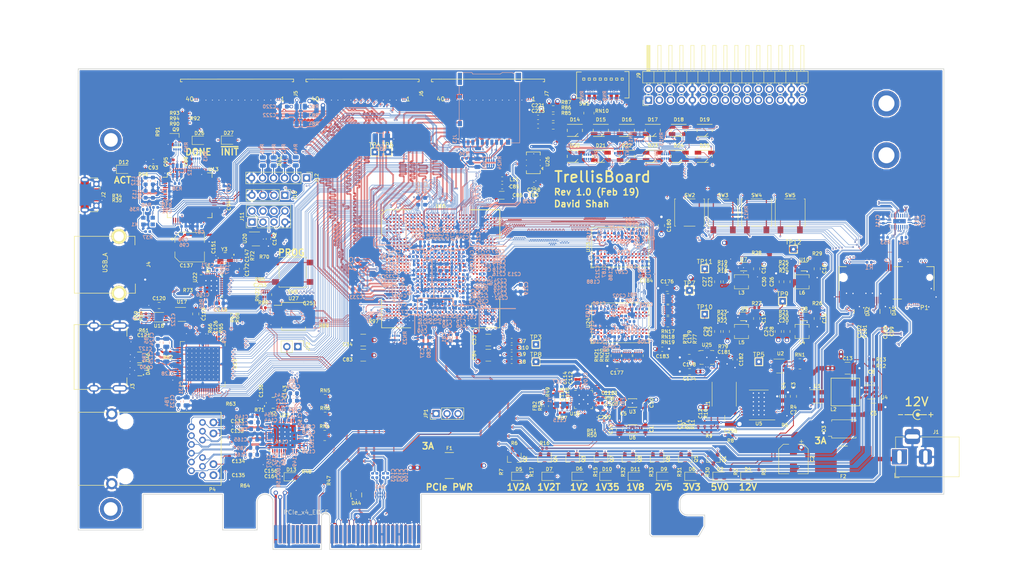
<source format=kicad_pcb>
(kicad_pcb (version 20171130) (host pcbnew 5.0.1)

  (general
    (thickness 1.6)
    (drawings 97)
    (tracks 43910)
    (zones 0)
    (modules 508)
    (nets 750)
  )

  (page A4)
  (layers
    (0 F.Cu signal)
    (1 In1.Cu signal)
    (2 In2.Cu signal)
    (3 In3.Cu signal)
    (4 In4.Cu signal)
    (5 In5.Cu signal)
    (6 In6.Cu signal)
    (31 B.Cu signal)
    (32 B.Adhes user)
    (33 F.Adhes user)
    (34 B.Paste user)
    (35 F.Paste user)
    (36 B.SilkS user)
    (37 F.SilkS user)
    (38 B.Mask user)
    (39 F.Mask user)
    (40 Dwgs.User user)
    (41 Cmts.User user)
    (42 Eco1.User user)
    (43 Eco2.User user)
    (44 Edge.Cuts user)
    (45 Margin user)
    (46 B.CrtYd user)
    (47 F.CrtYd user)
    (48 B.Fab user)
    (49 F.Fab user)
  )

  (setup
    (last_trace_width 0.0889)
    (user_trace_width 0.1)
    (user_trace_width 0.15)
    (user_trace_width 0.2)
    (user_trace_width 0.25)
    (user_trace_width 0.35)
    (user_trace_width 0.5)
    (user_trace_width 0.8)
    (user_trace_width 1)
    (trace_clearance 0.0889)
    (zone_clearance 0.15)
    (zone_45_only no)
    (trace_min 0.0889)
    (segment_width 0.2)
    (edge_width 0.15)
    (via_size 0.4)
    (via_drill 0.2)
    (via_min_size 0.4)
    (via_min_drill 0.2)
    (user_via 0.6 0.3)
    (user_via 0.8 0.5)
    (user_via 1 0.6)
    (user_via 1.5 1)
    (user_via 2 1.5)
    (uvia_size 0.3)
    (uvia_drill 0.1)
    (uvias_allowed no)
    (uvia_min_size 0.2)
    (uvia_min_drill 0.1)
    (pcb_text_width 0.3)
    (pcb_text_size 1.5 1.5)
    (mod_edge_width 0.15)
    (mod_text_size 1 1)
    (mod_text_width 0.15)
    (pad_size 1.524 1.524)
    (pad_drill 0.762)
    (pad_to_mask_clearance 0.051)
    (solder_mask_min_width 0.25)
    (aux_axis_origin 0 0)
    (visible_elements FFFFFFFF)
    (pcbplotparams
      (layerselection 0x010fc_ffffffff)
      (usegerberextensions false)
      (usegerberattributes false)
      (usegerberadvancedattributes false)
      (creategerberjobfile false)
      (excludeedgelayer true)
      (linewidth 0.100000)
      (plotframeref false)
      (viasonmask false)
      (mode 1)
      (useauxorigin false)
      (hpglpennumber 1)
      (hpglpenspeed 20)
      (hpglpendiameter 15.000000)
      (psnegative false)
      (psa4output false)
      (plotreference true)
      (plotvalue true)
      (plotinvisibletext false)
      (padsonsilk false)
      (subtractmaskfromsilk false)
      (outputformat 1)
      (mirror false)
      (drillshape 1)
      (scaleselection 1)
      (outputdirectory ""))
  )

  (net 0 "")
  (net 1 "/PCIe + SATA/DCU1_REFCLK-")
  (net 2 "/PCIe + SATA/DCU1_REFCLK+")
  (net 3 DDR3_A4)
  (net 4 DDR3_A6)
  (net 5 DDR3_A5)
  (net 6 DDR3_A7)
  (net 7 /DDR3/DDR3_VTT)
  (net 8 "Net-(R38-Pad2)")
  (net 9 +3V3)
  (net 10 /Power/1V2_EN)
  (net 11 /Power/2V5_EN)
  (net 12 /Power/1V35_EN)
  (net 13 "Net-(RN1-Pad4)")
  (net 14 +5V)
  (net 15 "Net-(RN1-Pad5)")
  (net 16 USD_D0)
  (net 17 USD_D3)
  (net 18 USD_CMD)
  (net 19 USD_D2)
  (net 20 "Net-(RN23-Pad1)")
  (net 21 GND)
  (net 22 "/FPGA IO/CFG0")
  (net 23 "Net-(RN23-Pad8)")
  (net 24 "/FPGA IO/CFG1")
  (net 25 "/FPGA IO/CFG2")
  (net 26 "/FPGA IO/FLASH_D3")
  (net 27 "/FPGA IO/FLASH_D1")
  (net 28 "/FPGA IO/FLASH_D2")
  (net 29 "/FPGA IO/FLASH_D0")
  (net 30 DDR3_WE)
  (net 31 DDR3_CKE)
  (net 32 DDR3_CS)
  (net 33 DDR3_ODT)
  (net 34 DDR3_CAS)
  (net 35 DDR3_BA2)
  (net 36 DDR3_RAS)
  (net 37 DDR3_BA1)
  (net 38 DDR3_A12)
  (net 39 DDR3_A14)
  (net 40 DDR3_A13)
  (net 41 DDR3_BA0)
  (net 42 DDR3_A11)
  (net 43 DDR3_A9)
  (net 44 DDR3_A10)
  (net 45 DDR3_A8)
  (net 46 DDR3_A0)
  (net 47 DDR3_A2)
  (net 48 DDR3_A1)
  (net 49 DDR3_A3)
  (net 50 "/HDMI, GbE, USB/ETH_LED2")
  (net 51 ETH_~RESET)
  (net 52 "/HDMI, GbE, USB/ETH_LED1")
  (net 53 RGMII_REF_CLK)
  (net 54 "Net-(D18-Pad4)")
  (net 55 "Net-(D20-Pad4)")
  (net 56 "Net-(D19-Pad4)")
  (net 57 "Net-(D21-Pad4)")
  (net 58 "Net-(D25-Pad4)")
  (net 59 "Net-(D23-Pad4)")
  (net 60 "Net-(D24-Pad4)")
  (net 61 "Net-(D22-Pad4)")
  (net 62 FTDI_D1_RX)
  (net 63 FTDI_~WR)
  (net 64 FTDI_~RD)
  (net 65 FTDI_~SIWU)
  (net 66 RGMII_RXD0)
  (net 67 RGMII_RXD2)
  (net 68 RGMII_RXD1)
  (net 69 RGMII_RXD3)
  (net 70 RGMII_RX_DV)
  (net 71 ETH_MDIO)
  (net 72 RGMII_RX_CLK)
  (net 73 ETH_INT_N)
  (net 74 "Net-(D17-Pad1)")
  (net 75 "Net-(D16-Pad1)")
  (net 76 "Net-(D14-Pad1)")
  (net 77 "Net-(D15-Pad1)")
  (net 78 DIP_SW1)
  (net 79 DIP_SW0)
  (net 80 DIP_SW2)
  (net 81 DIP_SW3)
  (net 82 DIP_SW7)
  (net 83 DIP_SW6)
  (net 84 DIP_SW4)
  (net 85 DIP_SW5)
  (net 86 "Net-(D14-Pad4)")
  (net 87 "Net-(D16-Pad4)")
  (net 88 "Net-(D15-Pad4)")
  (net 89 "Net-(D17-Pad4)")
  (net 90 "Net-(D21-Pad1)")
  (net 91 "Net-(D20-Pad1)")
  (net 92 "Net-(D18-Pad1)")
  (net 93 "Net-(D19-Pad1)")
  (net 94 BTN1)
  (net 95 BTN0)
  (net 96 BTN2)
  (net 97 BTN3)
  (net 98 "Net-(D25-Pad1)")
  (net 99 "Net-(D24-Pad1)")
  (net 100 "Net-(D22-Pad1)")
  (net 101 "Net-(D23-Pad1)")
  (net 102 "/FPGA IO/VCCIO7")
  (net 103 "Net-(R44-Pad2)")
  (net 104 JTAG_TDO)
  (net 105 JTAG_TDI)
  (net 106 "Net-(R43-Pad2)")
  (net 107 "Net-(R42-Pad2)")
  (net 108 JTAG_TCK)
  (net 109 JTAG_TMS)
  (net 110 "Net-(R45-Pad2)")
  (net 111 "/PCIe + SATA/CLKAUXO+")
  (net 112 +1V8)
  (net 113 +2V5)
  (net 114 "/PCIe + SATA/CLKAUXO-")
  (net 115 "/FPGA IO/VCCIO6")
  (net 116 CLK_SDA)
  (net 117 "Net-(R36-Pad2)")
  (net 118 FPGA_12MHz)
  (net 119 "/PCIe + SATA/PCIe_REFCLK+")
  (net 120 "/PCIe + SATA/PCIe_REFCLK-")
  (net 121 PCIe_12V)
  (net 122 "Net-(D13-Pad2)")
  (net 123 ~PERST)
  (net 124 "Net-(P3-PadA11)")
  (net 125 "Net-(D12-Pad2)")
  (net 126 "Net-(R40-Pad1)")
  (net 127 "Net-(R39-Pad1)")
  (net 128 "Net-(R38-Pad1)")
  (net 129 "Net-(R12-Pad2)")
  (net 130 "/PCIe + SATA/3V3_C")
  (net 131 "/PCIe + SATA/3V3_CA")
  (net 132 "Net-(R57-Pad1)")
  (net 133 "Net-(R58-Pad2)")
  (net 134 FABRIC_REFCLK)
  (net 135 "/HDMI, GbE, USB/PORT_SCL")
  (net 136 "/HDMI, GbE, USB/PORT_SDA")
  (net 137 "Net-(C121-Pad1)")
  (net 138 "Net-(R62-Pad1)")
  (net 139 /Power/3V3_PG)
  (net 140 "Net-(D27-Pad2)")
  (net 141 "/FPGA IO/~PROGRAM")
  (net 142 "Net-(R80-Pad1)")
  (net 143 "Net-(R81-Pad1)")
  (net 144 "/FPGA IO/FLASH_~CS")
  (net 145 "/FPGA IO/FLASH_CLK")
  (net 146 "/FPGA IO/DONE")
  (net 147 "Net-(Q9-Pad1)")
  (net 148 "Net-(D26-Pad2)")
  (net 149 "Net-(R79-Pad1)")
  (net 150 "/FPGA IO/~INIT")
  (net 151 "Net-(C9-Pad1)")
  (net 152 "Net-(C11-Pad1)")
  (net 153 "Net-(Q2-Pad3)")
  (net 154 "Net-(D5-Pad1)")
  (net 155 /Power/1V2_PG)
  (net 156 USD_D1)
  (net 157 USD_CLK)
  (net 158 "Net-(R97-Pad1)")
  (net 159 "Net-(Q2-Pad1)")
  (net 160 +1V2A)
  (net 161 "Net-(R5-Pad2)")
  (net 162 "Net-(D2-Pad2)")
  (net 163 "Net-(C7-Pad1)")
  (net 164 "Net-(D4-Pad2)")
  (net 165 +12V)
  (net 166 "Net-(R74-Pad1)")
  (net 167 "/Debug Interface/PORT_D-")
  (net 168 "/Debug Interface/FTDI_D-")
  (net 169 "/Debug Interface/FTDI_D+")
  (net 170 "/Debug Interface/PORT_D+")
  (net 171 "Net-(C22-Pad2)")
  (net 172 "Net-(R71-Pad2)")
  (net 173 "/HDMI, GbE, USB/USB_XO")
  (net 174 "/HDMI, GbE, USB/USB_XI")
  (net 175 "Net-(R73-Pad1)")
  (net 176 "/HDMI, GbE, USB/USBA_VBUS")
  (net 177 "/HDMI, GbE, USB/EXTVBUS")
  (net 178 DVI_SCL)
  (net 179 DVI_SDA)
  (net 180 CLK_SCL)
  (net 181 "Net-(R70-Pad1)")
  (net 182 "Net-(C175-Pad2)")
  (net 183 DDR3_CLK+)
  (net 184 "Net-(P4-Pad16)")
  (net 185 "Net-(R66-Pad1)")
  (net 186 "Net-(R65-Pad1)")
  (net 187 "/HDMI, GbE, USB/HDMI_HPD")
  (net 188 DDR3_CLK-)
  (net 189 "Net-(C179-Pad1)")
  (net 190 +1V35)
  (net 191 +1V2)
  (net 192 "Net-(D10-Pad2)")
  (net 193 "Net-(P4-Pad14)")
  (net 194 "Net-(C12-Pad2)")
  (net 195 "Net-(D6-Pad2)")
  (net 196 +1V2T)
  (net 197 "Net-(Q4-Pad1)")
  (net 198 "Net-(Q4-Pad3)")
  (net 199 "Net-(D7-Pad1)")
  (net 200 "Net-(C19-Pad2)")
  (net 201 "Net-(C20-Pad2)")
  (net 202 "Net-(C21-Pad2)")
  (net 203 "/Debug Interface/FTDI_12MHz")
  (net 204 "Net-(D11-Pad2)")
  (net 205 /Power/2V5_PG)
  (net 206 /Power/1V35_PG)
  (net 207 /Power/1V8_PG)
  (net 208 "Net-(D8-Pad2)")
  (net 209 "Net-(D9-Pad2)")
  (net 210 "Net-(C8-Pad2)")
  (net 211 "Net-(C8-Pad1)")
  (net 212 /Power/PWR_EN)
  (net 213 "/HDMI, GbE, USB/HDMI_5V")
  (net 214 "Net-(U17-Pad3)")
  (net 215 "Net-(D9-Pad1)")
  (net 216 "Net-(D11-Pad1)")
  (net 217 "Net-(D26-Pad1)")
  (net 218 "Net-(D2-Pad1)")
  (net 219 "Net-(D6-Pad1)")
  (net 220 "Net-(D10-Pad1)")
  (net 221 "Net-(D8-Pad1)")
  (net 222 "Net-(U1-Pad3)")
  (net 223 DDR3_Vref)
  (net 224 DDR3_Vtt_EN)
  (net 225 "Net-(U5-Pad2)")
  (net 226 "Net-(L1-Pad1)")
  (net 227 "Net-(C11-Pad2)")
  (net 228 "Net-(U13-Pad3)")
  (net 229 "/Debug Interface/Vphy")
  (net 230 "/Debug Interface/Vpll")
  (net 231 "/Debug Interface/JTAG_ACT")
  (net 232 "Net-(U13-Pad22)")
  (net 233 "Net-(U13-Pad23)")
  (net 234 "Net-(U13-Pad24)")
  (net 235 "Net-(U13-Pad26)")
  (net 236 "Net-(U13-Pad27)")
  (net 237 "Net-(U13-Pad28)")
  (net 238 "Net-(U13-Pad29)")
  (net 239 "Net-(U13-Pad30)")
  (net 240 "Net-(U13-Pad32)")
  (net 241 "Net-(U13-Pad33)")
  (net 242 "Net-(U13-Pad34)")
  (net 243 "Net-(U13-Pad36)")
  (net 244 FTDI_D0_TX)
  (net 245 FTDI_D2)
  (net 246 FTDI_D3)
  (net 247 FTDI_D4)
  (net 248 FTDI_D5)
  (net 249 FTDI_D6)
  (net 250 FTDI_D7)
  (net 251 FTDI_~RXF)
  (net 252 "Net-(U13-Pad49)")
  (net 253 "Net-(U13-Pad50)")
  (net 254 FTDI_~TXE)
  (net 255 "Net-(U13-Pad57)")
  (net 256 "Net-(U13-Pad58)")
  (net 257 "Net-(U13-Pad59)")
  (net 258 "Net-(U13-Pad60)")
  (net 259 "/HDMI, GbE, USB/DVI_DVDD")
  (net 260 DVI_DE)
  (net 261 DVI_HSYNC)
  (net 262 DVI_VSYNC)
  (net 263 "Net-(U19-Pad11)")
  (net 264 "/HDMI, GbE, USB/DVI_PVDD")
  (net 265 "/HDMI, GbE, USB/TMDS_CLK-")
  (net 266 "/HDMI, GbE, USB/TMDS_CLK+")
  (net 267 "/HDMI, GbE, USB/DVI_TVDD")
  (net 268 "/HDMI, GbE, USB/TMDS_D0-")
  (net 269 "/HDMI, GbE, USB/TMDS_D0+")
  (net 270 "/HDMI, GbE, USB/TMDS_D1-")
  (net 271 "/HDMI, GbE, USB/TMDS_D1+")
  (net 272 "/HDMI, GbE, USB/TMDS_D2-")
  (net 273 "/HDMI, GbE, USB/TMDS_D2+")
  (net 274 DVI_D23)
  (net 275 DVI_D22)
  (net 276 DVI_D21)
  (net 277 DVI_D20)
  (net 278 DVI_D19)
  (net 279 DVI_D18)
  (net 280 DVI_D17)
  (net 281 DVI_D16)
  (net 282 DVI_D15)
  (net 283 DVI_D14)
  (net 284 DVI_D13)
  (net 285 DVI_D12)
  (net 286 "Net-(U19-Pad49)")
  (net 287 DVI_D11)
  (net 288 DVI_D10)
  (net 289 DVI_D9)
  (net 290 DVI_D8)
  (net 291 DVI_D7)
  (net 292 DVI_D6)
  (net 293 DVI_CLK)
  (net 294 DVI_D5)
  (net 295 DVI_D4)
  (net 296 DVI_D3)
  (net 297 DVI_D2)
  (net 298 DVI_D1)
  (net 299 DVI_D0)
  (net 300 "/HDMI, GbE, USB/AVDDH")
  (net 301 "/HDMI, GbE, USB/MX4-")
  (net 302 "/HDMI, GbE, USB/MX4+")
  (net 303 "/HDMI, GbE, USB/AVDDL")
  (net 304 "/HDMI, GbE, USB/MX3-")
  (net 305 "/HDMI, GbE, USB/MX3+")
  (net 306 "/HDMI, GbE, USB/MX2-")
  (net 307 "/HDMI, GbE, USB/MX2+")
  (net 308 "/HDMI, GbE, USB/MX1-")
  (net 309 "/HDMI, GbE, USB/MX1+")
  (net 310 "Net-(U21-Pad13)")
  (net 311 RGMII_TXD0)
  (net 312 RGMII_TXD1)
  (net 313 RGMII_TXD2)
  (net 314 RGMII_TXD3)
  (net 315 RGMII_TX_CLK)
  (net 316 RGMII_TX_EN)
  (net 317 ETH_MDC)
  (net 318 "Net-(U21-Pad43)")
  (net 319 "/HDMI, GbE, USB/AVDDL_PLL")
  (net 320 "/HDMI, GbE, USB/ETH_XO")
  (net 321 "/HDMI, GbE, USB/ETH_XI")
  (net 322 "Net-(U21-Pad47)")
  (net 323 "Net-(U22-Pad3)")
  (net 324 "Net-(U22-Pad5)")
  (net 325 "/HDMI, GbE, USB/USBA_D+")
  (net 326 "/HDMI, GbE, USB/USBA_D-")
  (net 327 ULPI_RESET)
  (net 328 ULPI_NXT)
  (net 329 ULPI_DIR)
  (net 330 ULPI_STP)
  (net 331 ULPI_CLKO)
  (net 332 "/HDMI, GbE, USB/USB1V8")
  (net 333 ULPI_D7)
  (net 334 ULPI_D6)
  (net 335 ULPI_D5)
  (net 336 ULPI_D4)
  (net 337 ULPI_D3)
  (net 338 ULPI_D2)
  (net 339 ULPI_D1)
  (net 340 ULPI_D0)
  (net 341 "Net-(C117-Pad1)")
  (net 342 "Net-(C115-Pad2)")
  (net 343 CLK_SD_OE)
  (net 344 "/PCIe + SATA/1V8_C")
  (net 345 "Net-(U16-Pad16)")
  (net 346 "/PCIe + SATA/DCU0_REFCLK-")
  (net 347 "/PCIe + SATA/DCU0_REFCLK+")
  (net 348 "Net-(U16-Pad24)")
  (net 349 DDR3_DQ13)
  (net 350 DDR3_DQ15)
  (net 351 DDR3_DQ12)
  (net 352 DDR3_DQS1-)
  (net 353 DDR3_DQ14)
  (net 354 DDR3_DQ11)
  (net 355 DDR3_DQ9)
  (net 356 DDR3_DQS1+)
  (net 357 DDR3_DQ10)
  (net 358 DDR3_DM1)
  (net 359 DDR3_DQ8)
  (net 360 DDR3_DQ0)
  (net 361 DDR3_DM0)
  (net 362 DDR3_DQ2)
  (net 363 DDR3_DQS0+)
  (net 364 DDR3_DQ1)
  (net 365 DDR3_DQ3)
  (net 366 DDR3_DQ6)
  (net 367 DDR3_DQS0-)
  (net 368 DDR3_DQ4)
  (net 369 DDR3_DQ7)
  (net 370 DDR3_DQ5)
  (net 371 "Net-(U23-PadJ1)")
  (net 372 "Net-(U23-PadJ9)")
  (net 373 "Net-(U23-PadL1)")
  (net 374 "Net-(U23-PadL9)")
  (net 375 "Net-(U23-PadM7)")
  (net 376 DDR3_RESET)
  (net 377 "Net-(U24-PadM7)")
  (net 378 "Net-(U24-PadL9)")
  (net 379 "Net-(U24-PadL1)")
  (net 380 "Net-(U24-PadJ9)")
  (net 381 "Net-(U24-PadJ1)")
  (net 382 DDR3_DQ21)
  (net 383 DDR3_DQ23)
  (net 384 DDR3_DQ20)
  (net 385 DDR3_DQS2-)
  (net 386 DDR3_DQ22)
  (net 387 DDR3_DQ19)
  (net 388 DDR3_DQ17)
  (net 389 DDR3_DQS2+)
  (net 390 DDR3_DQ18)
  (net 391 DDR3_DM2)
  (net 392 DDR3_DQ16)
  (net 393 DDR3_DQ24)
  (net 394 DDR3_DM3)
  (net 395 DDR3_DQ26)
  (net 396 DDR3_DQS3+)
  (net 397 DDR3_DQ25)
  (net 398 DDR3_DQ27)
  (net 399 DDR3_DQ30)
  (net 400 DDR3_DQS3-)
  (net 401 DDR3_DQ28)
  (net 402 DDR3_DQ31)
  (net 403 DDR3_DQ29)
  (net 404 "Net-(X1-Pad1)")
  (net 405 "Net-(L4-Pad1)")
  (net 406 "Net-(L5-Pad1)")
  (net 407 "Net-(L3-Pad1)")
  (net 408 "Net-(L6-Pad1)")
  (net 409 "/FPGA Core Power/VCCHTX1")
  (net 410 "/FPGA Core Power/VCCHTX0")
  (net 411 "/FPGA Core Power/VCCA0")
  (net 412 "/FPGA Core Power/VCCAUX")
  (net 413 "/FPGA Core Power/VCCA1")
  (net 414 "/PCIe + SATA/DCU1_RX1-")
  (net 415 "/PCIe + SATA/DCU1_RX1+")
  (net 416 "/PCIe + SATA/DCU1_RX0-")
  (net 417 "/PCIe + SATA/DCU1_RX0+")
  (net 418 "/PCIe + SATA/PCIe_HSI0+")
  (net 419 "/PCIe + SATA/PCIe_HSI0-")
  (net 420 "/PCIe + SATA/PCIe_HSI1+")
  (net 421 "/PCIe + SATA/PCIe_HSI1-")
  (net 422 "/PCIe + SATA/DCU0_RX0+")
  (net 423 "/PCIe + SATA/DCU0_RX0-")
  (net 424 "/PCIe + SATA/DCU0_RX1+")
  (net 425 "/PCIe + SATA/DCU0_RX1-")
  (net 426 "Net-(U6-Pad2)")
  (net 427 "Net-(U6-Pad5)")
  (net 428 "Net-(U3-Pad5)")
  (net 429 "Net-(U3-Pad2)")
  (net 430 "Net-(U10-Pad4)")
  (net 431 "Net-(U9-Pad4)")
  (net 432 "Net-(U8-Pad4)")
  (net 433 "Net-(U7-Pad4)")
  (net 434 "Net-(J5-Pad38)")
  (net 435 "/FPGA IO/EXT0_11-")
  (net 436 "/FPGA IO/EXT0_11+")
  (net 437 "/FPGA IO/EXT0_10-")
  (net 438 "/FPGA IO/EXT0_10+")
  (net 439 "/FPGA IO/EXT0_9-")
  (net 440 "/FPGA IO/EXT0_9+")
  (net 441 "/FPGA IO/EXT0_8-")
  (net 442 "/FPGA IO/EXT0_8+")
  (net 443 "/FPGA IO/EXT0_7-")
  (net 444 "/FPGA IO/EXT0_7+")
  (net 445 "/FPGA IO/EXT0_6-")
  (net 446 "/FPGA IO/EXT0_6+")
  (net 447 "/FPGA IO/EXT0_5-")
  (net 448 "/FPGA IO/EXT0_5+")
  (net 449 "/FPGA IO/EXT0_4-")
  (net 450 "/FPGA IO/EXT0_4+")
  (net 451 "/FPGA IO/EXT0_3-")
  (net 452 "/FPGA IO/EXT0_3+")
  (net 453 "/FPGA IO/EXT0_2-")
  (net 454 "/FPGA IO/EXT0_2+")
  (net 455 "/FPGA IO/EXT0_1-")
  (net 456 "/FPGA IO/EXT0_1+")
  (net 457 "/FPGA IO/EXT0_0-")
  (net 458 "/FPGA IO/EXT0_0+")
  (net 459 "Net-(J6-Pad38)")
  (net 460 "/FPGA IO/EXT1_11-")
  (net 461 "/FPGA IO/EXT1_11+")
  (net 462 "/FPGA IO/EXT1_10-")
  (net 463 "/FPGA IO/EXT1_10+")
  (net 464 "/FPGA IO/EXT1_9-")
  (net 465 "/FPGA IO/EXT1_9+")
  (net 466 "/FPGA IO/EXT1_8-")
  (net 467 "/FPGA IO/EXT1_8+")
  (net 468 "/FPGA IO/EXT1_7-")
  (net 469 "/FPGA IO/EXT1_7+")
  (net 470 "/FPGA IO/EXT1_6-")
  (net 471 "/FPGA IO/EXT1_6+")
  (net 472 "/FPGA IO/EXT1_5-")
  (net 473 "/FPGA IO/EXT1_5+")
  (net 474 "/FPGA IO/EXT1_4-")
  (net 475 "/FPGA IO/EXT1_4+")
  (net 476 "/FPGA IO/EXT1_3-")
  (net 477 "/FPGA IO/EXT1_3+")
  (net 478 "/FPGA IO/EXT1_2-")
  (net 479 "/FPGA IO/EXT1_2+")
  (net 480 "/FPGA IO/EXT1_1-")
  (net 481 "/FPGA IO/EXT1_1+")
  (net 482 "/FPGA IO/EXT1_0-")
  (net 483 "/FPGA IO/EXT1_0+")
  (net 484 "/FPGA IO/EXT2_0+")
  (net 485 "/FPGA IO/EXT2_0-")
  (net 486 "/FPGA IO/EXT2_1+")
  (net 487 "/FPGA IO/EXT2_1-")
  (net 488 "/FPGA IO/EXT2_2+")
  (net 489 "/FPGA IO/EXT2_2-")
  (net 490 "/FPGA IO/EXT2_3+")
  (net 491 "/FPGA IO/EXT2_3-")
  (net 492 "/FPGA IO/EXT2_4+")
  (net 493 "/FPGA IO/EXT2_4-")
  (net 494 "/FPGA IO/EXT2_5+")
  (net 495 "/FPGA IO/EXT2_5-")
  (net 496 "/FPGA IO/EXT2_6+")
  (net 497 "/FPGA IO/EXT2_6-")
  (net 498 "/FPGA IO/EXT2_7+")
  (net 499 "/FPGA IO/EXT2_7-")
  (net 500 "/FPGA IO/EXT2_8+")
  (net 501 "/FPGA IO/EXT2_8-")
  (net 502 "/FPGA IO/EXT2_9+")
  (net 503 "/FPGA IO/EXT2_9-")
  (net 504 "/FPGA IO/EXT2_10+")
  (net 505 "/FPGA IO/EXT2_10-")
  (net 506 "/FPGA IO/EXT2_11+")
  (net 507 "/FPGA IO/EXT2_11-")
  (net 508 "Net-(J7-Pad38)")
  (net 509 "Net-(C132-Pad1)")
  (net 510 "Net-(C135-Pad1)")
  (net 511 "Net-(C133-Pad1)")
  (net 512 "Net-(C134-Pad1)")
  (net 513 "Net-(P3-PadB5)")
  (net 514 "Net-(P3-PadB6)")
  (net 515 "Net-(P3-PadB8)")
  (net 516 "Net-(P3-PadB9)")
  (net 517 "Net-(P3-PadB10)")
  (net 518 PCIe_~WAKE)
  (net 519 "Net-(P3-PadB12)")
  (net 520 "/PCIe + SATA/~PRSNT2~_X1")
  (net 521 "Net-(P3-PadB23)")
  (net 522 "Net-(P3-PadB24)")
  (net 523 "Net-(P3-PadB27)")
  (net 524 "Net-(P3-PadB28)")
  (net 525 "Net-(P3-PadB30)")
  (net 526 "/PCIe + SATA/~PRSNT2~_X4")
  (net 527 "/PCIe + SATA/~PRSNT1")
  (net 528 "Net-(P3-PadA5)")
  (net 529 "Net-(P3-PadA6)")
  (net 530 "Net-(P3-PadA7)")
  (net 531 "Net-(P3-PadA8)")
  (net 532 "Net-(P3-PadA9)")
  (net 533 "Net-(P3-PadA10)")
  (net 534 "Net-(P3-PadA19)")
  (net 535 "Net-(P3-PadA25)")
  (net 536 "Net-(P3-PadA26)")
  (net 537 "Net-(P3-PadA29)")
  (net 538 "Net-(P3-PadA30)")
  (net 539 "Net-(P3-PadA32)")
  (net 540 "Net-(U26-Pad1)")
  (net 541 "Net-(U26-Pad2)")
  (net 542 "/FPGA IO/CLK100+")
  (net 543 "/FPGA IO/CLK100-")
  (net 544 "Net-(J3-Pad14)")
  (net 545 "Net-(J3-Pad13)")
  (net 546 LED2)
  (net 547 LED11)
  (net 548 LED10)
  (net 549 LED0)
  (net 550 LED1)
  (net 551 LED3)
  (net 552 LED4)
  (net 553 LED5)
  (net 554 LED6)
  (net 555 LED7)
  (net 556 LED8)
  (net 557 LED9)
  (net 558 "Net-(F2-Pad2)")
  (net 559 "Net-(U15-PadR1)")
  (net 560 "Net-(U15-PadT2)")
  (net 561 "Net-(U15-PadAB2)")
  (net 562 "Net-(U15-PadAC2)")
  (net 563 "Net-(U15-PadAE2)")
  (net 564 "Net-(U15-PadAG2)")
  (net 565 "Net-(U15-PadA3)")
  (net 566 "Net-(U15-PadV3)")
  (net 567 "Net-(U15-PadW3)")
  (net 568 "Net-(U15-PadY3)")
  (net 569 "Net-(U15-PadAC3)")
  (net 570 "Net-(U15-PadAG3)")
  (net 571 "Net-(U15-PadAL3)")
  (net 572 "Net-(U15-PadB4)")
  (net 573 "Net-(U15-PadH4)")
  (net 574 "Net-(U15-PadAC4)")
  (net 575 "Net-(U15-PadA5)")
  (net 576 "Net-(U15-PadL5)")
  (net 577 "Net-(U15-PadW6)")
  (net 578 "Net-(U15-PadD7)")
  (net 579 "Net-(U15-PadE7)")
  (net 580 "Net-(U15-PadAE7)")
  (net 581 "Net-(U15-PadG9)")
  (net 582 "/PCIe + SATA/DCU0_TX0+")
  (net 583 "Net-(U15-PadG10)")
  (net 584 "/PCIe + SATA/DCU0_TX0-")
  (net 585 "Net-(U15-PadG11)")
  (net 586 "/PCIe + SATA/DCU0_TX1+")
  (net 587 "/PCIe + SATA/DCU0_TX1-")
  (net 588 "/FPGA IO/PMOD1_10")
  (net 589 "/FPGA IO/PMOD1_9")
  (net 590 "Net-(U15-PadG14)")
  (net 591 "Net-(U15-PadG15)")
  (net 592 "Net-(U15-PadAK15)")
  (net 593 "Net-(U15-PadG16)")
  (net 594 "Net-(U15-PadAK16)")
  (net 595 "Net-(U15-PadG17)")
  (net 596 "Net-(U15-PadG18)")
  (net 597 "/PCIe + SATA/DCU1_TX0+")
  (net 598 "Net-(U15-PadG19)")
  (net 599 "/PCIe + SATA/DCU1_TX0-")
  (net 600 "/FPGA IO/PMOD1_8")
  (net 601 "/FPGA IO/PMOD1_7")
  (net 602 "/PCIe + SATA/DCU1_TX1+")
  (net 603 "/PCIe + SATA/DCU1_TX1-")
  (net 604 "/FPGA IO/EXIO_5")
  (net 605 "/FPGA IO/EXIO_4")
  (net 606 "/FPGA IO/EXIO_3")
  (net 607 "Net-(U15-PadG22)")
  (net 608 "/FPGA IO/PMOD1_3")
  (net 609 "/FPGA IO/PMOD1_2")
  (net 610 "/FPGA IO/PMOD1_0")
  (net 611 "/FPGA IO/PMOD1_1")
  (net 612 "/FPGA IO/EXIO_2")
  (net 613 "Net-(U15-PadG23)")
  (net 614 "/FPGA IO/EXIO_1")
  (net 615 "/FPGA IO/PMOD0_10")
  (net 616 "/FPGA IO/EXIO_0")
  (net 617 "/FPGA IO/PMOD0_9")
  (net 618 "Net-(U15-PadG24)")
  (net 619 "Net-(U15-PadAG24)")
  (net 620 "Net-(U15-PadAK24)")
  (net 621 "/FPGA IO/PMOD0_8")
  (net 622 "/FPGA IO/PMOD0_3")
  (net 623 "/FPGA IO/PMOD0_7")
  (net 624 "/FPGA IO/PMOD0_2")
  (net 625 "/FPGA IO/PMOD0_1")
  (net 626 "Net-(U15-PadAK25)")
  (net 627 "/FPGA IO/PMOD0_0")
  (net 628 "Net-(U15-PadB26)")
  (net 629 "Net-(U15-PadE26)")
  (net 630 "Net-(U15-PadAE26)")
  (net 631 "Net-(U15-PadH27)")
  (net 632 "Net-(U15-PadJ27)")
  (net 633 "Net-(U15-PadW27)")
  (net 634 "Net-(U15-PadC28)")
  (net 635 "Net-(U15-PadD28)")
  (net 636 "Net-(U15-PadH28)")
  (net 637 "Net-(U15-PadL28)")
  (net 638 "Net-(U15-PadP28)")
  (net 639 "Net-(U15-PadAC28)")
  (net 640 "Net-(U15-PadAE28)")
  (net 641 "Net-(U15-PadC29)")
  (net 642 "Net-(U15-PadH29)")
  (net 643 "Net-(U15-PadP29)")
  (net 644 "Net-(U15-PadAB29)")
  (net 645 "Net-(U15-PadAC29)")
  (net 646 "Net-(U15-PadAE29)")
  (net 647 "Net-(U15-PadAJ29)")
  (net 648 "Net-(U15-PadC30)")
  (net 649 "Net-(U15-PadP30)")
  (net 650 "Net-(U15-PadR30)")
  (net 651 "Net-(U15-PadV30)")
  (net 652 "Net-(U15-PadAB30)")
  (net 653 "Net-(U15-PadAE30)")
  (net 654 "Net-(U15-PadAJ30)")
  (net 655 "Net-(U15-PadA31)")
  (net 656 "Net-(U15-PadAG31)")
  (net 657 "Net-(U15-PadAK31)")
  (net 658 "Net-(U15-PadAG32)")
  (net 659 "Net-(J2-Pad1)")
  (net 660 "Net-(J2-Pad4)")
  (net 661 "Net-(U15-PadT30)")
  (net 662 "Net-(U15-PadAE27)")
  (net 663 "Net-(U15-PadAD27)")
  (net 664 "Net-(U15-PadF30)")
  (net 665 "Net-(U15-PadN27)")
  (net 666 "Net-(U15-PadU27)")
  (net 667 "Net-(U15-PadU29)")
  (net 668 "Net-(U15-PadW30)")
  (net 669 "Net-(U15-PadY30)")
  (net 670 "Net-(U15-PadY29)")
  (net 671 "Net-(U15-PadW1)")
  (net 672 "Net-(U15-PadV1)")
  (net 673 "Net-(U15-PadY7)")
  (net 674 "Net-(U15-PadY6)")
  (net 675 "Net-(U15-PadAC5)")
  (net 676 "Net-(U15-PadAD4)")
  (net 677 "Net-(U15-PadY4)")
  (net 678 "Net-(U15-PadW4)")
  (net 679 "Net-(U15-PadJ4)")
  (net 680 "Net-(U15-PadL3)")
  (net 681 "Net-(U15-PadL2)")
  (net 682 "Net-(U15-PadK2)")
  (net 683 "Net-(U15-PadL1)")
  (net 684 "Net-(U15-PadK1)")
  (net 685 "Net-(U15-PadJ1)")
  (net 686 "Net-(U15-PadD1)")
  (net 687 "Net-(U15-PadC1)")
  (net 688 "Net-(U15-PadF2)")
  (net 689 "Net-(U15-PadE1)")
  (net 690 "Net-(U15-PadE4)")
  (net 691 "Net-(U15-PadD4)")
  (net 692 "Net-(P1-Pad52)")
  (net 693 M2_CLKSEL)
  (net 694 "Net-(R54-Pad1)")
  (net 695 "/PCIe + SATA/M2_REFCLK+")
  (net 696 "/PCIe + SATA/M2_REFCLK-")
  (net 697 "Net-(U11-Pad17)")
  (net 698 "Net-(U11-Pad16)")
  (net 699 "/PCIe + SATA/CLKREFO+")
  (net 700 "/PCIe + SATA/CLKREFO-")
  (net 701 "/PCIe + SATA/M2_RX0+")
  (net 702 "/PCIe + SATA/M2_RX0-")
  (net 703 "/PCIe + SATA/M2_RX1+")
  (net 704 "/PCIe + SATA/M2_RX1-")
  (net 705 M2_CTS)
  (net 706 M2_RTS)
  (net 707 M2_SDIO_D0)
  (net 708 M2_TXD)
  (net 709 M2_SDIO_D3)
  (net 710 M2_SDIO_D2)
  (net 711 M2_SDIO_D1)
  (net 712 M2_SDIO_CLK)
  (net 713 M2_SDIO_CMD)
  (net 714 "Net-(P1-Pad3)")
  (net 715 "Net-(P1-Pad5)")
  (net 716 "Net-(P1-Pad6)")
  (net 717 "Net-(P1-Pad8)")
  (net 718 "Net-(P1-Pad10)")
  (net 719 "Net-(P1-Pad12)")
  (net 720 "Net-(P1-Pad14)")
  (net 721 "Net-(P1-Pad16)")
  (net 722 "Net-(P1-Pad20)")
  (net 723 "Net-(P1-Pad21)")
  (net 724 "Net-(P1-Pad23)")
  (net 725 "Net-(P1-Pad38)")
  (net 726 "Net-(P1-Pad40)")
  (net 727 "Net-(P1-Pad42)")
  (net 728 "Net-(P1-Pad44)")
  (net 729 "Net-(P1-Pad46)")
  (net 730 "Net-(P1-Pad48)")
  (net 731 "Net-(P1-Pad50)")
  (net 732 "Net-(P1-Pad53)")
  (net 733 "Net-(P1-Pad54)")
  (net 734 "Net-(P1-Pad55)")
  (net 735 "Net-(P1-Pad56)")
  (net 736 "Net-(P1-Pad58)")
  (net 737 "Net-(P1-Pad60)")
  (net 738 "Net-(P1-Pad62)")
  (net 739 "Net-(P1-Pad64)")
  (net 740 "Net-(P1-Pad66)")
  (net 741 "Net-(P1-Pad68)")
  (net 742 "Net-(P1-Pad70)")
  (net 743 "Net-(C258-Pad1)")
  (net 744 M2_RXD)
  (net 745 "Net-(U15-PadN3)")
  (net 746 "Net-(U15-PadA4)")
  (net 747 "Net-(RN2-Pad4)")
  (net 748 "Net-(RN2-Pad2)")
  (net 749 "Net-(RN2-Pad3)")

  (net_class Default "This is the default net class."
    (clearance 0.0889)
    (trace_width 0.0889)
    (via_dia 0.4)
    (via_drill 0.2)
    (uvia_dia 0.3)
    (uvia_drill 0.1)
    (diff_pair_gap 0.11)
    (diff_pair_width 0.11)
    (add_net +12V)
    (add_net +1V2)
    (add_net +1V2A)
    (add_net +1V2T)
    (add_net +1V35)
    (add_net +1V8)
    (add_net +2V5)
    (add_net +3V3)
    (add_net +5V)
    (add_net /DDR3/DDR3_VTT)
    (add_net "/Debug Interface/FTDI_12MHz")
    (add_net "/Debug Interface/FTDI_D+")
    (add_net "/Debug Interface/FTDI_D-")
    (add_net "/Debug Interface/JTAG_ACT")
    (add_net "/Debug Interface/PORT_D+")
    (add_net "/Debug Interface/PORT_D-")
    (add_net "/Debug Interface/Vphy")
    (add_net "/Debug Interface/Vpll")
    (add_net "/FPGA Core Power/VCCA0")
    (add_net "/FPGA Core Power/VCCA1")
    (add_net "/FPGA Core Power/VCCAUX")
    (add_net "/FPGA Core Power/VCCHTX0")
    (add_net "/FPGA Core Power/VCCHTX1")
    (add_net "/FPGA IO/CFG0")
    (add_net "/FPGA IO/CFG1")
    (add_net "/FPGA IO/CFG2")
    (add_net "/FPGA IO/CLK100+")
    (add_net "/FPGA IO/CLK100-")
    (add_net "/FPGA IO/DONE")
    (add_net "/FPGA IO/EXIO_0")
    (add_net "/FPGA IO/EXIO_1")
    (add_net "/FPGA IO/EXIO_2")
    (add_net "/FPGA IO/EXIO_3")
    (add_net "/FPGA IO/EXIO_4")
    (add_net "/FPGA IO/EXIO_5")
    (add_net "/FPGA IO/EXT0_0+")
    (add_net "/FPGA IO/EXT0_0-")
    (add_net "/FPGA IO/EXT0_1+")
    (add_net "/FPGA IO/EXT0_1-")
    (add_net "/FPGA IO/EXT0_10+")
    (add_net "/FPGA IO/EXT0_10-")
    (add_net "/FPGA IO/EXT0_11+")
    (add_net "/FPGA IO/EXT0_11-")
    (add_net "/FPGA IO/EXT0_2+")
    (add_net "/FPGA IO/EXT0_2-")
    (add_net "/FPGA IO/EXT0_3+")
    (add_net "/FPGA IO/EXT0_3-")
    (add_net "/FPGA IO/EXT0_4+")
    (add_net "/FPGA IO/EXT0_4-")
    (add_net "/FPGA IO/EXT0_5+")
    (add_net "/FPGA IO/EXT0_5-")
    (add_net "/FPGA IO/EXT0_6+")
    (add_net "/FPGA IO/EXT0_6-")
    (add_net "/FPGA IO/EXT0_7+")
    (add_net "/FPGA IO/EXT0_7-")
    (add_net "/FPGA IO/EXT0_8+")
    (add_net "/FPGA IO/EXT0_8-")
    (add_net "/FPGA IO/EXT0_9+")
    (add_net "/FPGA IO/EXT0_9-")
    (add_net "/FPGA IO/EXT1_0+")
    (add_net "/FPGA IO/EXT1_0-")
    (add_net "/FPGA IO/EXT1_1+")
    (add_net "/FPGA IO/EXT1_1-")
    (add_net "/FPGA IO/EXT1_10+")
    (add_net "/FPGA IO/EXT1_10-")
    (add_net "/FPGA IO/EXT1_11+")
    (add_net "/FPGA IO/EXT1_11-")
    (add_net "/FPGA IO/EXT1_2+")
    (add_net "/FPGA IO/EXT1_2-")
    (add_net "/FPGA IO/EXT1_3+")
    (add_net "/FPGA IO/EXT1_3-")
    (add_net "/FPGA IO/EXT1_4+")
    (add_net "/FPGA IO/EXT1_4-")
    (add_net "/FPGA IO/EXT1_5+")
    (add_net "/FPGA IO/EXT1_5-")
    (add_net "/FPGA IO/EXT1_6+")
    (add_net "/FPGA IO/EXT1_6-")
    (add_net "/FPGA IO/EXT1_7+")
    (add_net "/FPGA IO/EXT1_7-")
    (add_net "/FPGA IO/EXT1_8+")
    (add_net "/FPGA IO/EXT1_8-")
    (add_net "/FPGA IO/EXT1_9+")
    (add_net "/FPGA IO/EXT1_9-")
    (add_net "/FPGA IO/EXT2_0+")
    (add_net "/FPGA IO/EXT2_0-")
    (add_net "/FPGA IO/EXT2_1+")
    (add_net "/FPGA IO/EXT2_1-")
    (add_net "/FPGA IO/EXT2_10+")
    (add_net "/FPGA IO/EXT2_10-")
    (add_net "/FPGA IO/EXT2_11+")
    (add_net "/FPGA IO/EXT2_11-")
    (add_net "/FPGA IO/EXT2_2+")
    (add_net "/FPGA IO/EXT2_2-")
    (add_net "/FPGA IO/EXT2_3+")
    (add_net "/FPGA IO/EXT2_3-")
    (add_net "/FPGA IO/EXT2_4+")
    (add_net "/FPGA IO/EXT2_4-")
    (add_net "/FPGA IO/EXT2_5+")
    (add_net "/FPGA IO/EXT2_5-")
    (add_net "/FPGA IO/EXT2_6+")
    (add_net "/FPGA IO/EXT2_6-")
    (add_net "/FPGA IO/EXT2_7+")
    (add_net "/FPGA IO/EXT2_7-")
    (add_net "/FPGA IO/EXT2_8+")
    (add_net "/FPGA IO/EXT2_8-")
    (add_net "/FPGA IO/EXT2_9+")
    (add_net "/FPGA IO/EXT2_9-")
    (add_net "/FPGA IO/FLASH_CLK")
    (add_net "/FPGA IO/FLASH_D0")
    (add_net "/FPGA IO/FLASH_D1")
    (add_net "/FPGA IO/FLASH_D2")
    (add_net "/FPGA IO/FLASH_D3")
    (add_net "/FPGA IO/FLASH_~CS")
    (add_net "/FPGA IO/PMOD0_0")
    (add_net "/FPGA IO/PMOD0_1")
    (add_net "/FPGA IO/PMOD0_10")
    (add_net "/FPGA IO/PMOD0_2")
    (add_net "/FPGA IO/PMOD0_3")
    (add_net "/FPGA IO/PMOD0_7")
    (add_net "/FPGA IO/PMOD0_8")
    (add_net "/FPGA IO/PMOD0_9")
    (add_net "/FPGA IO/PMOD1_0")
    (add_net "/FPGA IO/PMOD1_1")
    (add_net "/FPGA IO/PMOD1_10")
    (add_net "/FPGA IO/PMOD1_2")
    (add_net "/FPGA IO/PMOD1_3")
    (add_net "/FPGA IO/PMOD1_7")
    (add_net "/FPGA IO/PMOD1_8")
    (add_net "/FPGA IO/PMOD1_9")
    (add_net "/FPGA IO/VCCIO6")
    (add_net "/FPGA IO/VCCIO7")
    (add_net "/FPGA IO/~INIT")
    (add_net "/FPGA IO/~PROGRAM")
    (add_net "/HDMI, GbE, USB/AVDDH")
    (add_net "/HDMI, GbE, USB/AVDDL")
    (add_net "/HDMI, GbE, USB/AVDDL_PLL")
    (add_net "/HDMI, GbE, USB/DVI_DVDD")
    (add_net "/HDMI, GbE, USB/DVI_PVDD")
    (add_net "/HDMI, GbE, USB/DVI_TVDD")
    (add_net "/HDMI, GbE, USB/ETH_LED1")
    (add_net "/HDMI, GbE, USB/ETH_LED2")
    (add_net "/HDMI, GbE, USB/ETH_XI")
    (add_net "/HDMI, GbE, USB/ETH_XO")
    (add_net "/HDMI, GbE, USB/EXTVBUS")
    (add_net "/HDMI, GbE, USB/HDMI_5V")
    (add_net "/HDMI, GbE, USB/HDMI_HPD")
    (add_net "/HDMI, GbE, USB/MX1+")
    (add_net "/HDMI, GbE, USB/MX1-")
    (add_net "/HDMI, GbE, USB/MX2+")
    (add_net "/HDMI, GbE, USB/MX2-")
    (add_net "/HDMI, GbE, USB/MX3+")
    (add_net "/HDMI, GbE, USB/MX3-")
    (add_net "/HDMI, GbE, USB/MX4+")
    (add_net "/HDMI, GbE, USB/MX4-")
    (add_net "/HDMI, GbE, USB/PORT_SCL")
    (add_net "/HDMI, GbE, USB/PORT_SDA")
    (add_net "/HDMI, GbE, USB/TMDS_CLK+")
    (add_net "/HDMI, GbE, USB/TMDS_CLK-")
    (add_net "/HDMI, GbE, USB/TMDS_D0+")
    (add_net "/HDMI, GbE, USB/TMDS_D0-")
    (add_net "/HDMI, GbE, USB/TMDS_D1+")
    (add_net "/HDMI, GbE, USB/TMDS_D1-")
    (add_net "/HDMI, GbE, USB/TMDS_D2+")
    (add_net "/HDMI, GbE, USB/TMDS_D2-")
    (add_net "/HDMI, GbE, USB/USB1V8")
    (add_net "/HDMI, GbE, USB/USBA_D+")
    (add_net "/HDMI, GbE, USB/USBA_D-")
    (add_net "/HDMI, GbE, USB/USBA_VBUS")
    (add_net "/HDMI, GbE, USB/USB_XI")
    (add_net "/HDMI, GbE, USB/USB_XO")
    (add_net "/PCIe + SATA/1V8_C")
    (add_net "/PCIe + SATA/3V3_C")
    (add_net "/PCIe + SATA/3V3_CA")
    (add_net "/PCIe + SATA/CLKAUXO+")
    (add_net "/PCIe + SATA/CLKAUXO-")
    (add_net "/PCIe + SATA/CLKREFO+")
    (add_net "/PCIe + SATA/CLKREFO-")
    (add_net "/PCIe + SATA/DCU0_REFCLK+")
    (add_net "/PCIe + SATA/DCU0_REFCLK-")
    (add_net "/PCIe + SATA/DCU0_RX0+")
    (add_net "/PCIe + SATA/DCU0_RX0-")
    (add_net "/PCIe + SATA/DCU0_RX1+")
    (add_net "/PCIe + SATA/DCU0_RX1-")
    (add_net "/PCIe + SATA/DCU0_TX0+")
    (add_net "/PCIe + SATA/DCU0_TX0-")
    (add_net "/PCIe + SATA/DCU0_TX1+")
    (add_net "/PCIe + SATA/DCU0_TX1-")
    (add_net "/PCIe + SATA/DCU1_REFCLK+")
    (add_net "/PCIe + SATA/DCU1_REFCLK-")
    (add_net "/PCIe + SATA/DCU1_RX0+")
    (add_net "/PCIe + SATA/DCU1_RX0-")
    (add_net "/PCIe + SATA/DCU1_RX1+")
    (add_net "/PCIe + SATA/DCU1_RX1-")
    (add_net "/PCIe + SATA/DCU1_TX0+")
    (add_net "/PCIe + SATA/DCU1_TX0-")
    (add_net "/PCIe + SATA/DCU1_TX1+")
    (add_net "/PCIe + SATA/DCU1_TX1-")
    (add_net "/PCIe + SATA/M2_REFCLK+")
    (add_net "/PCIe + SATA/M2_REFCLK-")
    (add_net "/PCIe + SATA/M2_RX0+")
    (add_net "/PCIe + SATA/M2_RX0-")
    (add_net "/PCIe + SATA/M2_RX1+")
    (add_net "/PCIe + SATA/M2_RX1-")
    (add_net "/PCIe + SATA/PCIe_HSI0+")
    (add_net "/PCIe + SATA/PCIe_HSI0-")
    (add_net "/PCIe + SATA/PCIe_HSI1+")
    (add_net "/PCIe + SATA/PCIe_HSI1-")
    (add_net "/PCIe + SATA/PCIe_REFCLK+")
    (add_net "/PCIe + SATA/PCIe_REFCLK-")
    (add_net "/PCIe + SATA/~PRSNT1")
    (add_net "/PCIe + SATA/~PRSNT2~_X1")
    (add_net "/PCIe + SATA/~PRSNT2~_X4")
    (add_net /Power/1V2_EN)
    (add_net /Power/1V2_PG)
    (add_net /Power/1V35_EN)
    (add_net /Power/1V35_PG)
    (add_net /Power/1V8_PG)
    (add_net /Power/2V5_EN)
    (add_net /Power/2V5_PG)
    (add_net /Power/3V3_PG)
    (add_net /Power/PWR_EN)
    (add_net BTN0)
    (add_net BTN1)
    (add_net BTN2)
    (add_net BTN3)
    (add_net CLK_SCL)
    (add_net CLK_SDA)
    (add_net CLK_SD_OE)
    (add_net DDR3_A0)
    (add_net DDR3_A1)
    (add_net DDR3_A10)
    (add_net DDR3_A11)
    (add_net DDR3_A12)
    (add_net DDR3_A13)
    (add_net DDR3_A14)
    (add_net DDR3_A2)
    (add_net DDR3_A3)
    (add_net DDR3_A4)
    (add_net DDR3_A5)
    (add_net DDR3_A6)
    (add_net DDR3_A7)
    (add_net DDR3_A8)
    (add_net DDR3_A9)
    (add_net DDR3_BA0)
    (add_net DDR3_BA1)
    (add_net DDR3_BA2)
    (add_net DDR3_CAS)
    (add_net DDR3_CKE)
    (add_net DDR3_CLK+)
    (add_net DDR3_CLK-)
    (add_net DDR3_CS)
    (add_net DDR3_DM0)
    (add_net DDR3_DM1)
    (add_net DDR3_DM2)
    (add_net DDR3_DM3)
    (add_net DDR3_DQ0)
    (add_net DDR3_DQ1)
    (add_net DDR3_DQ10)
    (add_net DDR3_DQ11)
    (add_net DDR3_DQ12)
    (add_net DDR3_DQ13)
    (add_net DDR3_DQ14)
    (add_net DDR3_DQ15)
    (add_net DDR3_DQ16)
    (add_net DDR3_DQ17)
    (add_net DDR3_DQ18)
    (add_net DDR3_DQ19)
    (add_net DDR3_DQ2)
    (add_net DDR3_DQ20)
    (add_net DDR3_DQ21)
    (add_net DDR3_DQ22)
    (add_net DDR3_DQ23)
    (add_net DDR3_DQ24)
    (add_net DDR3_DQ25)
    (add_net DDR3_DQ26)
    (add_net DDR3_DQ27)
    (add_net DDR3_DQ28)
    (add_net DDR3_DQ29)
    (add_net DDR3_DQ3)
    (add_net DDR3_DQ30)
    (add_net DDR3_DQ31)
    (add_net DDR3_DQ4)
    (add_net DDR3_DQ5)
    (add_net DDR3_DQ6)
    (add_net DDR3_DQ7)
    (add_net DDR3_DQ8)
    (add_net DDR3_DQ9)
    (add_net DDR3_DQS0+)
    (add_net DDR3_DQS0-)
    (add_net DDR3_DQS1+)
    (add_net DDR3_DQS1-)
    (add_net DDR3_DQS2+)
    (add_net DDR3_DQS2-)
    (add_net DDR3_DQS3+)
    (add_net DDR3_DQS3-)
    (add_net DDR3_ODT)
    (add_net DDR3_RAS)
    (add_net DDR3_RESET)
    (add_net DDR3_Vref)
    (add_net DDR3_Vtt_EN)
    (add_net DDR3_WE)
    (add_net DIP_SW0)
    (add_net DIP_SW1)
    (add_net DIP_SW2)
    (add_net DIP_SW3)
    (add_net DIP_SW4)
    (add_net DIP_SW5)
    (add_net DIP_SW6)
    (add_net DIP_SW7)
    (add_net DVI_CLK)
    (add_net DVI_D0)
    (add_net DVI_D1)
    (add_net DVI_D10)
    (add_net DVI_D11)
    (add_net DVI_D12)
    (add_net DVI_D13)
    (add_net DVI_D14)
    (add_net DVI_D15)
    (add_net DVI_D16)
    (add_net DVI_D17)
    (add_net DVI_D18)
    (add_net DVI_D19)
    (add_net DVI_D2)
    (add_net DVI_D20)
    (add_net DVI_D21)
    (add_net DVI_D22)
    (add_net DVI_D23)
    (add_net DVI_D3)
    (add_net DVI_D4)
    (add_net DVI_D5)
    (add_net DVI_D6)
    (add_net DVI_D7)
    (add_net DVI_D8)
    (add_net DVI_D9)
    (add_net DVI_DE)
    (add_net DVI_HSYNC)
    (add_net DVI_SCL)
    (add_net DVI_SDA)
    (add_net DVI_VSYNC)
    (add_net ETH_INT_N)
    (add_net ETH_MDC)
    (add_net ETH_MDIO)
    (add_net ETH_~RESET)
    (add_net FABRIC_REFCLK)
    (add_net FPGA_12MHz)
    (add_net FTDI_D0_TX)
    (add_net FTDI_D1_RX)
    (add_net FTDI_D2)
    (add_net FTDI_D3)
    (add_net FTDI_D4)
    (add_net FTDI_D5)
    (add_net FTDI_D6)
    (add_net FTDI_D7)
    (add_net FTDI_~RD)
    (add_net FTDI_~RXF)
    (add_net FTDI_~SIWU)
    (add_net FTDI_~TXE)
    (add_net FTDI_~WR)
    (add_net GND)
    (add_net JTAG_TCK)
    (add_net JTAG_TDI)
    (add_net JTAG_TDO)
    (add_net JTAG_TMS)
    (add_net LED0)
    (add_net LED1)
    (add_net LED10)
    (add_net LED11)
    (add_net LED2)
    (add_net LED3)
    (add_net LED4)
    (add_net LED5)
    (add_net LED6)
    (add_net LED7)
    (add_net LED8)
    (add_net LED9)
    (add_net M2_CLKSEL)
    (add_net M2_CTS)
    (add_net M2_RTS)
    (add_net M2_RXD)
    (add_net M2_SDIO_CLK)
    (add_net M2_SDIO_CMD)
    (add_net M2_SDIO_D0)
    (add_net M2_SDIO_D1)
    (add_net M2_SDIO_D2)
    (add_net M2_SDIO_D3)
    (add_net M2_TXD)
    (add_net "Net-(C11-Pad1)")
    (add_net "Net-(C11-Pad2)")
    (add_net "Net-(C115-Pad2)")
    (add_net "Net-(C117-Pad1)")
    (add_net "Net-(C12-Pad2)")
    (add_net "Net-(C121-Pad1)")
    (add_net "Net-(C132-Pad1)")
    (add_net "Net-(C133-Pad1)")
    (add_net "Net-(C134-Pad1)")
    (add_net "Net-(C135-Pad1)")
    (add_net "Net-(C175-Pad2)")
    (add_net "Net-(C179-Pad1)")
    (add_net "Net-(C19-Pad2)")
    (add_net "Net-(C20-Pad2)")
    (add_net "Net-(C21-Pad2)")
    (add_net "Net-(C22-Pad2)")
    (add_net "Net-(C258-Pad1)")
    (add_net "Net-(C7-Pad1)")
    (add_net "Net-(C8-Pad1)")
    (add_net "Net-(C8-Pad2)")
    (add_net "Net-(C9-Pad1)")
    (add_net "Net-(D10-Pad1)")
    (add_net "Net-(D10-Pad2)")
    (add_net "Net-(D11-Pad1)")
    (add_net "Net-(D11-Pad2)")
    (add_net "Net-(D12-Pad2)")
    (add_net "Net-(D13-Pad2)")
    (add_net "Net-(D14-Pad1)")
    (add_net "Net-(D14-Pad4)")
    (add_net "Net-(D15-Pad1)")
    (add_net "Net-(D15-Pad4)")
    (add_net "Net-(D16-Pad1)")
    (add_net "Net-(D16-Pad4)")
    (add_net "Net-(D17-Pad1)")
    (add_net "Net-(D17-Pad4)")
    (add_net "Net-(D18-Pad1)")
    (add_net "Net-(D18-Pad4)")
    (add_net "Net-(D19-Pad1)")
    (add_net "Net-(D19-Pad4)")
    (add_net "Net-(D2-Pad1)")
    (add_net "Net-(D2-Pad2)")
    (add_net "Net-(D20-Pad1)")
    (add_net "Net-(D20-Pad4)")
    (add_net "Net-(D21-Pad1)")
    (add_net "Net-(D21-Pad4)")
    (add_net "Net-(D22-Pad1)")
    (add_net "Net-(D22-Pad4)")
    (add_net "Net-(D23-Pad1)")
    (add_net "Net-(D23-Pad4)")
    (add_net "Net-(D24-Pad1)")
    (add_net "Net-(D24-Pad4)")
    (add_net "Net-(D25-Pad1)")
    (add_net "Net-(D25-Pad4)")
    (add_net "Net-(D26-Pad1)")
    (add_net "Net-(D26-Pad2)")
    (add_net "Net-(D27-Pad2)")
    (add_net "Net-(D4-Pad2)")
    (add_net "Net-(D5-Pad1)")
    (add_net "Net-(D6-Pad1)")
    (add_net "Net-(D6-Pad2)")
    (add_net "Net-(D7-Pad1)")
    (add_net "Net-(D8-Pad1)")
    (add_net "Net-(D8-Pad2)")
    (add_net "Net-(D9-Pad1)")
    (add_net "Net-(D9-Pad2)")
    (add_net "Net-(F2-Pad2)")
    (add_net "Net-(J2-Pad1)")
    (add_net "Net-(J2-Pad4)")
    (add_net "Net-(J3-Pad13)")
    (add_net "Net-(J3-Pad14)")
    (add_net "Net-(J5-Pad38)")
    (add_net "Net-(J6-Pad38)")
    (add_net "Net-(J7-Pad38)")
    (add_net "Net-(L1-Pad1)")
    (add_net "Net-(L3-Pad1)")
    (add_net "Net-(L4-Pad1)")
    (add_net "Net-(L5-Pad1)")
    (add_net "Net-(L6-Pad1)")
    (add_net "Net-(P1-Pad10)")
    (add_net "Net-(P1-Pad12)")
    (add_net "Net-(P1-Pad14)")
    (add_net "Net-(P1-Pad16)")
    (add_net "Net-(P1-Pad20)")
    (add_net "Net-(P1-Pad21)")
    (add_net "Net-(P1-Pad23)")
    (add_net "Net-(P1-Pad3)")
    (add_net "Net-(P1-Pad38)")
    (add_net "Net-(P1-Pad40)")
    (add_net "Net-(P1-Pad42)")
    (add_net "Net-(P1-Pad44)")
    (add_net "Net-(P1-Pad46)")
    (add_net "Net-(P1-Pad48)")
    (add_net "Net-(P1-Pad5)")
    (add_net "Net-(P1-Pad50)")
    (add_net "Net-(P1-Pad52)")
    (add_net "Net-(P1-Pad53)")
    (add_net "Net-(P1-Pad54)")
    (add_net "Net-(P1-Pad55)")
    (add_net "Net-(P1-Pad56)")
    (add_net "Net-(P1-Pad58)")
    (add_net "Net-(P1-Pad6)")
    (add_net "Net-(P1-Pad60)")
    (add_net "Net-(P1-Pad62)")
    (add_net "Net-(P1-Pad64)")
    (add_net "Net-(P1-Pad66)")
    (add_net "Net-(P1-Pad68)")
    (add_net "Net-(P1-Pad70)")
    (add_net "Net-(P1-Pad8)")
    (add_net "Net-(P3-PadA10)")
    (add_net "Net-(P3-PadA11)")
    (add_net "Net-(P3-PadA19)")
    (add_net "Net-(P3-PadA25)")
    (add_net "Net-(P3-PadA26)")
    (add_net "Net-(P3-PadA29)")
    (add_net "Net-(P3-PadA30)")
    (add_net "Net-(P3-PadA32)")
    (add_net "Net-(P3-PadA5)")
    (add_net "Net-(P3-PadA6)")
    (add_net "Net-(P3-PadA7)")
    (add_net "Net-(P3-PadA8)")
    (add_net "Net-(P3-PadA9)")
    (add_net "Net-(P3-PadB10)")
    (add_net "Net-(P3-PadB12)")
    (add_net "Net-(P3-PadB23)")
    (add_net "Net-(P3-PadB24)")
    (add_net "Net-(P3-PadB27)")
    (add_net "Net-(P3-PadB28)")
    (add_net "Net-(P3-PadB30)")
    (add_net "Net-(P3-PadB5)")
    (add_net "Net-(P3-PadB6)")
    (add_net "Net-(P3-PadB8)")
    (add_net "Net-(P3-PadB9)")
    (add_net "Net-(P4-Pad14)")
    (add_net "Net-(P4-Pad16)")
    (add_net "Net-(Q2-Pad1)")
    (add_net "Net-(Q2-Pad3)")
    (add_net "Net-(Q4-Pad1)")
    (add_net "Net-(Q4-Pad3)")
    (add_net "Net-(Q9-Pad1)")
    (add_net "Net-(R12-Pad2)")
    (add_net "Net-(R36-Pad2)")
    (add_net "Net-(R38-Pad1)")
    (add_net "Net-(R38-Pad2)")
    (add_net "Net-(R39-Pad1)")
    (add_net "Net-(R40-Pad1)")
    (add_net "Net-(R42-Pad2)")
    (add_net "Net-(R43-Pad2)")
    (add_net "Net-(R44-Pad2)")
    (add_net "Net-(R45-Pad2)")
    (add_net "Net-(R5-Pad2)")
    (add_net "Net-(R54-Pad1)")
    (add_net "Net-(R57-Pad1)")
    (add_net "Net-(R58-Pad2)")
    (add_net "Net-(R62-Pad1)")
    (add_net "Net-(R65-Pad1)")
    (add_net "Net-(R66-Pad1)")
    (add_net "Net-(R70-Pad1)")
    (add_net "Net-(R71-Pad2)")
    (add_net "Net-(R73-Pad1)")
    (add_net "Net-(R74-Pad1)")
    (add_net "Net-(R79-Pad1)")
    (add_net "Net-(R80-Pad1)")
    (add_net "Net-(R81-Pad1)")
    (add_net "Net-(R97-Pad1)")
    (add_net "Net-(RN1-Pad4)")
    (add_net "Net-(RN1-Pad5)")
    (add_net "Net-(RN2-Pad2)")
    (add_net "Net-(RN2-Pad3)")
    (add_net "Net-(RN2-Pad4)")
    (add_net "Net-(RN23-Pad1)")
    (add_net "Net-(RN23-Pad8)")
    (add_net "Net-(U1-Pad3)")
    (add_net "Net-(U10-Pad4)")
    (add_net "Net-(U11-Pad16)")
    (add_net "Net-(U11-Pad17)")
    (add_net "Net-(U13-Pad22)")
    (add_net "Net-(U13-Pad23)")
    (add_net "Net-(U13-Pad24)")
    (add_net "Net-(U13-Pad26)")
    (add_net "Net-(U13-Pad27)")
    (add_net "Net-(U13-Pad28)")
    (add_net "Net-(U13-Pad29)")
    (add_net "Net-(U13-Pad3)")
    (add_net "Net-(U13-Pad30)")
    (add_net "Net-(U13-Pad32)")
    (add_net "Net-(U13-Pad33)")
    (add_net "Net-(U13-Pad34)")
    (add_net "Net-(U13-Pad36)")
    (add_net "Net-(U13-Pad49)")
    (add_net "Net-(U13-Pad50)")
    (add_net "Net-(U13-Pad57)")
    (add_net "Net-(U13-Pad58)")
    (add_net "Net-(U13-Pad59)")
    (add_net "Net-(U13-Pad60)")
    (add_net "Net-(U15-PadA3)")
    (add_net "Net-(U15-PadA31)")
    (add_net "Net-(U15-PadA4)")
    (add_net "Net-(U15-PadA5)")
    (add_net "Net-(U15-PadAB2)")
    (add_net "Net-(U15-PadAB29)")
    (add_net "Net-(U15-PadAB30)")
    (add_net "Net-(U15-PadAC2)")
    (add_net "Net-(U15-PadAC28)")
    (add_net "Net-(U15-PadAC29)")
    (add_net "Net-(U15-PadAC3)")
    (add_net "Net-(U15-PadAC4)")
    (add_net "Net-(U15-PadAC5)")
    (add_net "Net-(U15-PadAD27)")
    (add_net "Net-(U15-PadAD4)")
    (add_net "Net-(U15-PadAE2)")
    (add_net "Net-(U15-PadAE26)")
    (add_net "Net-(U15-PadAE27)")
    (add_net "Net-(U15-PadAE28)")
    (add_net "Net-(U15-PadAE29)")
    (add_net "Net-(U15-PadAE30)")
    (add_net "Net-(U15-PadAE7)")
    (add_net "Net-(U15-PadAG2)")
    (add_net "Net-(U15-PadAG24)")
    (add_net "Net-(U15-PadAG3)")
    (add_net "Net-(U15-PadAG31)")
    (add_net "Net-(U15-PadAG32)")
    (add_net "Net-(U15-PadAJ29)")
    (add_net "Net-(U15-PadAJ30)")
    (add_net "Net-(U15-PadAK15)")
    (add_net "Net-(U15-PadAK16)")
    (add_net "Net-(U15-PadAK24)")
    (add_net "Net-(U15-PadAK25)")
    (add_net "Net-(U15-PadAK31)")
    (add_net "Net-(U15-PadAL3)")
    (add_net "Net-(U15-PadB26)")
    (add_net "Net-(U15-PadB4)")
    (add_net "Net-(U15-PadC1)")
    (add_net "Net-(U15-PadC28)")
    (add_net "Net-(U15-PadC29)")
    (add_net "Net-(U15-PadC30)")
    (add_net "Net-(U15-PadD1)")
    (add_net "Net-(U15-PadD28)")
    (add_net "Net-(U15-PadD4)")
    (add_net "Net-(U15-PadD7)")
    (add_net "Net-(U15-PadE1)")
    (add_net "Net-(U15-PadE26)")
    (add_net "Net-(U15-PadE4)")
    (add_net "Net-(U15-PadE7)")
    (add_net "Net-(U15-PadF2)")
    (add_net "Net-(U15-PadF30)")
    (add_net "Net-(U15-PadG10)")
    (add_net "Net-(U15-PadG11)")
    (add_net "Net-(U15-PadG14)")
    (add_net "Net-(U15-PadG15)")
    (add_net "Net-(U15-PadG16)")
    (add_net "Net-(U15-PadG17)")
    (add_net "Net-(U15-PadG18)")
    (add_net "Net-(U15-PadG19)")
    (add_net "Net-(U15-PadG22)")
    (add_net "Net-(U15-PadG23)")
    (add_net "Net-(U15-PadG24)")
    (add_net "Net-(U15-PadG9)")
    (add_net "Net-(U15-PadH27)")
    (add_net "Net-(U15-PadH28)")
    (add_net "Net-(U15-PadH29)")
    (add_net "Net-(U15-PadH4)")
    (add_net "Net-(U15-PadJ1)")
    (add_net "Net-(U15-PadJ27)")
    (add_net "Net-(U15-PadJ4)")
    (add_net "Net-(U15-PadK1)")
    (add_net "Net-(U15-PadK2)")
    (add_net "Net-(U15-PadL1)")
    (add_net "Net-(U15-PadL2)")
    (add_net "Net-(U15-PadL28)")
    (add_net "Net-(U15-PadL3)")
    (add_net "Net-(U15-PadL5)")
    (add_net "Net-(U15-PadN27)")
    (add_net "Net-(U15-PadN3)")
    (add_net "Net-(U15-PadP28)")
    (add_net "Net-(U15-PadP29)")
    (add_net "Net-(U15-PadP30)")
    (add_net "Net-(U15-PadR1)")
    (add_net "Net-(U15-PadR30)")
    (add_net "Net-(U15-PadT2)")
    (add_net "Net-(U15-PadT30)")
    (add_net "Net-(U15-PadU27)")
    (add_net "Net-(U15-PadU29)")
    (add_net "Net-(U15-PadV1)")
    (add_net "Net-(U15-PadV3)")
    (add_net "Net-(U15-PadV30)")
    (add_net "Net-(U15-PadW1)")
    (add_net "Net-(U15-PadW27)")
    (add_net "Net-(U15-PadW3)")
    (add_net "Net-(U15-PadW30)")
    (add_net "Net-(U15-PadW4)")
    (add_net "Net-(U15-PadW6)")
    (add_net "Net-(U15-PadY29)")
    (add_net "Net-(U15-PadY3)")
    (add_net "Net-(U15-PadY30)")
    (add_net "Net-(U15-PadY4)")
    (add_net "Net-(U15-PadY6)")
    (add_net "Net-(U15-PadY7)")
    (add_net "Net-(U16-Pad16)")
    (add_net "Net-(U16-Pad24)")
    (add_net "Net-(U17-Pad3)")
    (add_net "Net-(U19-Pad11)")
    (add_net "Net-(U19-Pad49)")
    (add_net "Net-(U21-Pad13)")
    (add_net "Net-(U21-Pad43)")
    (add_net "Net-(U21-Pad47)")
    (add_net "Net-(U22-Pad3)")
    (add_net "Net-(U22-Pad5)")
    (add_net "Net-(U23-PadJ1)")
    (add_net "Net-(U23-PadJ9)")
    (add_net "Net-(U23-PadL1)")
    (add_net "Net-(U23-PadL9)")
    (add_net "Net-(U23-PadM7)")
    (add_net "Net-(U24-PadJ1)")
    (add_net "Net-(U24-PadJ9)")
    (add_net "Net-(U24-PadL1)")
    (add_net "Net-(U24-PadL9)")
    (add_net "Net-(U24-PadM7)")
    (add_net "Net-(U26-Pad1)")
    (add_net "Net-(U26-Pad2)")
    (add_net "Net-(U3-Pad2)")
    (add_net "Net-(U3-Pad5)")
    (add_net "Net-(U5-Pad2)")
    (add_net "Net-(U6-Pad2)")
    (add_net "Net-(U6-Pad5)")
    (add_net "Net-(U7-Pad4)")
    (add_net "Net-(U8-Pad4)")
    (add_net "Net-(U9-Pad4)")
    (add_net "Net-(X1-Pad1)")
    (add_net PCIe_12V)
    (add_net PCIe_~WAKE)
    (add_net RGMII_REF_CLK)
    (add_net RGMII_RXD0)
    (add_net RGMII_RXD1)
    (add_net RGMII_RXD2)
    (add_net RGMII_RXD3)
    (add_net RGMII_RX_CLK)
    (add_net RGMII_RX_DV)
    (add_net RGMII_TXD0)
    (add_net RGMII_TXD1)
    (add_net RGMII_TXD2)
    (add_net RGMII_TXD3)
    (add_net RGMII_TX_CLK)
    (add_net RGMII_TX_EN)
    (add_net ULPI_CLKO)
    (add_net ULPI_D0)
    (add_net ULPI_D1)
    (add_net ULPI_D2)
    (add_net ULPI_D3)
    (add_net ULPI_D4)
    (add_net ULPI_D5)
    (add_net ULPI_D6)
    (add_net ULPI_D7)
    (add_net ULPI_DIR)
    (add_net ULPI_NXT)
    (add_net ULPI_RESET)
    (add_net ULPI_STP)
    (add_net USD_CLK)
    (add_net USD_CMD)
    (add_net USD_D0)
    (add_net USD_D1)
    (add_net USD_D2)
    (add_net USD_D3)
    (add_net ~PERST)
  )

  (module Capacitor_SMD:C_0402_1005Metric (layer F.Cu) (tedit 5B301BBE) (tstamp 5BF6414F)
    (at 155.2 96.05 90)
    (descr "Capacitor SMD 0402 (1005 Metric), square (rectangular) end terminal, IPC_7351 nominal, (Body size source: http://www.tortai-tech.com/upload/download/2011102023233369053.pdf), generated with kicad-footprint-generator")
    (tags capacitor)
    (path /5C060E84/5C2543FF)
    (attr smd)
    (fp_text reference C114 (at 0.8 -2.45 90) (layer F.SilkS)
      (effects (font (size 0.8 0.8) (thickness 0.15)))
    )
    (fp_text value 470n (at 0 1.17 90) (layer F.Fab)
      (effects (font (size 1 1) (thickness 0.15)))
    )
    (fp_text user %R (at 0 0 90) (layer F.Fab)
      (effects (font (size 0.25 0.25) (thickness 0.04)))
    )
    (fp_line (start 0.93 0.47) (end -0.93 0.47) (layer F.CrtYd) (width 0.05))
    (fp_line (start 0.93 -0.47) (end 0.93 0.47) (layer F.CrtYd) (width 0.05))
    (fp_line (start -0.93 -0.47) (end 0.93 -0.47) (layer F.CrtYd) (width 0.05))
    (fp_line (start -0.93 0.47) (end -0.93 -0.47) (layer F.CrtYd) (width 0.05))
    (fp_line (start 0.5 0.25) (end -0.5 0.25) (layer F.Fab) (width 0.1))
    (fp_line (start 0.5 -0.25) (end 0.5 0.25) (layer F.Fab) (width 0.1))
    (fp_line (start -0.5 -0.25) (end 0.5 -0.25) (layer F.Fab) (width 0.1))
    (fp_line (start -0.5 0.25) (end -0.5 -0.25) (layer F.Fab) (width 0.1))
    (pad 2 smd roundrect (at 0.485 0 90) (size 0.59 0.64) (layers F.Cu F.Paste F.Mask) (roundrect_rratio 0.25)
      (net 21 GND))
    (pad 1 smd roundrect (at -0.485 0 90) (size 0.59 0.64) (layers F.Cu F.Paste F.Mask) (roundrect_rratio 0.25)
      (net 130 "/PCIe + SATA/3V3_C"))
    (model ${KISYS3DMOD}/Capacitor_SMD.3dshapes/C_0402_1005Metric.wrl
      (at (xyz 0 0 0))
      (scale (xyz 1 1 1))
      (rotate (xyz 0 0 0))
    )
  )

  (module Capacitor_SMD:C_0402_1005Metric (layer F.Cu) (tedit 5B301BBE) (tstamp 5BF640D1)
    (at 156.2 96.05 90)
    (descr "Capacitor SMD 0402 (1005 Metric), square (rectangular) end terminal, IPC_7351 nominal, (Body size source: http://www.tortai-tech.com/upload/download/2011102023233369053.pdf), generated with kicad-footprint-generator")
    (tags capacitor)
    (path /5C060E84/5C23A7A1)
    (attr smd)
    (fp_text reference C112 (at 0.8 -2.2 90) (layer F.SilkS)
      (effects (font (size 0.8 0.8) (thickness 0.15)))
    )
    (fp_text value 470n (at 0 1.17 90) (layer F.Fab)
      (effects (font (size 1 1) (thickness 0.15)))
    )
    (fp_text user %R (at 0 0 90) (layer F.Fab)
      (effects (font (size 0.25 0.25) (thickness 0.04)))
    )
    (fp_line (start 0.93 0.47) (end -0.93 0.47) (layer F.CrtYd) (width 0.05))
    (fp_line (start 0.93 -0.47) (end 0.93 0.47) (layer F.CrtYd) (width 0.05))
    (fp_line (start -0.93 -0.47) (end 0.93 -0.47) (layer F.CrtYd) (width 0.05))
    (fp_line (start -0.93 0.47) (end -0.93 -0.47) (layer F.CrtYd) (width 0.05))
    (fp_line (start 0.5 0.25) (end -0.5 0.25) (layer F.Fab) (width 0.1))
    (fp_line (start 0.5 -0.25) (end 0.5 0.25) (layer F.Fab) (width 0.1))
    (fp_line (start -0.5 -0.25) (end 0.5 -0.25) (layer F.Fab) (width 0.1))
    (fp_line (start -0.5 0.25) (end -0.5 -0.25) (layer F.Fab) (width 0.1))
    (pad 2 smd roundrect (at 0.485 0 90) (size 0.59 0.64) (layers F.Cu F.Paste F.Mask) (roundrect_rratio 0.25)
      (net 21 GND))
    (pad 1 smd roundrect (at -0.485 0 90) (size 0.59 0.64) (layers F.Cu F.Paste F.Mask) (roundrect_rratio 0.25)
      (net 130 "/PCIe + SATA/3V3_C"))
    (model ${KISYS3DMOD}/Capacitor_SMD.3dshapes/C_0402_1005Metric.wrl
      (at (xyz 0 0 0))
      (scale (xyz 1 1 1))
      (rotate (xyz 0 0 0))
    )
  )

  (module Capacitor_SMD:C_0402_1005Metric (layer F.Cu) (tedit 5C7137CB) (tstamp 5C77840F)
    (at 158.9 104.3)
    (descr "Capacitor SMD 0402 (1005 Metric), square (rectangular) end terminal, IPC_7351 nominal, (Body size source: http://www.tortai-tech.com/upload/download/2011102023233369053.pdf), generated with kicad-footprint-generator")
    (tags capacitor)
    (path /5C060E84/5C9FD15E)
    (attr smd)
    (fp_text reference C259 (at 2.89 0.03) (layer F.SilkS)
      (effects (font (size 0.8 0.8) (thickness 0.15)))
    )
    (fp_text value 470n (at 0 1.17) (layer F.Fab)
      (effects (font (size 1 1) (thickness 0.15)))
    )
    (fp_line (start -0.5 0.25) (end -0.5 -0.25) (layer F.Fab) (width 0.1))
    (fp_line (start -0.5 -0.25) (end 0.5 -0.25) (layer F.Fab) (width 0.1))
    (fp_line (start 0.5 -0.25) (end 0.5 0.25) (layer F.Fab) (width 0.1))
    (fp_line (start 0.5 0.25) (end -0.5 0.25) (layer F.Fab) (width 0.1))
    (fp_line (start -0.93 0.47) (end -0.93 -0.47) (layer F.CrtYd) (width 0.05))
    (fp_line (start -0.93 -0.47) (end 0.93 -0.47) (layer F.CrtYd) (width 0.05))
    (fp_line (start 0.93 -0.47) (end 0.93 0.47) (layer F.CrtYd) (width 0.05))
    (fp_line (start 0.93 0.47) (end -0.93 0.47) (layer F.CrtYd) (width 0.05))
    (fp_text user %R (at 0 0) (layer F.Fab)
      (effects (font (size 0.25 0.25) (thickness 0.04)))
    )
    (pad 1 smd roundrect (at -0.485 0) (size 0.59 0.64) (layers F.Cu F.Paste F.Mask) (roundrect_rratio 0.25)
      (net 344 "/PCIe + SATA/1V8_C"))
    (pad 2 smd roundrect (at 0.485 0) (size 0.59 0.64) (layers F.Cu F.Paste F.Mask) (roundrect_rratio 0.25)
      (net 21 GND))
    (model ${KISYS3DMOD}/Capacitor_SMD.3dshapes/C_0402_1005Metric.wrl
      (at (xyz 0 0 0))
      (scale (xyz 1 1 1))
      (rotate (xyz 0 0 0))
    )
  )

  (module Capacitor_SMD:C_0402_1005Metric (layer F.Cu) (tedit 5C70617F) (tstamp 5C801F8B)
    (at 145.515 49)
    (descr "Capacitor SMD 0402 (1005 Metric), square (rectangular) end terminal, IPC_7351 nominal, (Body size source: http://www.tortai-tech.com/upload/download/2011102023233369053.pdf), generated with kicad-footprint-generator")
    (tags capacitor)
    (path /61FAF948/5C82DC49)
    (attr smd)
    (fp_text reference C258 (at -0.015 2.75) (layer F.SilkS)
      (effects (font (size 0.8 0.8) (thickness 0.15)))
    )
    (fp_text value 470n (at 0 1.17) (layer F.Fab)
      (effects (font (size 1 1) (thickness 0.15)))
    )
    (fp_line (start -0.5 0.25) (end -0.5 -0.25) (layer F.Fab) (width 0.1))
    (fp_line (start -0.5 -0.25) (end 0.5 -0.25) (layer F.Fab) (width 0.1))
    (fp_line (start 0.5 -0.25) (end 0.5 0.25) (layer F.Fab) (width 0.1))
    (fp_line (start 0.5 0.25) (end -0.5 0.25) (layer F.Fab) (width 0.1))
    (fp_line (start -0.93 0.47) (end -0.93 -0.47) (layer F.CrtYd) (width 0.05))
    (fp_line (start -0.93 -0.47) (end 0.93 -0.47) (layer F.CrtYd) (width 0.05))
    (fp_line (start 0.93 -0.47) (end 0.93 0.47) (layer F.CrtYd) (width 0.05))
    (fp_line (start 0.93 0.47) (end -0.93 0.47) (layer F.CrtYd) (width 0.05))
    (fp_text user %R (at 0 0) (layer F.Fab)
      (effects (font (size 0.25 0.25) (thickness 0.04)))
    )
    (pad 1 smd roundrect (at -0.485 0) (size 0.59 0.64) (layers F.Cu F.Paste F.Mask) (roundrect_rratio 0.25)
      (net 743 "Net-(C258-Pad1)"))
    (pad 2 smd roundrect (at 0.485 0) (size 0.59 0.64) (layers F.Cu F.Paste F.Mask) (roundrect_rratio 0.25)
      (net 21 GND))
    (model ${KISYS3DMOD}/Capacitor_SMD.3dshapes/C_0402_1005Metric.wrl
      (at (xyz 0 0 0))
      (scale (xyz 1 1 1))
      (rotate (xyz 0 0 0))
    )
  )

  (module Inductor_SMD:L_0603_1608Metric (layer F.Cu) (tedit 5C70618A) (tstamp 5C7FFED4)
    (at 145.5375 50.5 180)
    (descr "Inductor SMD 0603 (1608 Metric), square (rectangular) end terminal, IPC_7351 nominal, (Body size source: http://www.tortai-tech.com/upload/download/2011102023233369053.pdf), generated with kicad-footprint-generator")
    (tags inductor)
    (path /61FAF948/5CBA0958)
    (attr smd)
    (fp_text reference FB3 (at 0.0375 -2.5 180) (layer F.SilkS)
      (effects (font (size 0.8 0.8) (thickness 0.15)))
    )
    (fp_text value 100R (at 0 1.43 180) (layer F.Fab)
      (effects (font (size 1 1) (thickness 0.15)))
    )
    (fp_line (start -0.8 0.4) (end -0.8 -0.4) (layer F.Fab) (width 0.1))
    (fp_line (start -0.8 -0.4) (end 0.8 -0.4) (layer F.Fab) (width 0.1))
    (fp_line (start 0.8 -0.4) (end 0.8 0.4) (layer F.Fab) (width 0.1))
    (fp_line (start 0.8 0.4) (end -0.8 0.4) (layer F.Fab) (width 0.1))
    (fp_line (start -0.162779 -0.51) (end 0.162779 -0.51) (layer F.SilkS) (width 0.12))
    (fp_line (start -0.162779 0.51) (end 0.162779 0.51) (layer F.SilkS) (width 0.12))
    (fp_line (start -1.48 0.73) (end -1.48 -0.73) (layer F.CrtYd) (width 0.05))
    (fp_line (start -1.48 -0.73) (end 1.48 -0.73) (layer F.CrtYd) (width 0.05))
    (fp_line (start 1.48 -0.73) (end 1.48 0.73) (layer F.CrtYd) (width 0.05))
    (fp_line (start 1.48 0.73) (end -1.48 0.73) (layer F.CrtYd) (width 0.05))
    (fp_text user %R (at 0 0 180) (layer F.Fab)
      (effects (font (size 0.4 0.4) (thickness 0.06)))
    )
    (pad 1 smd roundrect (at -0.7875 0 180) (size 0.875 0.95) (layers F.Cu F.Paste F.Mask) (roundrect_rratio 0.25)
      (net 9 +3V3))
    (pad 2 smd roundrect (at 0.7875 0 180) (size 0.875 0.95) (layers F.Cu F.Paste F.Mask) (roundrect_rratio 0.25)
      (net 743 "Net-(C258-Pad1)"))
    (model ${KISYS3DMOD}/Inductor_SMD.3dshapes/L_0603_1608Metric.wrl
      (at (xyz 0 0 0))
      (scale (xyz 1 1 1))
      (rotate (xyz 0 0 0))
    )
  )

  (module "Custom Parts:9774025151R" (layer F.Cu) (tedit 5C6D8590) (tstamp 5C7A33B1)
    (at 227 31.75)
    (path /5C060E84/5C7023EB)
    (fp_text reference J8 (at 0 3.75) (layer F.SilkS) hide
      (effects (font (size 1 1) (thickness 0.15)))
    )
    (fp_text value 9774025151R (at 0 -2.75) (layer F.Fab)
      (effects (font (size 1 1) (thickness 0.15)))
    )
    (pad "" np_thru_hole circle (at 0 0) (size 6 6) (drill 3.7) (layers *.Cu *.Mask))
  )

  (module "Custom Parts:9774025151R" (layer F.Cu) (tedit 5C6D8590) (tstamp 5C7A33AC)
    (at 227 43.75)
    (path /5C060E84/5C751C23)
    (fp_text reference J14 (at 0 3.75) (layer F.SilkS) hide
      (effects (font (size 1 1) (thickness 0.15)))
    )
    (fp_text value 9774025151R (at 0 -2.75) (layer F.Fab)
      (effects (font (size 1 1) (thickness 0.15)))
    )
    (pad "" np_thru_hole circle (at 0 0) (size 6 6) (drill 3.7) (layers *.Cu *.Mask))
  )

  (module Capacitor_SMD:C_0402_1005Metric (layer B.Cu) (tedit 5C69ACF0) (tstamp 5C6A3A8C)
    (at 233.75 59 90)
    (descr "Capacitor SMD 0402 (1005 Metric), square (rectangular) end terminal, IPC_7351 nominal, (Body size source: http://www.tortai-tech.com/upload/download/2011102023233369053.pdf), generated with kicad-footprint-generator")
    (tags capacitor)
    (path /5C060E84/5C836F58)
    (attr smd)
    (fp_text reference C257 (at 0 1.75 90) (layer B.SilkS)
      (effects (font (size 0.8 0.8) (thickness 0.15)) (justify mirror))
    )
    (fp_text value 470n (at 0 -1.17 90) (layer B.Fab)
      (effects (font (size 1 1) (thickness 0.15)) (justify mirror))
    )
    (fp_line (start -0.5 -0.25) (end -0.5 0.25) (layer B.Fab) (width 0.1))
    (fp_line (start -0.5 0.25) (end 0.5 0.25) (layer B.Fab) (width 0.1))
    (fp_line (start 0.5 0.25) (end 0.5 -0.25) (layer B.Fab) (width 0.1))
    (fp_line (start 0.5 -0.25) (end -0.5 -0.25) (layer B.Fab) (width 0.1))
    (fp_line (start -0.93 -0.47) (end -0.93 0.47) (layer B.CrtYd) (width 0.05))
    (fp_line (start -0.93 0.47) (end 0.93 0.47) (layer B.CrtYd) (width 0.05))
    (fp_line (start 0.93 0.47) (end 0.93 -0.47) (layer B.CrtYd) (width 0.05))
    (fp_line (start 0.93 -0.47) (end -0.93 -0.47) (layer B.CrtYd) (width 0.05))
    (fp_text user %R (at 0 0 90) (layer B.Fab)
      (effects (font (size 0.25 0.25) (thickness 0.04)) (justify mirror))
    )
    (pad 1 smd roundrect (at -0.485 0 90) (size 0.59 0.64) (layers B.Cu B.Paste B.Mask) (roundrect_rratio 0.25)
      (net 9 +3V3))
    (pad 2 smd roundrect (at 0.485 0 90) (size 0.59 0.64) (layers B.Cu B.Paste B.Mask) (roundrect_rratio 0.25)
      (net 21 GND))
    (model ${KISYS3DMOD}/Capacitor_SMD.3dshapes/C_0402_1005Metric.wrl
      (at (xyz 0 0 0))
      (scale (xyz 1 1 1))
      (rotate (xyz 0 0 0))
    )
  )

  (module "Custom Parts:2199230-4" (layer F.Cu) (tedit 5C68584F) (tstamp 5C7655B3)
    (at 227 72 180)
    (path /5C060E84/655141E5)
    (fp_text reference P1 (at -8.75 -7 180) (layer F.SilkS)
      (effects (font (size 1 1) (thickness 0.15)))
    )
    (fp_text value M2_SOCKET_E (at 3.25 -5.75 180) (layer F.Fab)
      (effects (font (size 1 1) (thickness 0.15)))
    )
    (fp_line (start -11 2.5) (end -11 -3) (layer F.SilkS) (width 0.15))
    (fp_line (start -9.25 2.5) (end -11 2.5) (layer F.SilkS) (width 0.15))
    (fp_line (start -3.75 2.5) (end -1.75 2.5) (layer F.SilkS) (width 0.15))
    (fp_line (start 11 2.5) (end 9.25 2.5) (layer F.SilkS) (width 0.15))
    (fp_line (start 11 -3) (end 11 2.5) (layer F.SilkS) (width 0.15))
    (fp_line (start -3.5 -5) (end -1.5 -5) (layer F.SilkS) (width 0.15))
    (fp_line (start -10 -1.75) (end 10 -1.75) (layer F.Fab) (width 0.15))
    (pad M smd rect (at 10.35 -4.5 180) (size 1.2 2.75) (layers F.Cu F.Paste F.Mask)
      (net 21 GND))
    (pad M smd rect (at -10.35 -4.5 180) (size 1.2 2.75) (layers F.Cu F.Paste F.Mask)
      (net 21 GND))
    (pad "" np_thru_hole circle (at 10 0 180) (size 1.6 1.6) (drill 1.6) (layers *.Cu *.Mask))
    (pad "" np_thru_hole circle (at -10 0 180) (size 1.1 1.1) (drill 1.1) (layers *.Cu *.Mask))
    (pad 75 smd rect (at 9.25 -5.25 180) (size 0.3 1.55) (layers F.Cu F.Paste F.Mask)
      (net 21 GND))
    (pad 74 smd rect (at 9 2.25 180) (size 0.3 1.55) (layers F.Cu F.Paste F.Mask)
      (net 9 +3V3))
    (pad 73 smd rect (at 8.75 -5.25 180) (size 0.3 1.55) (layers F.Cu F.Paste F.Mask)
      (net 700 "/PCIe + SATA/CLKREFO-"))
    (pad 72 smd rect (at 8.5 2.25 180) (size 0.3 1.55) (layers F.Cu F.Paste F.Mask)
      (net 9 +3V3))
    (pad 71 smd rect (at 8.25 -5.25 180) (size 0.3 1.55) (layers F.Cu F.Paste F.Mask)
      (net 699 "/PCIe + SATA/CLKREFO+"))
    (pad 70 smd rect (at 8 2.25 180) (size 0.3 1.55) (layers F.Cu F.Paste F.Mask)
      (net 742 "Net-(P1-Pad70)"))
    (pad 69 smd rect (at 7.75 -5.25 180) (size 0.3 1.55) (layers F.Cu F.Paste F.Mask)
      (net 21 GND))
    (pad 68 smd rect (at 7.5 2.25 180) (size 0.3 1.55) (layers F.Cu F.Paste F.Mask)
      (net 741 "Net-(P1-Pad68)"))
    (pad 67 smd rect (at 7.25 -5.25 180) (size 0.3 1.55) (layers F.Cu F.Paste F.Mask)
      (net 415 "/PCIe + SATA/DCU1_RX1+"))
    (pad 66 smd rect (at 7 2.25 180) (size 0.3 1.55) (layers F.Cu F.Paste F.Mask)
      (net 740 "Net-(P1-Pad66)"))
    (pad 65 smd rect (at 6.75 -5.25 180) (size 0.3 1.55) (layers F.Cu F.Paste F.Mask)
      (net 414 "/PCIe + SATA/DCU1_RX1-"))
    (pad 64 smd rect (at 6.5 2.25 180) (size 0.3 1.55) (layers F.Cu F.Paste F.Mask)
      (net 739 "Net-(P1-Pad64)"))
    (pad 63 smd rect (at 6.25 -5.25 180) (size 0.3 1.55) (layers F.Cu F.Paste F.Mask)
      (net 21 GND))
    (pad 62 smd rect (at 6 2.25 180) (size 0.3 1.55) (layers F.Cu F.Paste F.Mask)
      (net 738 "Net-(P1-Pad62)"))
    (pad 61 smd rect (at 5.75 -5.25 180) (size 0.3 1.55) (layers F.Cu F.Paste F.Mask)
      (net 704 "/PCIe + SATA/M2_RX1-"))
    (pad 60 smd rect (at 5.5 2.25 180) (size 0.3 1.55) (layers F.Cu F.Paste F.Mask)
      (net 737 "Net-(P1-Pad60)"))
    (pad 59 smd rect (at 5.25 -5.25 180) (size 0.3 1.55) (layers F.Cu F.Paste F.Mask)
      (net 703 "/PCIe + SATA/M2_RX1+"))
    (pad 58 smd rect (at 5 2.25 180) (size 0.3 1.55) (layers F.Cu F.Paste F.Mask)
      (net 736 "Net-(P1-Pad58)"))
    (pad 57 smd rect (at 4.75 -5.25 180) (size 0.3 1.55) (layers F.Cu F.Paste F.Mask)
      (net 21 GND))
    (pad 56 smd rect (at 4.5 2.25 180) (size 0.3 1.55) (layers F.Cu F.Paste F.Mask)
      (net 735 "Net-(P1-Pad56)"))
    (pad 55 smd rect (at 4.25 -5.25 180) (size 0.3 1.55) (layers F.Cu F.Paste F.Mask)
      (net 734 "Net-(P1-Pad55)"))
    (pad 54 smd rect (at 4 2.25 180) (size 0.3 1.55) (layers F.Cu F.Paste F.Mask)
      (net 733 "Net-(P1-Pad54)"))
    (pad 53 smd rect (at 3.75 -5.25 180) (size 0.3 1.55) (layers F.Cu F.Paste F.Mask)
      (net 732 "Net-(P1-Pad53)"))
    (pad 52 smd rect (at 3.5 2.25 180) (size 0.3 1.55) (layers F.Cu F.Paste F.Mask)
      (net 692 "Net-(P1-Pad52)"))
    (pad 51 smd rect (at 3.25 -5.25 180) (size 0.3 1.55) (layers F.Cu F.Paste F.Mask)
      (net 21 GND))
    (pad 50 smd rect (at 3 2.25 180) (size 0.3 1.55) (layers F.Cu F.Paste F.Mask)
      (net 731 "Net-(P1-Pad50)"))
    (pad 49 smd rect (at 2.75 -5.25 180) (size 0.3 1.55) (layers F.Cu F.Paste F.Mask)
      (net 696 "/PCIe + SATA/M2_REFCLK-"))
    (pad 48 smd rect (at 2.5 2.25 180) (size 0.3 1.55) (layers F.Cu F.Paste F.Mask)
      (net 730 "Net-(P1-Pad48)"))
    (pad 47 smd rect (at 2.25 -5.25 180) (size 0.3 1.55) (layers F.Cu F.Paste F.Mask)
      (net 695 "/PCIe + SATA/M2_REFCLK+"))
    (pad 46 smd rect (at 2 2.25 180) (size 0.3 1.55) (layers F.Cu F.Paste F.Mask)
      (net 729 "Net-(P1-Pad46)"))
    (pad 45 smd rect (at 1.75 -5.25 180) (size 0.3 1.55) (layers F.Cu F.Paste F.Mask)
      (net 21 GND))
    (pad 44 smd rect (at 1.5 2.25 180) (size 0.3 1.55) (layers F.Cu F.Paste F.Mask)
      (net 728 "Net-(P1-Pad44)"))
    (pad 43 smd rect (at 1.25 -5.25 180) (size 0.3 1.55) (layers F.Cu F.Paste F.Mask)
      (net 417 "/PCIe + SATA/DCU1_RX0+"))
    (pad 42 smd rect (at 1 2.25 180) (size 0.3 1.55) (layers F.Cu F.Paste F.Mask)
      (net 727 "Net-(P1-Pad42)"))
    (pad 41 smd rect (at 0.75 -5.25 180) (size 0.3 1.55) (layers F.Cu F.Paste F.Mask)
      (net 416 "/PCIe + SATA/DCU1_RX0-"))
    (pad 40 smd rect (at 0.5 2.25 180) (size 0.3 1.55) (layers F.Cu F.Paste F.Mask)
      (net 726 "Net-(P1-Pad40)"))
    (pad 39 smd rect (at 0.25 -5.25 180) (size 0.3 1.55) (layers F.Cu F.Paste F.Mask)
      (net 21 GND))
    (pad 38 smd rect (at 0 2.25 180) (size 0.3 1.55) (layers F.Cu F.Paste F.Mask)
      (net 725 "Net-(P1-Pad38)"))
    (pad 37 smd rect (at -0.25 -5.25 180) (size 0.3 1.55) (layers F.Cu F.Paste F.Mask)
      (net 702 "/PCIe + SATA/M2_RX0-"))
    (pad 36 smd rect (at -0.5 2.25 180) (size 0.3 1.55) (layers F.Cu F.Paste F.Mask)
      (net 705 M2_CTS))
    (pad 35 smd rect (at -0.75 -5.25 180) (size 0.3 1.55) (layers F.Cu F.Paste F.Mask)
      (net 701 "/PCIe + SATA/M2_RX0+"))
    (pad 34 smd rect (at -1 2.25 180) (size 0.3 1.55) (layers F.Cu F.Paste F.Mask)
      (net 706 M2_RTS))
    (pad 33 smd rect (at -1.25 -5.25 180) (size 0.3 1.55) (layers F.Cu F.Paste F.Mask)
      (net 21 GND))
    (pad 32 smd rect (at -1.5 2.25 180) (size 0.3 1.55) (layers F.Cu F.Paste F.Mask)
      (net 744 M2_RXD))
    (pad 23 smd rect (at -3.75 -5.25 180) (size 0.3 1.55) (layers F.Cu F.Paste F.Mask)
      (net 724 "Net-(P1-Pad23)"))
    (pad 22 smd rect (at -4 2.25 180) (size 0.3 1.55) (layers F.Cu F.Paste F.Mask)
      (net 708 M2_TXD))
    (pad 21 smd rect (at -4.25 -5.25 180) (size 0.3 1.55) (layers F.Cu F.Paste F.Mask)
      (net 723 "Net-(P1-Pad21)"))
    (pad 20 smd rect (at -4.5 2.25 180) (size 0.3 1.55) (layers F.Cu F.Paste F.Mask)
      (net 722 "Net-(P1-Pad20)"))
    (pad 19 smd rect (at -4.75 -5.25 180) (size 0.3 1.55) (layers F.Cu F.Paste F.Mask)
      (net 709 M2_SDIO_D3))
    (pad 18 smd rect (at -5 2.25 180) (size 0.3 1.55) (layers F.Cu F.Paste F.Mask)
      (net 21 GND))
    (pad 17 smd rect (at -5.25 -5.25 180) (size 0.3 1.55) (layers F.Cu F.Paste F.Mask)
      (net 710 M2_SDIO_D2))
    (pad 16 smd rect (at -5.5 2.25 180) (size 0.3 1.55) (layers F.Cu F.Paste F.Mask)
      (net 721 "Net-(P1-Pad16)"))
    (pad 15 smd rect (at -5.75 -5.25 180) (size 0.3 1.55) (layers F.Cu F.Paste F.Mask)
      (net 711 M2_SDIO_D1))
    (pad 14 smd rect (at -6 2.25 180) (size 0.3 1.55) (layers F.Cu F.Paste F.Mask)
      (net 720 "Net-(P1-Pad14)"))
    (pad 13 smd rect (at -6.25 -5.25 180) (size 0.3 1.55) (layers F.Cu F.Paste F.Mask)
      (net 707 M2_SDIO_D0))
    (pad 12 smd rect (at -6.5 2.25 180) (size 0.3 1.55) (layers F.Cu F.Paste F.Mask)
      (net 719 "Net-(P1-Pad12)"))
    (pad 11 smd rect (at -6.75 -5.25 180) (size 0.3 1.55) (layers F.Cu F.Paste F.Mask)
      (net 713 M2_SDIO_CMD))
    (pad 10 smd rect (at -7 2.25 180) (size 0.3 1.55) (layers F.Cu F.Paste F.Mask)
      (net 718 "Net-(P1-Pad10)"))
    (pad 9 smd rect (at -7.25 -5.25 180) (size 0.3 1.55) (layers F.Cu F.Paste F.Mask)
      (net 712 M2_SDIO_CLK))
    (pad 8 smd rect (at -7.5 2.25 180) (size 0.3 1.55) (layers F.Cu F.Paste F.Mask)
      (net 717 "Net-(P1-Pad8)"))
    (pad 7 smd rect (at -7.75 -5.25 180) (size 0.3 1.55) (layers F.Cu F.Paste F.Mask)
      (net 21 GND))
    (pad 6 smd rect (at -8 2.25 180) (size 0.3 1.55) (layers F.Cu F.Paste F.Mask)
      (net 716 "Net-(P1-Pad6)"))
    (pad 5 smd rect (at -8.25 -5.25 180) (size 0.3 1.55) (layers F.Cu F.Paste F.Mask)
      (net 715 "Net-(P1-Pad5)"))
    (pad 4 smd rect (at -8.5 2.25 180) (size 0.3 1.55) (layers F.Cu F.Paste F.Mask)
      (net 9 +3V3))
    (pad 3 smd rect (at -8.75 -5.25 180) (size 0.3 1.55) (layers F.Cu F.Paste F.Mask)
      (net 714 "Net-(P1-Pad3)"))
    (pad 2 smd rect (at -9 2.25 180) (size 0.3 1.55) (layers F.Cu F.Paste F.Mask)
      (net 9 +3V3))
    (pad 1 smd rect (at -9.25 -5.25 180) (size 0.3 1.55) (layers F.Cu F.Paste F.Mask)
      (net 21 GND))
    (model /home/david/3d/c-2199230-4-b2-3d.stp
      (offset (xyz 0 -2.5 2.18))
      (scale (xyz 1 1 1))
      (rotate (xyz -90 0 0))
    )
  )

  (module Package_DFN_QFN:WQFN-20-1EP_2.5x4.5mm_P0.5mm_EP1x2.9mm (layer B.Cu) (tedit 5C69ACFA) (tstamp 5C694B49)
    (at 230 59 90)
    (descr http://www.onsemi.com/pub/Collateral/510CD.PDF)
    (tags "WQFN-20 4.5mm 2.5mm 0.5mm")
    (path /5C060E84/652CFC30)
    (attr smd)
    (fp_text reference U11 (at 0 4 90) (layer B.SilkS)
      (effects (font (size 0.8 0.8) (thickness 0.15)) (justify mirror))
    )
    (fp_text value CBTL02043A (at 0 -4 90) (layer B.Fab)
      (effects (font (size 1 1) (thickness 0.15)) (justify mirror))
    )
    (fp_line (start -1.35 -2.35) (end -1.35 -2.1) (layer B.SilkS) (width 0.12))
    (fp_line (start -0.6 -2.35) (end -1.35 -2.35) (layer B.SilkS) (width 0.12))
    (fp_line (start 1.35 -2.35) (end 1.35 -2.1) (layer B.SilkS) (width 0.12))
    (fp_line (start 0.6 -2.35) (end 1.35 -2.35) (layer B.SilkS) (width 0.12))
    (fp_line (start -1.35 2.35) (end -1.35 2.1) (layer B.SilkS) (width 0.12))
    (fp_line (start 1.35 2.35) (end 1.35 2.1) (layer B.SilkS) (width 0.12))
    (fp_line (start 0.6 2.35) (end 1.35 2.35) (layer B.SilkS) (width 0.12))
    (fp_line (start -2 -3) (end 2 -3) (layer B.CrtYd) (width 0.05))
    (fp_line (start -2 3) (end 2 3) (layer B.CrtYd) (width 0.05))
    (fp_line (start 2 3) (end 2 -3) (layer B.CrtYd) (width 0.05))
    (fp_line (start -2 3) (end -2 -3) (layer B.CrtYd) (width 0.05))
    (fp_text user %R (at 0 0 90) (layer B.Fab)
      (effects (font (size 0.4 0.4) (thickness 0.06)) (justify mirror))
    )
    (fp_line (start -1.25 1.625) (end -0.625 2.25) (layer B.Fab) (width 0.1))
    (fp_line (start -1.25 -2.25) (end 1.25 -2.25) (layer B.Fab) (width 0.1))
    (fp_line (start 1.25 2.25) (end -0.625 2.25) (layer B.Fab) (width 0.1))
    (fp_line (start 1.25 2.25) (end 1.25 -2.25) (layer B.Fab) (width 0.1))
    (fp_line (start -1.25 1.625) (end -1.25 -2.25) (layer B.Fab) (width 0.1))
    (pad "" smd rect (at 0 0.95 180) (size 0.8 0.8) (layers B.Paste))
    (pad "" smd rect (at 0 -0.95 180) (size 0.8 0.8) (layers B.Paste))
    (pad "" smd rect (at 0 0 180) (size 0.8 0.8) (layers B.Paste))
    (pad 21 smd rect (at 0 0 180) (size 2.9 1) (layers B.Cu B.Mask)
      (net 21 GND))
    (pad 12 smd rect (at 1.3 -1.75 90) (size 0.9 0.24) (layers B.Cu B.Paste B.Mask)
      (net 700 "/PCIe + SATA/CLKREFO-"))
    (pad 13 smd rect (at 1.3 -1.25 90) (size 0.9 0.24) (layers B.Cu B.Paste B.Mask)
      (net 699 "/PCIe + SATA/CLKREFO+"))
    (pad 14 smd rect (at 1.3 -0.75 90) (size 0.9 0.24) (layers B.Cu B.Paste B.Mask)
      (net 114 "/PCIe + SATA/CLKAUXO-"))
    (pad 15 smd rect (at 1.3 -0.25 90) (size 0.9 0.24) (layers B.Cu B.Paste B.Mask)
      (net 111 "/PCIe + SATA/CLKAUXO+"))
    (pad 16 smd rect (at 1.3 0.25 90) (size 0.9 0.24) (layers B.Cu B.Paste B.Mask)
      (net 698 "Net-(U11-Pad16)"))
    (pad 17 smd rect (at 1.3 0.75 90) (size 0.9 0.24) (layers B.Cu B.Paste B.Mask)
      (net 697 "Net-(U11-Pad17)"))
    (pad 18 smd rect (at 1.3 1.25 90) (size 0.9 0.24) (layers B.Cu B.Paste B.Mask)
      (net 696 "/PCIe + SATA/M2_REFCLK-"))
    (pad 19 smd rect (at 1.3 1.75 90) (size 0.9 0.24) (layers B.Cu B.Paste B.Mask)
      (net 695 "/PCIe + SATA/M2_REFCLK+"))
    (pad 9 smd rect (at -1.3 -1.75 90) (size 0.9 0.24) (layers B.Cu B.Paste B.Mask)
      (net 693 M2_CLKSEL))
    (pad 8 smd rect (at -1.3 -1.25 90) (size 0.9 0.24) (layers B.Cu B.Paste B.Mask)
      (net 696 "/PCIe + SATA/M2_REFCLK-"))
    (pad 7 smd rect (at -1.3 -0.75 90) (size 0.9 0.24) (layers B.Cu B.Paste B.Mask)
      (net 695 "/PCIe + SATA/M2_REFCLK+"))
    (pad 6 smd rect (at -1.3 -0.25 90) (size 0.9 0.24) (layers B.Cu B.Paste B.Mask)
      (net 9 +3V3))
    (pad 5 smd rect (at -1.3 0.25 90) (size 0.9 0.24) (layers B.Cu B.Paste B.Mask)
      (net 21 GND))
    (pad 4 smd rect (at -1.3 0.75 90) (size 0.9 0.24) (layers B.Cu B.Paste B.Mask)
      (net 1 "/PCIe + SATA/DCU1_REFCLK-"))
    (pad 3 smd rect (at -1.3 1.25 90) (size 0.9 0.24) (layers B.Cu B.Paste B.Mask)
      (net 2 "/PCIe + SATA/DCU1_REFCLK+"))
    (pad 2 smd rect (at -1.3 1.75 90) (size 0.9 0.24) (layers B.Cu B.Paste B.Mask)
      (net 694 "Net-(R54-Pad1)"))
    (pad 11 smd rect (at 0.25 -2.3 180) (size 0.9 0.24) (layers B.Cu B.Paste B.Mask)
      (net 21 GND))
    (pad 10 smd rect (at -0.25 -2.3 180) (size 0.9 0.24) (layers B.Cu B.Paste B.Mask)
      (net 9 +3V3))
    (pad 20 smd rect (at 0.25 2.3 180) (size 0.9 0.24) (layers B.Cu B.Paste B.Mask)
      (net 21 GND))
    (pad 1 smd rect (at -0.25 2.3 180) (size 0.9 0.24) (layers B.Cu B.Paste B.Mask)
      (net 9 +3V3))
    (model ${KISYS3DMOD}/Package_DFN_QFN.3dshapes/WQFN-20-1EP_2.5x4.5mm_P0.5mm_EP1x2.9mm.wrl
      (at (xyz 0 0 0))
      (scale (xyz 1 1 1))
      (rotate (xyz 0 0 0))
    )
  )

  (module Resistor_SMD:R_0402_1005Metric (layer B.Cu) (tedit 5C69AD11) (tstamp 5C75A890)
    (at 231.015 62.75 180)
    (descr "Resistor SMD 0402 (1005 Metric), square (rectangular) end terminal, IPC_7351 nominal, (Body size source: http://www.tortai-tech.com/upload/download/2011102023233369053.pdf), generated with kicad-footprint-generator")
    (tags resistor)
    (path /5C060E84/5C83C987)
    (attr smd)
    (fp_text reference R54 (at 0.015 -1.25 180) (layer B.SilkS)
      (effects (font (size 0.8 0.8) (thickness 0.15)) (justify mirror))
    )
    (fp_text value 10k (at 0 -1.17 180) (layer B.Fab)
      (effects (font (size 1 1) (thickness 0.15)) (justify mirror))
    )
    (fp_line (start -0.5 -0.25) (end -0.5 0.25) (layer B.Fab) (width 0.1))
    (fp_line (start -0.5 0.25) (end 0.5 0.25) (layer B.Fab) (width 0.1))
    (fp_line (start 0.5 0.25) (end 0.5 -0.25) (layer B.Fab) (width 0.1))
    (fp_line (start 0.5 -0.25) (end -0.5 -0.25) (layer B.Fab) (width 0.1))
    (fp_line (start -0.93 -0.47) (end -0.93 0.47) (layer B.CrtYd) (width 0.05))
    (fp_line (start -0.93 0.47) (end 0.93 0.47) (layer B.CrtYd) (width 0.05))
    (fp_line (start 0.93 0.47) (end 0.93 -0.47) (layer B.CrtYd) (width 0.05))
    (fp_line (start 0.93 -0.47) (end -0.93 -0.47) (layer B.CrtYd) (width 0.05))
    (fp_text user %R (at 0 0 180) (layer B.Fab)
      (effects (font (size 0.25 0.25) (thickness 0.04)) (justify mirror))
    )
    (pad 1 smd roundrect (at -0.485 0 180) (size 0.59 0.64) (layers B.Cu B.Paste B.Mask) (roundrect_rratio 0.25)
      (net 694 "Net-(R54-Pad1)"))
    (pad 2 smd roundrect (at 0.485 0 180) (size 0.59 0.64) (layers B.Cu B.Paste B.Mask) (roundrect_rratio 0.25)
      (net 21 GND))
    (model ${KISYS3DMOD}/Resistor_SMD.3dshapes/R_0402_1005Metric.wrl
      (at (xyz 0 0 0))
      (scale (xyz 1 1 1))
      (rotate (xyz 0 0 0))
    )
  )

  (module Resistor_SMD:R_0402_1005Metric (layer B.Cu) (tedit 5C69AD0B) (tstamp 5C75A66E)
    (at 226.765 62.75)
    (descr "Resistor SMD 0402 (1005 Metric), square (rectangular) end terminal, IPC_7351 nominal, (Body size source: http://www.tortai-tech.com/upload/download/2011102023233369053.pdf), generated with kicad-footprint-generator")
    (tags resistor)
    (path /5C060E84/5C8F7D85)
    (attr smd)
    (fp_text reference R53 (at 0 1.17) (layer B.SilkS)
      (effects (font (size 0.8 0.8) (thickness 0.15)) (justify mirror))
    )
    (fp_text value 10k (at 0 -1.17) (layer B.Fab)
      (effects (font (size 1 1) (thickness 0.15)) (justify mirror))
    )
    (fp_text user %R (at 0 0) (layer B.Fab)
      (effects (font (size 0.25 0.25) (thickness 0.04)) (justify mirror))
    )
    (fp_line (start 0.93 -0.47) (end -0.93 -0.47) (layer B.CrtYd) (width 0.05))
    (fp_line (start 0.93 0.47) (end 0.93 -0.47) (layer B.CrtYd) (width 0.05))
    (fp_line (start -0.93 0.47) (end 0.93 0.47) (layer B.CrtYd) (width 0.05))
    (fp_line (start -0.93 -0.47) (end -0.93 0.47) (layer B.CrtYd) (width 0.05))
    (fp_line (start 0.5 -0.25) (end -0.5 -0.25) (layer B.Fab) (width 0.1))
    (fp_line (start 0.5 0.25) (end 0.5 -0.25) (layer B.Fab) (width 0.1))
    (fp_line (start -0.5 0.25) (end 0.5 0.25) (layer B.Fab) (width 0.1))
    (fp_line (start -0.5 -0.25) (end -0.5 0.25) (layer B.Fab) (width 0.1))
    (pad 2 smd roundrect (at 0.485 0) (size 0.59 0.64) (layers B.Cu B.Paste B.Mask) (roundrect_rratio 0.25)
      (net 693 M2_CLKSEL))
    (pad 1 smd roundrect (at -0.485 0) (size 0.59 0.64) (layers B.Cu B.Paste B.Mask) (roundrect_rratio 0.25)
      (net 21 GND))
    (model ${KISYS3DMOD}/Resistor_SMD.3dshapes/R_0402_1005Metric.wrl
      (at (xyz 0 0 0))
      (scale (xyz 1 1 1))
      (rotate (xyz 0 0 0))
    )
  )

  (module Resistor_SMD:R_0402_1005Metric (layer B.Cu) (tedit 5B301BBD) (tstamp 5C75E730)
    (at 223 68.5)
    (descr "Resistor SMD 0402 (1005 Metric), square (rectangular) end terminal, IPC_7351 nominal, (Body size source: http://www.tortai-tech.com/upload/download/2011102023233369053.pdf), generated with kicad-footprint-generator")
    (tags resistor)
    (path /5C060E84/65CACA89)
    (attr smd)
    (fp_text reference R1 (at 0 1.17) (layer B.SilkS)
      (effects (font (size 1 1) (thickness 0.15)) (justify mirror))
    )
    (fp_text value 10k (at 0 -1.17) (layer B.Fab)
      (effects (font (size 1 1) (thickness 0.15)) (justify mirror))
    )
    (fp_line (start -0.5 -0.25) (end -0.5 0.25) (layer B.Fab) (width 0.1))
    (fp_line (start -0.5 0.25) (end 0.5 0.25) (layer B.Fab) (width 0.1))
    (fp_line (start 0.5 0.25) (end 0.5 -0.25) (layer B.Fab) (width 0.1))
    (fp_line (start 0.5 -0.25) (end -0.5 -0.25) (layer B.Fab) (width 0.1))
    (fp_line (start -0.93 -0.47) (end -0.93 0.47) (layer B.CrtYd) (width 0.05))
    (fp_line (start -0.93 0.47) (end 0.93 0.47) (layer B.CrtYd) (width 0.05))
    (fp_line (start 0.93 0.47) (end 0.93 -0.47) (layer B.CrtYd) (width 0.05))
    (fp_line (start 0.93 -0.47) (end -0.93 -0.47) (layer B.CrtYd) (width 0.05))
    (fp_text user %R (at 0 0) (layer B.Fab)
      (effects (font (size 0.25 0.25) (thickness 0.04)) (justify mirror))
    )
    (pad 1 smd roundrect (at -0.485 0) (size 0.59 0.64) (layers B.Cu B.Paste B.Mask) (roundrect_rratio 0.25)
      (net 9 +3V3))
    (pad 2 smd roundrect (at 0.485 0) (size 0.59 0.64) (layers B.Cu B.Paste B.Mask) (roundrect_rratio 0.25)
      (net 692 "Net-(P1-Pad52)"))
    (model ${KISYS3DMOD}/Resistor_SMD.3dshapes/R_0402_1005Metric.wrl
      (at (xyz 0 0 0))
      (scale (xyz 1 1 1))
      (rotate (xyz 0 0 0))
    )
  )

  (module Package_SO:SO-8_5.3x6.2mm_P1.27mm (layer F.Cu) (tedit 5A02F2D3) (tstamp 5BF6878F)
    (at 90 81)
    (descr "8-Lead Plastic Small Outline, 5.3x6.2mm Body (http://www.ti.com.cn/cn/lit/ds/symlink/tl7705a.pdf)")
    (tags "SOIC 1.27")
    (path /61FAF948/60E46888)
    (attr smd)
    (fp_text reference U27 (at 0 -4.13) (layer F.SilkS)
      (effects (font (size 0.8 0.8) (thickness 0.15)))
    )
    (fp_text value W25Q (at 0 4.13) (layer F.Fab)
      (effects (font (size 1 1) (thickness 0.15)))
    )
    (fp_line (start -2.75 -2.55) (end -4.5 -2.55) (layer F.SilkS) (width 0.15))
    (fp_line (start -2.75 3.205) (end 2.75 3.205) (layer F.SilkS) (width 0.15))
    (fp_line (start -2.75 -3.205) (end 2.75 -3.205) (layer F.SilkS) (width 0.15))
    (fp_line (start -2.75 3.205) (end -2.75 2.455) (layer F.SilkS) (width 0.15))
    (fp_line (start 2.75 3.205) (end 2.75 2.455) (layer F.SilkS) (width 0.15))
    (fp_line (start 2.75 -3.205) (end 2.75 -2.455) (layer F.SilkS) (width 0.15))
    (fp_line (start -2.75 -3.205) (end -2.75 -2.55) (layer F.SilkS) (width 0.15))
    (fp_line (start -4.83 3.35) (end 4.83 3.35) (layer F.CrtYd) (width 0.05))
    (fp_line (start -4.83 -3.35) (end 4.83 -3.35) (layer F.CrtYd) (width 0.05))
    (fp_line (start 4.83 -3.35) (end 4.83 3.35) (layer F.CrtYd) (width 0.05))
    (fp_line (start -4.83 -3.35) (end -4.83 3.35) (layer F.CrtYd) (width 0.05))
    (fp_line (start -2.65 -2.1) (end -1.65 -3.1) (layer F.Fab) (width 0.15))
    (fp_line (start -2.65 3.1) (end -2.65 -2.1) (layer F.Fab) (width 0.15))
    (fp_line (start 2.65 3.1) (end -2.65 3.1) (layer F.Fab) (width 0.15))
    (fp_line (start 2.65 -3.1) (end 2.65 3.1) (layer F.Fab) (width 0.15))
    (fp_line (start -1.65 -3.1) (end 2.65 -3.1) (layer F.Fab) (width 0.15))
    (fp_text user %R (at 0 0) (layer F.Fab)
      (effects (font (size 1 1) (thickness 0.15)))
    )
    (pad 8 smd rect (at 3.7 -1.905) (size 1.75 0.55) (layers F.Cu F.Paste F.Mask)
      (net 9 +3V3))
    (pad 7 smd rect (at 3.7 -0.635) (size 1.75 0.55) (layers F.Cu F.Paste F.Mask)
      (net 26 "/FPGA IO/FLASH_D3"))
    (pad 6 smd rect (at 3.7 0.635) (size 1.75 0.55) (layers F.Cu F.Paste F.Mask)
      (net 145 "/FPGA IO/FLASH_CLK"))
    (pad 5 smd rect (at 3.7 1.905) (size 1.75 0.55) (layers F.Cu F.Paste F.Mask)
      (net 29 "/FPGA IO/FLASH_D0"))
    (pad 4 smd rect (at -3.7 1.905) (size 1.75 0.55) (layers F.Cu F.Paste F.Mask)
      (net 21 GND))
    (pad 3 smd rect (at -3.7 0.635) (size 1.75 0.55) (layers F.Cu F.Paste F.Mask)
      (net 28 "/FPGA IO/FLASH_D2"))
    (pad 2 smd rect (at -3.7 -0.635) (size 1.75 0.55) (layers F.Cu F.Paste F.Mask)
      (net 27 "/FPGA IO/FLASH_D1"))
    (pad 1 smd rect (at -3.7 -1.905) (size 1.75 0.55) (layers F.Cu F.Paste F.Mask)
      (net 144 "/FPGA IO/FLASH_~CS"))
    (model ${KISYS3DMOD}/Package_SO.3dshapes/SOIJ-8_5.3x5.3mm_P1.27mm.step
      (at (xyz 0 0 0))
      (scale (xyz 1 1 1))
      (rotate (xyz 0 0 0))
    )
  )

  (module "Custom Parts:TE_FPC_40pin_p0.5mm_4-1734839-0" (layer F.Cu) (tedit 5BF58209) (tstamp 5BF66AD3)
    (at 135 30 180)
    (path /61FAF948/64AB9BC6)
    (fp_text reference J7 (at -13.5 0.5 270) (layer F.SilkS)
      (effects (font (size 0.8 0.8) (thickness 0.15)))
    )
    (fp_text value EXT2 (at 0 -2 180) (layer F.Fab)
      (effects (font (size 1 1) (thickness 0.15)))
    )
    (fp_text user 40 (at 11 -0.75 180) (layer F.SilkS)
      (effects (font (size 1 1) (thickness 0.15)))
    )
    (fp_text user 1 (at -10.5 -0.75 180) (layer F.SilkS)
      (effects (font (size 1 1) (thickness 0.15)))
    )
    (fp_line (start 13.14 3.85) (end 13.14 3.25) (layer F.SilkS) (width 0.15))
    (fp_line (start 13.14 3.25) (end 12.98 3.25) (layer F.SilkS) (width 0.15))
    (fp_line (start 12.71 3.25) (end 13.03 3.25) (layer F.SilkS) (width 0.15))
    (fp_line (start -13.02 3.86) (end -13.02 3.25) (layer F.SilkS) (width 0.15))
    (fp_line (start -13.02 3.25) (end -12.66 3.25) (layer F.SilkS) (width 0.15))
    (fp_line (start 10.91 3.85) (end -13.02 3.86) (layer F.SilkS) (width 0.15))
    (fp_line (start 11.32 3.85) (end 13.14 3.85) (layer F.SilkS) (width 0.15))
    (fp_line (start 11.39 3.85) (end 10.9 3.85) (layer F.SilkS) (width 0.15))
    (pad 1 smd rect (at -9.75 0 180) (size 0.3 1.1) (layers F.Cu F.Paste F.Mask)
      (net 102 "/FPGA IO/VCCIO7"))
    (pad 2 smd rect (at -9.25 0 180) (size 0.3 1.1) (layers F.Cu F.Paste F.Mask)
      (net 102 "/FPGA IO/VCCIO7"))
    (pad 3 smd rect (at -8.75 0 180) (size 0.3 1.1) (layers F.Cu F.Paste F.Mask)
      (net 484 "/FPGA IO/EXT2_0+"))
    (pad 4 smd rect (at -8.25 0 180) (size 0.3 1.1) (layers F.Cu F.Paste F.Mask)
      (net 485 "/FPGA IO/EXT2_0-"))
    (pad 5 smd rect (at -7.75 0 180) (size 0.3 1.1) (layers F.Cu F.Paste F.Mask)
      (net 21 GND))
    (pad 6 smd rect (at -7.25 0 180) (size 0.3 1.1) (layers F.Cu F.Paste F.Mask)
      (net 486 "/FPGA IO/EXT2_1+"))
    (pad 7 smd rect (at -6.75 0 180) (size 0.3 1.1) (layers F.Cu F.Paste F.Mask)
      (net 487 "/FPGA IO/EXT2_1-"))
    (pad 8 smd rect (at -6.25 0 180) (size 0.3 1.1) (layers F.Cu F.Paste F.Mask)
      (net 21 GND))
    (pad 9 smd rect (at -5.75 0 180) (size 0.3 1.1) (layers F.Cu F.Paste F.Mask)
      (net 488 "/FPGA IO/EXT2_2+"))
    (pad 10 smd rect (at -5.25 0 180) (size 0.3 1.1) (layers F.Cu F.Paste F.Mask)
      (net 489 "/FPGA IO/EXT2_2-"))
    (pad 11 smd rect (at -4.75 0 180) (size 0.3 1.1) (layers F.Cu F.Paste F.Mask)
      (net 21 GND))
    (pad 12 smd rect (at -4.25 0 180) (size 0.3 1.1) (layers F.Cu F.Paste F.Mask)
      (net 490 "/FPGA IO/EXT2_3+"))
    (pad 13 smd rect (at -3.75 0 180) (size 0.3 1.1) (layers F.Cu F.Paste F.Mask)
      (net 491 "/FPGA IO/EXT2_3-"))
    (pad 14 smd rect (at -3.25 0 180) (size 0.3 1.1) (layers F.Cu F.Paste F.Mask)
      (net 21 GND))
    (pad 15 smd rect (at -2.75 0 180) (size 0.3 1.1) (layers F.Cu F.Paste F.Mask)
      (net 492 "/FPGA IO/EXT2_4+"))
    (pad 16 smd rect (at -2.25 0 180) (size 0.3 1.1) (layers F.Cu F.Paste F.Mask)
      (net 493 "/FPGA IO/EXT2_4-"))
    (pad 17 smd rect (at -1.75 0 180) (size 0.3 1.1) (layers F.Cu F.Paste F.Mask)
      (net 21 GND))
    (pad 18 smd rect (at -1.25 0 180) (size 0.3 1.1) (layers F.Cu F.Paste F.Mask)
      (net 494 "/FPGA IO/EXT2_5+"))
    (pad 19 smd rect (at -0.75 0 180) (size 0.3 1.1) (layers F.Cu F.Paste F.Mask)
      (net 495 "/FPGA IO/EXT2_5-"))
    (pad 20 smd rect (at -0.25 0 180) (size 0.3 1.1) (layers F.Cu F.Paste F.Mask)
      (net 21 GND))
    (pad 21 smd rect (at 0.25 0 180) (size 0.3 1.1) (layers F.Cu F.Paste F.Mask)
      (net 496 "/FPGA IO/EXT2_6+"))
    (pad 22 smd rect (at 0.75 0 180) (size 0.3 1.1) (layers F.Cu F.Paste F.Mask)
      (net 497 "/FPGA IO/EXT2_6-"))
    (pad 23 smd rect (at 1.25 0 180) (size 0.3 1.1) (layers F.Cu F.Paste F.Mask)
      (net 21 GND))
    (pad 24 smd rect (at 1.75 0 180) (size 0.3 1.1) (layers F.Cu F.Paste F.Mask)
      (net 498 "/FPGA IO/EXT2_7+"))
    (pad 25 smd rect (at 2.25 0 180) (size 0.3 1.1) (layers F.Cu F.Paste F.Mask)
      (net 499 "/FPGA IO/EXT2_7-"))
    (pad 26 smd rect (at 2.75 0 180) (size 0.3 1.1) (layers F.Cu F.Paste F.Mask)
      (net 21 GND))
    (pad 27 smd rect (at 3.25 0 180) (size 0.3 1.1) (layers F.Cu F.Paste F.Mask)
      (net 500 "/FPGA IO/EXT2_8+"))
    (pad 28 smd rect (at 3.75 0 180) (size 0.3 1.1) (layers F.Cu F.Paste F.Mask)
      (net 501 "/FPGA IO/EXT2_8-"))
    (pad 29 smd rect (at 4.25 0 180) (size 0.3 1.1) (layers F.Cu F.Paste F.Mask)
      (net 21 GND))
    (pad 30 smd rect (at 4.75 0 180) (size 0.3 1.1) (layers F.Cu F.Paste F.Mask)
      (net 502 "/FPGA IO/EXT2_9+"))
    (pad 31 smd rect (at 5.25 0 180) (size 0.3 1.1) (layers F.Cu F.Paste F.Mask)
      (net 503 "/FPGA IO/EXT2_9-"))
    (pad 32 smd rect (at 5.75 0 180) (size 0.3 1.1) (layers F.Cu F.Paste F.Mask)
      (net 21 GND))
    (pad 33 smd rect (at 6.25 0 180) (size 0.3 1.1) (layers F.Cu F.Paste F.Mask)
      (net 504 "/FPGA IO/EXT2_10+"))
    (pad 34 smd rect (at 6.75 0 180) (size 0.3 1.1) (layers F.Cu F.Paste F.Mask)
      (net 505 "/FPGA IO/EXT2_10-"))
    (pad 35 smd rect (at 7.25 0 180) (size 0.3 1.1) (layers F.Cu F.Paste F.Mask)
      (net 21 GND))
    (pad 36 smd rect (at 7.75 0 180) (size 0.3 1.1) (layers F.Cu F.Paste F.Mask)
      (net 506 "/FPGA IO/EXT2_11+"))
    (pad 37 smd rect (at 8.25 0 180) (size 0.3 1.1) (layers F.Cu F.Paste F.Mask)
      (net 507 "/FPGA IO/EXT2_11-"))
    (pad 38 smd rect (at 8.75 0 180) (size 0.3 1.1) (layers F.Cu F.Paste F.Mask)
      (net 508 "Net-(J7-Pad38)"))
    (pad 39 smd rect (at 9.25 0 180) (size 0.3 1.1) (layers F.Cu F.Paste F.Mask)
      (net 102 "/FPGA IO/VCCIO7"))
    (pad 40 smd rect (at 9.75 0 180) (size 0.3 1.1) (layers F.Cu F.Paste F.Mask)
      (net 102 "/FPGA IO/VCCIO7"))
    (pad "" smd rect (at 11.42 1.7 180) (size 2.3 3.1) (layers F.Cu F.Paste F.Mask))
    (pad "" smd rect (at -11.42 1.7 180) (size 2.3 3.1) (layers F.Cu F.Paste F.Mask))
    (model /home/david/3d/c-4-1734839-0-c-3d.stp
      (offset (xyz 0 -5 1))
      (scale (xyz 1 1 1))
      (rotate (xyz -90 0 0))
    )
  )

  (module Capacitor_SMD:C_0201_0603Metric (layer B.Cu) (tedit 5BF97B9C) (tstamp 5C08F877)
    (at 90.2 111.585 90)
    (descr "Capacitor SMD 0201 (0603 Metric), square (rectangular) end terminal, IPC_7351 nominal, (Body size source: https://www.vishay.com/docs/20052/crcw0201e3.pdf), generated with kicad-footprint-generator")
    (tags capacitor)
    (path /5CA09014/5CAACE73)
    (attr smd)
    (fp_text reference C149 (at -2.665 0.05 90) (layer B.SilkS)
      (effects (font (size 0.8 0.8) (thickness 0.15)) (justify mirror))
    )
    (fp_text value 10n (at 0 -1.05 90) (layer B.Fab)
      (effects (font (size 1 1) (thickness 0.15)) (justify mirror))
    )
    (fp_text user %R (at 0 0.68 90) (layer B.Fab)
      (effects (font (size 0.25 0.25) (thickness 0.04)) (justify mirror))
    )
    (fp_line (start 0.7 -0.35) (end -0.7 -0.35) (layer B.CrtYd) (width 0.05))
    (fp_line (start 0.7 0.35) (end 0.7 -0.35) (layer B.CrtYd) (width 0.05))
    (fp_line (start -0.7 0.35) (end 0.7 0.35) (layer B.CrtYd) (width 0.05))
    (fp_line (start -0.7 -0.35) (end -0.7 0.35) (layer B.CrtYd) (width 0.05))
    (fp_line (start 0.3 -0.15) (end -0.3 -0.15) (layer B.Fab) (width 0.1))
    (fp_line (start 0.3 0.15) (end 0.3 -0.15) (layer B.Fab) (width 0.1))
    (fp_line (start -0.3 0.15) (end 0.3 0.15) (layer B.Fab) (width 0.1))
    (fp_line (start -0.3 -0.15) (end -0.3 0.15) (layer B.Fab) (width 0.1))
    (pad 2 smd roundrect (at 0.32 0 90) (size 0.46 0.4) (layers B.Cu B.Mask) (roundrect_rratio 0.25)
      (net 21 GND))
    (pad 1 smd roundrect (at -0.32 0 90) (size 0.46 0.4) (layers B.Cu B.Mask) (roundrect_rratio 0.25)
      (net 191 +1V2))
    (pad "" smd roundrect (at 0.345 0 90) (size 0.318 0.36) (layers B.Paste) (roundrect_rratio 0.25))
    (pad "" smd roundrect (at -0.345 0 90) (size 0.318 0.36) (layers B.Paste) (roundrect_rratio 0.25))
    (model ${KISYS3DMOD}/Capacitor_SMD.3dshapes/C_0201_0603Metric.wrl
      (at (xyz 0 0 0))
      (scale (xyz 1 1 1))
      (rotate (xyz 0 0 0))
    )
  )

  (module Capacitor_SMD:C_0201_0603Metric (layer B.Cu) (tedit 5BF97B2D) (tstamp 5C08F847)
    (at 85.015 109.9)
    (descr "Capacitor SMD 0201 (0603 Metric), square (rectangular) end terminal, IPC_7351 nominal, (Body size source: https://www.vishay.com/docs/20052/crcw0201e3.pdf), generated with kicad-footprint-generator")
    (tags capacitor)
    (path /5CA09014/5CB0F636)
    (attr smd)
    (fp_text reference C146 (at 2.235 0.1) (layer B.SilkS)
      (effects (font (size 0.8 0.8) (thickness 0.15)) (justify mirror))
    )
    (fp_text value 10n (at 0 -1.05) (layer B.Fab)
      (effects (font (size 1 1) (thickness 0.15)) (justify mirror))
    )
    (fp_line (start -0.3 -0.15) (end -0.3 0.15) (layer B.Fab) (width 0.1))
    (fp_line (start -0.3 0.15) (end 0.3 0.15) (layer B.Fab) (width 0.1))
    (fp_line (start 0.3 0.15) (end 0.3 -0.15) (layer B.Fab) (width 0.1))
    (fp_line (start 0.3 -0.15) (end -0.3 -0.15) (layer B.Fab) (width 0.1))
    (fp_line (start -0.7 -0.35) (end -0.7 0.35) (layer B.CrtYd) (width 0.05))
    (fp_line (start -0.7 0.35) (end 0.7 0.35) (layer B.CrtYd) (width 0.05))
    (fp_line (start 0.7 0.35) (end 0.7 -0.35) (layer B.CrtYd) (width 0.05))
    (fp_line (start 0.7 -0.35) (end -0.7 -0.35) (layer B.CrtYd) (width 0.05))
    (fp_text user %R (at 0 0.68) (layer B.Fab)
      (effects (font (size 0.25 0.25) (thickness 0.04)) (justify mirror))
    )
    (pad "" smd roundrect (at -0.345 0) (size 0.318 0.36) (layers B.Paste) (roundrect_rratio 0.25))
    (pad "" smd roundrect (at 0.345 0) (size 0.318 0.36) (layers B.Paste) (roundrect_rratio 0.25))
    (pad 1 smd roundrect (at -0.32 0) (size 0.46 0.4) (layers B.Cu B.Mask) (roundrect_rratio 0.25)
      (net 303 "/HDMI, GbE, USB/AVDDL"))
    (pad 2 smd roundrect (at 0.32 0) (size 0.46 0.4) (layers B.Cu B.Mask) (roundrect_rratio 0.25)
      (net 21 GND))
    (model ${KISYS3DMOD}/Capacitor_SMD.3dshapes/C_0201_0603Metric.wrl
      (at (xyz 0 0 0))
      (scale (xyz 1 1 1))
      (rotate (xyz 0 0 0))
    )
  )

  (module Capacitor_SMD:C_0201_0603Metric (layer B.Cu) (tedit 5BF97B50) (tstamp 5C08F837)
    (at 87.2 105.615 90)
    (descr "Capacitor SMD 0201 (0603 Metric), square (rectangular) end terminal, IPC_7351 nominal, (Body size source: https://www.vishay.com/docs/20052/crcw0201e3.pdf), generated with kicad-footprint-generator")
    (tags capacitor)
    (path /5CA09014/5CB635C7)
    (attr smd)
    (fp_text reference C145 (at 4.115 -0.7 90) (layer B.SilkS)
      (effects (font (size 0.8 0.8) (thickness 0.15)) (justify mirror))
    )
    (fp_text value 10n (at 0 -1.05 90) (layer B.Fab)
      (effects (font (size 1 1) (thickness 0.15)) (justify mirror))
    )
    (fp_text user %R (at 0 0.68 90) (layer B.Fab)
      (effects (font (size 0.25 0.25) (thickness 0.04)) (justify mirror))
    )
    (fp_line (start 0.7 -0.35) (end -0.7 -0.35) (layer B.CrtYd) (width 0.05))
    (fp_line (start 0.7 0.35) (end 0.7 -0.35) (layer B.CrtYd) (width 0.05))
    (fp_line (start -0.7 0.35) (end 0.7 0.35) (layer B.CrtYd) (width 0.05))
    (fp_line (start -0.7 -0.35) (end -0.7 0.35) (layer B.CrtYd) (width 0.05))
    (fp_line (start 0.3 -0.15) (end -0.3 -0.15) (layer B.Fab) (width 0.1))
    (fp_line (start 0.3 0.15) (end 0.3 -0.15) (layer B.Fab) (width 0.1))
    (fp_line (start -0.3 0.15) (end 0.3 0.15) (layer B.Fab) (width 0.1))
    (fp_line (start -0.3 -0.15) (end -0.3 0.15) (layer B.Fab) (width 0.1))
    (pad 2 smd roundrect (at 0.32 0 90) (size 0.46 0.4) (layers B.Cu B.Mask) (roundrect_rratio 0.25)
      (net 319 "/HDMI, GbE, USB/AVDDL_PLL"))
    (pad 1 smd roundrect (at -0.32 0 90) (size 0.46 0.4) (layers B.Cu B.Mask) (roundrect_rratio 0.25)
      (net 21 GND))
    (pad "" smd roundrect (at 0.345 0 90) (size 0.318 0.36) (layers B.Paste) (roundrect_rratio 0.25))
    (pad "" smd roundrect (at -0.345 0 90) (size 0.318 0.36) (layers B.Paste) (roundrect_rratio 0.25))
    (model ${KISYS3DMOD}/Capacitor_SMD.3dshapes/C_0201_0603Metric.wrl
      (at (xyz 0 0 0))
      (scale (xyz 1 1 1))
      (rotate (xyz 0 0 0))
    )
  )

  (module Capacitor_SMD:C_0201_0603Metric (layer B.Cu) (tedit 5BF97B32) (tstamp 5C08F827)
    (at 84.915 107.4)
    (descr "Capacitor SMD 0201 (0603 Metric), square (rectangular) end terminal, IPC_7351 nominal, (Body size source: https://www.vishay.com/docs/20052/crcw0201e3.pdf), generated with kicad-footprint-generator")
    (tags capacitor)
    (path /5CA09014/5CB0121D)
    (attr smd)
    (fp_text reference C144 (at -0.165 -2.4) (layer B.SilkS)
      (effects (font (size 0.8 0.8) (thickness 0.15)) (justify mirror))
    )
    (fp_text value 10n (at 0 -1.05) (layer B.Fab)
      (effects (font (size 1 1) (thickness 0.15)) (justify mirror))
    )
    (fp_line (start -0.3 -0.15) (end -0.3 0.15) (layer B.Fab) (width 0.1))
    (fp_line (start -0.3 0.15) (end 0.3 0.15) (layer B.Fab) (width 0.1))
    (fp_line (start 0.3 0.15) (end 0.3 -0.15) (layer B.Fab) (width 0.1))
    (fp_line (start 0.3 -0.15) (end -0.3 -0.15) (layer B.Fab) (width 0.1))
    (fp_line (start -0.7 -0.35) (end -0.7 0.35) (layer B.CrtYd) (width 0.05))
    (fp_line (start -0.7 0.35) (end 0.7 0.35) (layer B.CrtYd) (width 0.05))
    (fp_line (start 0.7 0.35) (end 0.7 -0.35) (layer B.CrtYd) (width 0.05))
    (fp_line (start 0.7 -0.35) (end -0.7 -0.35) (layer B.CrtYd) (width 0.05))
    (fp_text user %R (at 0 0.68) (layer B.Fab)
      (effects (font (size 0.25 0.25) (thickness 0.04)) (justify mirror))
    )
    (pad "" smd roundrect (at -0.345 0) (size 0.318 0.36) (layers B.Paste) (roundrect_rratio 0.25))
    (pad "" smd roundrect (at 0.345 0) (size 0.318 0.36) (layers B.Paste) (roundrect_rratio 0.25))
    (pad 1 smd roundrect (at -0.32 0) (size 0.46 0.4) (layers B.Cu B.Mask) (roundrect_rratio 0.25)
      (net 303 "/HDMI, GbE, USB/AVDDL"))
    (pad 2 smd roundrect (at 0.32 0) (size 0.46 0.4) (layers B.Cu B.Mask) (roundrect_rratio 0.25)
      (net 21 GND))
    (model ${KISYS3DMOD}/Capacitor_SMD.3dshapes/C_0201_0603Metric.wrl
      (at (xyz 0 0 0))
      (scale (xyz 1 1 1))
      (rotate (xyz 0 0 0))
    )
  )

  (module Capacitor_SMD:C_0201_0603Metric (layer B.Cu) (tedit 5BF97B8C) (tstamp 5C08F757)
    (at 90.9 108.9 180)
    (descr "Capacitor SMD 0201 (0603 Metric), square (rectangular) end terminal, IPC_7351 nominal, (Body size source: https://www.vishay.com/docs/20052/crcw0201e3.pdf), generated with kicad-footprint-generator")
    (tags capacitor)
    (path /5CA09014/5CAAFE48)
    (attr smd)
    (fp_text reference C148 (at -2.6 1.15 180) (layer B.SilkS)
      (effects (font (size 0.8 0.8) (thickness 0.15)) (justify mirror))
    )
    (fp_text value 10n (at 0 -1.05 180) (layer B.Fab)
      (effects (font (size 1 1) (thickness 0.15)) (justify mirror))
    )
    (fp_text user %R (at 0 0.68 180) (layer B.Fab)
      (effects (font (size 0.25 0.25) (thickness 0.04)) (justify mirror))
    )
    (fp_line (start 0.7 -0.35) (end -0.7 -0.35) (layer B.CrtYd) (width 0.05))
    (fp_line (start 0.7 0.35) (end 0.7 -0.35) (layer B.CrtYd) (width 0.05))
    (fp_line (start -0.7 0.35) (end 0.7 0.35) (layer B.CrtYd) (width 0.05))
    (fp_line (start -0.7 -0.35) (end -0.7 0.35) (layer B.CrtYd) (width 0.05))
    (fp_line (start 0.3 -0.15) (end -0.3 -0.15) (layer B.Fab) (width 0.1))
    (fp_line (start 0.3 0.15) (end 0.3 -0.15) (layer B.Fab) (width 0.1))
    (fp_line (start -0.3 0.15) (end 0.3 0.15) (layer B.Fab) (width 0.1))
    (fp_line (start -0.3 -0.15) (end -0.3 0.15) (layer B.Fab) (width 0.1))
    (pad 2 smd roundrect (at 0.32 0 180) (size 0.46 0.4) (layers B.Cu B.Mask) (roundrect_rratio 0.25)
      (net 21 GND))
    (pad 1 smd roundrect (at -0.32 0 180) (size 0.46 0.4) (layers B.Cu B.Mask) (roundrect_rratio 0.25)
      (net 191 +1V2))
    (pad "" smd roundrect (at 0.345 0 180) (size 0.318 0.36) (layers B.Paste) (roundrect_rratio 0.25))
    (pad "" smd roundrect (at -0.345 0 180) (size 0.318 0.36) (layers B.Paste) (roundrect_rratio 0.25))
    (model ${KISYS3DMOD}/Capacitor_SMD.3dshapes/C_0201_0603Metric.wrl
      (at (xyz 0 0 0))
      (scale (xyz 1 1 1))
      (rotate (xyz 0 0 0))
    )
  )

  (module Capacitor_SMD:C_0201_0603Metric (layer B.Cu) (tedit 5BF97B0C) (tstamp 5C08F727)
    (at 86.7 111.6 90)
    (descr "Capacitor SMD 0201 (0603 Metric), square (rectangular) end terminal, IPC_7351 nominal, (Body size source: https://www.vishay.com/docs/20052/crcw0201e3.pdf), generated with kicad-footprint-generator")
    (tags capacitor)
    (path /5CA09014/5CA41576)
    (attr smd)
    (fp_text reference C160 (at -4.4 -0.2 90) (layer B.SilkS)
      (effects (font (size 0.8 0.8) (thickness 0.15)) (justify mirror))
    )
    (fp_text value 10n (at 0 -1.05 90) (layer B.Fab)
      (effects (font (size 1 1) (thickness 0.15)) (justify mirror))
    )
    (fp_line (start -0.3 -0.15) (end -0.3 0.15) (layer B.Fab) (width 0.1))
    (fp_line (start -0.3 0.15) (end 0.3 0.15) (layer B.Fab) (width 0.1))
    (fp_line (start 0.3 0.15) (end 0.3 -0.15) (layer B.Fab) (width 0.1))
    (fp_line (start 0.3 -0.15) (end -0.3 -0.15) (layer B.Fab) (width 0.1))
    (fp_line (start -0.7 -0.35) (end -0.7 0.35) (layer B.CrtYd) (width 0.05))
    (fp_line (start -0.7 0.35) (end 0.7 0.35) (layer B.CrtYd) (width 0.05))
    (fp_line (start 0.7 0.35) (end 0.7 -0.35) (layer B.CrtYd) (width 0.05))
    (fp_line (start 0.7 -0.35) (end -0.7 -0.35) (layer B.CrtYd) (width 0.05))
    (fp_text user %R (at 0 0.68 90) (layer B.Fab)
      (effects (font (size 0.25 0.25) (thickness 0.04)) (justify mirror))
    )
    (pad "" smd roundrect (at -0.345 0 90) (size 0.318 0.36) (layers B.Paste) (roundrect_rratio 0.25))
    (pad "" smd roundrect (at 0.345 0 90) (size 0.318 0.36) (layers B.Paste) (roundrect_rratio 0.25))
    (pad 1 smd roundrect (at -0.32 0 90) (size 0.46 0.4) (layers B.Cu B.Mask) (roundrect_rratio 0.25)
      (net 9 +3V3))
    (pad 2 smd roundrect (at 0.32 0 90) (size 0.46 0.4) (layers B.Cu B.Mask) (roundrect_rratio 0.25)
      (net 21 GND))
    (model ${KISYS3DMOD}/Capacitor_SMD.3dshapes/C_0201_0603Metric.wrl
      (at (xyz 0 0 0))
      (scale (xyz 1 1 1))
      (rotate (xyz 0 0 0))
    )
  )

  (module Capacitor_SMD:C_0201_0603Metric (layer B.Cu) (tedit 5BF97B06) (tstamp 5C08F6F7)
    (at 86.7 113.7 270)
    (descr "Capacitor SMD 0201 (0603 Metric), square (rectangular) end terminal, IPC_7351 nominal, (Body size source: https://www.vishay.com/docs/20052/crcw0201e3.pdf), generated with kicad-footprint-generator")
    (tags capacitor)
    (path /5CA09014/5CA414AA)
    (attr smd)
    (fp_text reference C158 (at 5.3 0.2 270) (layer B.SilkS)
      (effects (font (size 0.8 0.8) (thickness 0.15)) (justify mirror))
    )
    (fp_text value 10n (at 0 -1.05 270) (layer B.Fab)
      (effects (font (size 1 1) (thickness 0.15)) (justify mirror))
    )
    (fp_text user %R (at 0 0.68 270) (layer B.Fab)
      (effects (font (size 0.25 0.25) (thickness 0.04)) (justify mirror))
    )
    (fp_line (start 0.7 -0.35) (end -0.7 -0.35) (layer B.CrtYd) (width 0.05))
    (fp_line (start 0.7 0.35) (end 0.7 -0.35) (layer B.CrtYd) (width 0.05))
    (fp_line (start -0.7 0.35) (end 0.7 0.35) (layer B.CrtYd) (width 0.05))
    (fp_line (start -0.7 -0.35) (end -0.7 0.35) (layer B.CrtYd) (width 0.05))
    (fp_line (start 0.3 -0.15) (end -0.3 -0.15) (layer B.Fab) (width 0.1))
    (fp_line (start 0.3 0.15) (end 0.3 -0.15) (layer B.Fab) (width 0.1))
    (fp_line (start -0.3 0.15) (end 0.3 0.15) (layer B.Fab) (width 0.1))
    (fp_line (start -0.3 -0.15) (end -0.3 0.15) (layer B.Fab) (width 0.1))
    (pad 2 smd roundrect (at 0.32 0 270) (size 0.46 0.4) (layers B.Cu B.Mask) (roundrect_rratio 0.25)
      (net 21 GND))
    (pad 1 smd roundrect (at -0.32 0 270) (size 0.46 0.4) (layers B.Cu B.Mask) (roundrect_rratio 0.25)
      (net 9 +3V3))
    (pad "" smd roundrect (at 0.345 0 270) (size 0.318 0.36) (layers B.Paste) (roundrect_rratio 0.25))
    (pad "" smd roundrect (at -0.345 0 270) (size 0.318 0.36) (layers B.Paste) (roundrect_rratio 0.25))
    (model ${KISYS3DMOD}/Capacitor_SMD.3dshapes/C_0201_0603Metric.wrl
      (at (xyz 0 0 0))
      (scale (xyz 1 1 1))
      (rotate (xyz 0 0 0))
    )
  )

  (module Capacitor_SMD:C_0201_0603Metric (layer B.Cu) (tedit 5BF97B1C) (tstamp 5C08F6E7)
    (at 84.4 112.1 270)
    (descr "Capacitor SMD 0201 (0603 Metric), square (rectangular) end terminal, IPC_7351 nominal, (Body size source: https://www.vishay.com/docs/20052/crcw0201e3.pdf), generated with kicad-footprint-generator")
    (tags capacitor)
    (path /5CA09014/5CA54D26)
    (attr smd)
    (fp_text reference C157 (at 2.4 0.15 270) (layer B.SilkS)
      (effects (font (size 0.8 0.8) (thickness 0.15)) (justify mirror))
    )
    (fp_text value 10n (at 0 -1.05 270) (layer B.Fab)
      (effects (font (size 1 1) (thickness 0.15)) (justify mirror))
    )
    (fp_line (start -0.3 -0.15) (end -0.3 0.15) (layer B.Fab) (width 0.1))
    (fp_line (start -0.3 0.15) (end 0.3 0.15) (layer B.Fab) (width 0.1))
    (fp_line (start 0.3 0.15) (end 0.3 -0.15) (layer B.Fab) (width 0.1))
    (fp_line (start 0.3 -0.15) (end -0.3 -0.15) (layer B.Fab) (width 0.1))
    (fp_line (start -0.7 -0.35) (end -0.7 0.35) (layer B.CrtYd) (width 0.05))
    (fp_line (start -0.7 0.35) (end 0.7 0.35) (layer B.CrtYd) (width 0.05))
    (fp_line (start 0.7 0.35) (end 0.7 -0.35) (layer B.CrtYd) (width 0.05))
    (fp_line (start 0.7 -0.35) (end -0.7 -0.35) (layer B.CrtYd) (width 0.05))
    (fp_text user %R (at 0 0.68 270) (layer B.Fab)
      (effects (font (size 0.25 0.25) (thickness 0.04)) (justify mirror))
    )
    (pad "" smd roundrect (at -0.345 0 270) (size 0.318 0.36) (layers B.Paste) (roundrect_rratio 0.25))
    (pad "" smd roundrect (at 0.345 0 270) (size 0.318 0.36) (layers B.Paste) (roundrect_rratio 0.25))
    (pad 1 smd roundrect (at -0.32 0 270) (size 0.46 0.4) (layers B.Cu B.Mask) (roundrect_rratio 0.25)
      (net 300 "/HDMI, GbE, USB/AVDDH"))
    (pad 2 smd roundrect (at 0.32 0 270) (size 0.46 0.4) (layers B.Cu B.Mask) (roundrect_rratio 0.25)
      (net 21 GND))
    (model ${KISYS3DMOD}/Capacitor_SMD.3dshapes/C_0201_0603Metric.wrl
      (at (xyz 0 0 0))
      (scale (xyz 1 1 1))
      (rotate (xyz 0 0 0))
    )
  )

  (module Capacitor_SMD:C_0201_0603Metric (layer B.Cu) (tedit 5BF97B74) (tstamp 5C08F697)
    (at 90 103.6)
    (descr "Capacitor SMD 0201 (0603 Metric), square (rectangular) end terminal, IPC_7351 nominal, (Body size source: https://www.vishay.com/docs/20052/crcw0201e3.pdf), generated with kicad-footprint-generator")
    (tags capacitor)
    (path /5CA09014/5CA404EC)
    (attr smd)
    (fp_text reference C155 (at 0.25 -1.1) (layer B.SilkS)
      (effects (font (size 0.8 0.8) (thickness 0.15)) (justify mirror))
    )
    (fp_text value 10n (at 0 -1.05) (layer B.Fab)
      (effects (font (size 1 1) (thickness 0.15)) (justify mirror))
    )
    (fp_text user %R (at 0 0.68) (layer B.Fab)
      (effects (font (size 0.25 0.25) (thickness 0.04)) (justify mirror))
    )
    (fp_line (start 0.7 -0.35) (end -0.7 -0.35) (layer B.CrtYd) (width 0.05))
    (fp_line (start 0.7 0.35) (end 0.7 -0.35) (layer B.CrtYd) (width 0.05))
    (fp_line (start -0.7 0.35) (end 0.7 0.35) (layer B.CrtYd) (width 0.05))
    (fp_line (start -0.7 -0.35) (end -0.7 0.35) (layer B.CrtYd) (width 0.05))
    (fp_line (start 0.3 -0.15) (end -0.3 -0.15) (layer B.Fab) (width 0.1))
    (fp_line (start 0.3 0.15) (end 0.3 -0.15) (layer B.Fab) (width 0.1))
    (fp_line (start -0.3 0.15) (end 0.3 0.15) (layer B.Fab) (width 0.1))
    (fp_line (start -0.3 -0.15) (end -0.3 0.15) (layer B.Fab) (width 0.1))
    (pad 2 smd roundrect (at 0.32 0) (size 0.46 0.4) (layers B.Cu B.Mask) (roundrect_rratio 0.25)
      (net 21 GND))
    (pad 1 smd roundrect (at -0.32 0) (size 0.46 0.4) (layers B.Cu B.Mask) (roundrect_rratio 0.25)
      (net 9 +3V3))
    (pad "" smd roundrect (at 0.345 0) (size 0.318 0.36) (layers B.Paste) (roundrect_rratio 0.25))
    (pad "" smd roundrect (at -0.345 0) (size 0.318 0.36) (layers B.Paste) (roundrect_rratio 0.25))
    (model ${KISYS3DMOD}/Capacitor_SMD.3dshapes/C_0201_0603Metric.wrl
      (at (xyz 0 0 0))
      (scale (xyz 1 1 1))
      (rotate (xyz 0 0 0))
    )
  )

  (module Capacitor_SMD:C_0201_0603Metric (layer B.Cu) (tedit 5BF97B39) (tstamp 5C08F687)
    (at 84.885 105.9)
    (descr "Capacitor SMD 0201 (0603 Metric), square (rectangular) end terminal, IPC_7351 nominal, (Body size source: https://www.vishay.com/docs/20052/crcw0201e3.pdf), generated with kicad-footprint-generator")
    (tags capacitor)
    (path /5CA09014/5CA54CE0)
    (attr smd)
    (fp_text reference C154 (at -0.135 -2.15) (layer B.SilkS)
      (effects (font (size 0.8 0.8) (thickness 0.15)) (justify mirror))
    )
    (fp_text value 10n (at 0 -1.05) (layer B.Fab)
      (effects (font (size 1 1) (thickness 0.15)) (justify mirror))
    )
    (fp_line (start -0.3 -0.15) (end -0.3 0.15) (layer B.Fab) (width 0.1))
    (fp_line (start -0.3 0.15) (end 0.3 0.15) (layer B.Fab) (width 0.1))
    (fp_line (start 0.3 0.15) (end 0.3 -0.15) (layer B.Fab) (width 0.1))
    (fp_line (start 0.3 -0.15) (end -0.3 -0.15) (layer B.Fab) (width 0.1))
    (fp_line (start -0.7 -0.35) (end -0.7 0.35) (layer B.CrtYd) (width 0.05))
    (fp_line (start -0.7 0.35) (end 0.7 0.35) (layer B.CrtYd) (width 0.05))
    (fp_line (start 0.7 0.35) (end 0.7 -0.35) (layer B.CrtYd) (width 0.05))
    (fp_line (start 0.7 -0.35) (end -0.7 -0.35) (layer B.CrtYd) (width 0.05))
    (fp_text user %R (at 0 0.68) (layer B.Fab)
      (effects (font (size 0.25 0.25) (thickness 0.04)) (justify mirror))
    )
    (pad "" smd roundrect (at -0.345 0) (size 0.318 0.36) (layers B.Paste) (roundrect_rratio 0.25))
    (pad "" smd roundrect (at 0.345 0) (size 0.318 0.36) (layers B.Paste) (roundrect_rratio 0.25))
    (pad 1 smd roundrect (at -0.32 0) (size 0.46 0.4) (layers B.Cu B.Mask) (roundrect_rratio 0.25)
      (net 300 "/HDMI, GbE, USB/AVDDH"))
    (pad 2 smd roundrect (at 0.32 0) (size 0.46 0.4) (layers B.Cu B.Mask) (roundrect_rratio 0.25)
      (net 21 GND))
    (model ${KISYS3DMOD}/Capacitor_SMD.3dshapes/C_0201_0603Metric.wrl
      (at (xyz 0 0 0))
      (scale (xyz 1 1 1))
      (rotate (xyz 0 0 0))
    )
  )

  (module Capacitor_SMD:C_0201_0603Metric (layer B.Cu) (tedit 5BF97B03) (tstamp 5C08F677)
    (at 87.8 111.6 90)
    (descr "Capacitor SMD 0201 (0603 Metric), square (rectangular) end terminal, IPC_7351 nominal, (Body size source: https://www.vishay.com/docs/20052/crcw0201e3.pdf), generated with kicad-footprint-generator")
    (tags capacitor)
    (path /5CA09014/5CAACCEF)
    (attr smd)
    (fp_text reference C153 (at -2.4 -0.05 90) (layer B.SilkS)
      (effects (font (size 0.8 0.8) (thickness 0.15)) (justify mirror))
    )
    (fp_text value 10n (at 0 -1.05 90) (layer B.Fab)
      (effects (font (size 1 1) (thickness 0.15)) (justify mirror))
    )
    (fp_text user %R (at 0 0.68 90) (layer B.Fab)
      (effects (font (size 0.25 0.25) (thickness 0.04)) (justify mirror))
    )
    (fp_line (start 0.7 -0.35) (end -0.7 -0.35) (layer B.CrtYd) (width 0.05))
    (fp_line (start 0.7 0.35) (end 0.7 -0.35) (layer B.CrtYd) (width 0.05))
    (fp_line (start -0.7 0.35) (end 0.7 0.35) (layer B.CrtYd) (width 0.05))
    (fp_line (start -0.7 -0.35) (end -0.7 0.35) (layer B.CrtYd) (width 0.05))
    (fp_line (start 0.3 -0.15) (end -0.3 -0.15) (layer B.Fab) (width 0.1))
    (fp_line (start 0.3 0.15) (end 0.3 -0.15) (layer B.Fab) (width 0.1))
    (fp_line (start -0.3 0.15) (end 0.3 0.15) (layer B.Fab) (width 0.1))
    (fp_line (start -0.3 -0.15) (end -0.3 0.15) (layer B.Fab) (width 0.1))
    (pad 2 smd roundrect (at 0.32 0 90) (size 0.46 0.4) (layers B.Cu B.Mask) (roundrect_rratio 0.25)
      (net 21 GND))
    (pad 1 smd roundrect (at -0.32 0 90) (size 0.46 0.4) (layers B.Cu B.Mask) (roundrect_rratio 0.25)
      (net 191 +1V2))
    (pad "" smd roundrect (at 0.345 0 90) (size 0.318 0.36) (layers B.Paste) (roundrect_rratio 0.25))
    (pad "" smd roundrect (at -0.345 0 90) (size 0.318 0.36) (layers B.Paste) (roundrect_rratio 0.25))
    (model ${KISYS3DMOD}/Capacitor_SMD.3dshapes/C_0201_0603Metric.wrl
      (at (xyz 0 0 0))
      (scale (xyz 1 1 1))
      (rotate (xyz 0 0 0))
    )
  )

  (module Capacitor_SMD:C_0201_0603Metric (layer B.Cu) (tedit 5BF97B17) (tstamp 5C08F667)
    (at 85.7 111.6 90)
    (descr "Capacitor SMD 0201 (0603 Metric), square (rectangular) end terminal, IPC_7351 nominal, (Body size source: https://www.vishay.com/docs/20052/crcw0201e3.pdf), generated with kicad-footprint-generator")
    (tags capacitor)
    (path /5CA09014/5CAACD75)
    (attr smd)
    (fp_text reference C152 (at -2.4 -0.2 90) (layer B.SilkS)
      (effects (font (size 0.8 0.8) (thickness 0.15)) (justify mirror))
    )
    (fp_text value 10n (at 0 -1.05 90) (layer B.Fab)
      (effects (font (size 1 1) (thickness 0.15)) (justify mirror))
    )
    (fp_line (start -0.3 -0.15) (end -0.3 0.15) (layer B.Fab) (width 0.1))
    (fp_line (start -0.3 0.15) (end 0.3 0.15) (layer B.Fab) (width 0.1))
    (fp_line (start 0.3 0.15) (end 0.3 -0.15) (layer B.Fab) (width 0.1))
    (fp_line (start 0.3 -0.15) (end -0.3 -0.15) (layer B.Fab) (width 0.1))
    (fp_line (start -0.7 -0.35) (end -0.7 0.35) (layer B.CrtYd) (width 0.05))
    (fp_line (start -0.7 0.35) (end 0.7 0.35) (layer B.CrtYd) (width 0.05))
    (fp_line (start 0.7 0.35) (end 0.7 -0.35) (layer B.CrtYd) (width 0.05))
    (fp_line (start 0.7 -0.35) (end -0.7 -0.35) (layer B.CrtYd) (width 0.05))
    (fp_text user %R (at 0 0.68 90) (layer B.Fab)
      (effects (font (size 0.25 0.25) (thickness 0.04)) (justify mirror))
    )
    (pad "" smd roundrect (at -0.345 0 90) (size 0.318 0.36) (layers B.Paste) (roundrect_rratio 0.25))
    (pad "" smd roundrect (at 0.345 0 90) (size 0.318 0.36) (layers B.Paste) (roundrect_rratio 0.25))
    (pad 1 smd roundrect (at -0.32 0 90) (size 0.46 0.4) (layers B.Cu B.Mask) (roundrect_rratio 0.25)
      (net 191 +1V2))
    (pad 2 smd roundrect (at 0.32 0 90) (size 0.46 0.4) (layers B.Cu B.Mask) (roundrect_rratio 0.25)
      (net 21 GND))
    (model ${KISYS3DMOD}/Capacitor_SMD.3dshapes/C_0201_0603Metric.wrl
      (at (xyz 0 0 0))
      (scale (xyz 1 1 1))
      (rotate (xyz 0 0 0))
    )
  )

  (module Capacitor_SMD:C_0201_0603Metric (layer B.Cu) (tedit 5BF97B6D) (tstamp 5C08F637)
    (at 89.9 105.6 270)
    (descr "Capacitor SMD 0201 (0603 Metric), square (rectangular) end terminal, IPC_7351 nominal, (Body size source: https://www.vishay.com/docs/20052/crcw0201e3.pdf), generated with kicad-footprint-generator")
    (tags capacitor)
    (path /5CA09014/5CAACDBF)
    (attr smd)
    (fp_text reference C150 (at -0.85 -1.6 270) (layer B.SilkS)
      (effects (font (size 0.8 0.8) (thickness 0.15)) (justify mirror))
    )
    (fp_text value 10n (at 0 -1.05 270) (layer B.Fab)
      (effects (font (size 1 1) (thickness 0.15)) (justify mirror))
    )
    (fp_text user %R (at 0 0.68 270) (layer B.Fab)
      (effects (font (size 0.25 0.25) (thickness 0.04)) (justify mirror))
    )
    (fp_line (start 0.7 -0.35) (end -0.7 -0.35) (layer B.CrtYd) (width 0.05))
    (fp_line (start 0.7 0.35) (end 0.7 -0.35) (layer B.CrtYd) (width 0.05))
    (fp_line (start -0.7 0.35) (end 0.7 0.35) (layer B.CrtYd) (width 0.05))
    (fp_line (start -0.7 -0.35) (end -0.7 0.35) (layer B.CrtYd) (width 0.05))
    (fp_line (start 0.3 -0.15) (end -0.3 -0.15) (layer B.Fab) (width 0.1))
    (fp_line (start 0.3 0.15) (end 0.3 -0.15) (layer B.Fab) (width 0.1))
    (fp_line (start -0.3 0.15) (end 0.3 0.15) (layer B.Fab) (width 0.1))
    (fp_line (start -0.3 -0.15) (end -0.3 0.15) (layer B.Fab) (width 0.1))
    (pad 2 smd roundrect (at 0.32 0 270) (size 0.46 0.4) (layers B.Cu B.Mask) (roundrect_rratio 0.25)
      (net 21 GND))
    (pad 1 smd roundrect (at -0.32 0 270) (size 0.46 0.4) (layers B.Cu B.Mask) (roundrect_rratio 0.25)
      (net 191 +1V2))
    (pad "" smd roundrect (at 0.345 0 270) (size 0.318 0.36) (layers B.Paste) (roundrect_rratio 0.25))
    (pad "" smd roundrect (at -0.345 0 270) (size 0.318 0.36) (layers B.Paste) (roundrect_rratio 0.25))
    (model ${KISYS3DMOD}/Capacitor_SMD.3dshapes/C_0201_0603Metric.wrl
      (at (xyz 0 0 0))
      (scale (xyz 1 1 1))
      (rotate (xyz 0 0 0))
    )
  )

  (module TestPoint:TestPoint_THTPad_1.5x1.5mm_Drill0.7mm (layer F.Cu) (tedit 5A0F774F) (tstamp 5C08ACEA)
    (at 185 70)
    (descr "THT rectangular pad as test Point, square 1.5mm side length, hole diameter 0.7mm")
    (tags "test point THT pad rectangle square")
    (path /5B5D9B41/5C1CB463)
    (attr virtual)
    (fp_text reference TP11 (at 0 -1.648) (layer F.SilkS)
      (effects (font (size 1 1) (thickness 0.15)))
    )
    (fp_text value 1.35V (at 0 1.75) (layer F.Fab)
      (effects (font (size 1 1) (thickness 0.15)))
    )
    (fp_line (start 1.25 1.25) (end -1.25 1.25) (layer F.CrtYd) (width 0.05))
    (fp_line (start 1.25 1.25) (end 1.25 -1.25) (layer F.CrtYd) (width 0.05))
    (fp_line (start -1.25 -1.25) (end -1.25 1.25) (layer F.CrtYd) (width 0.05))
    (fp_line (start -1.25 -1.25) (end 1.25 -1.25) (layer F.CrtYd) (width 0.05))
    (fp_line (start -0.95 0.95) (end -0.95 -0.95) (layer F.SilkS) (width 0.12))
    (fp_line (start 0.95 0.95) (end -0.95 0.95) (layer F.SilkS) (width 0.12))
    (fp_line (start 0.95 -0.95) (end 0.95 0.95) (layer F.SilkS) (width 0.12))
    (fp_line (start -0.95 -0.95) (end 0.95 -0.95) (layer F.SilkS) (width 0.12))
    (fp_text user %R (at 0 -1.65) (layer F.Fab)
      (effects (font (size 1 1) (thickness 0.15)))
    )
    (pad 1 thru_hole rect (at 0 0) (size 1.5 1.5) (drill 0.7) (layers *.Cu *.Mask)
      (net 190 +1V35))
  )

  (module TestPoint:TestPoint_THTPad_1.5x1.5mm_Drill0.7mm (layer F.Cu) (tedit 5A0F774F) (tstamp 5C08ACDC)
    (at 146 91.5)
    (descr "THT rectangular pad as test Point, square 1.5mm side length, hole diameter 0.7mm")
    (tags "test point THT pad rectangle square")
    (path /5B5D9B41/5C23D719)
    (attr virtual)
    (fp_text reference TP8 (at 0 -1.648) (layer F.SilkS)
      (effects (font (size 1 1) (thickness 0.15)))
    )
    (fp_text value 1.2VT (at 0 1.75) (layer F.Fab)
      (effects (font (size 1 1) (thickness 0.15)))
    )
    (fp_text user %R (at 0 -1.65) (layer F.Fab)
      (effects (font (size 1 1) (thickness 0.15)))
    )
    (fp_line (start -0.95 -0.95) (end 0.95 -0.95) (layer F.SilkS) (width 0.12))
    (fp_line (start 0.95 -0.95) (end 0.95 0.95) (layer F.SilkS) (width 0.12))
    (fp_line (start 0.95 0.95) (end -0.95 0.95) (layer F.SilkS) (width 0.12))
    (fp_line (start -0.95 0.95) (end -0.95 -0.95) (layer F.SilkS) (width 0.12))
    (fp_line (start -1.25 -1.25) (end 1.25 -1.25) (layer F.CrtYd) (width 0.05))
    (fp_line (start -1.25 -1.25) (end -1.25 1.25) (layer F.CrtYd) (width 0.05))
    (fp_line (start 1.25 1.25) (end 1.25 -1.25) (layer F.CrtYd) (width 0.05))
    (fp_line (start 1.25 1.25) (end -1.25 1.25) (layer F.CrtYd) (width 0.05))
    (pad 1 thru_hole rect (at 0 0) (size 1.5 1.5) (drill 0.7) (layers *.Cu *.Mask)
      (net 196 +1V2T))
  )

  (module TestPoint:TestPoint_THTPad_1.5x1.5mm_Drill0.7mm (layer F.Cu) (tedit 5A0F774F) (tstamp 5C08ACCE)
    (at 203 77.5)
    (descr "THT rectangular pad as test Point, square 1.5mm side length, hole diameter 0.7mm")
    (tags "test point THT pad rectangle square")
    (path /5B5D9B41/5C127F56)
    (attr virtual)
    (fp_text reference TP9 (at 0 -1.648) (layer F.SilkS)
      (effects (font (size 1 1) (thickness 0.15)))
    )
    (fp_text value 3.3V (at 0 1.75) (layer F.Fab)
      (effects (font (size 1 1) (thickness 0.15)))
    )
    (fp_line (start 1.25 1.25) (end -1.25 1.25) (layer F.CrtYd) (width 0.05))
    (fp_line (start 1.25 1.25) (end 1.25 -1.25) (layer F.CrtYd) (width 0.05))
    (fp_line (start -1.25 -1.25) (end -1.25 1.25) (layer F.CrtYd) (width 0.05))
    (fp_line (start -1.25 -1.25) (end 1.25 -1.25) (layer F.CrtYd) (width 0.05))
    (fp_line (start -0.95 0.95) (end -0.95 -0.95) (layer F.SilkS) (width 0.12))
    (fp_line (start 0.95 0.95) (end -0.95 0.95) (layer F.SilkS) (width 0.12))
    (fp_line (start 0.95 -0.95) (end 0.95 0.95) (layer F.SilkS) (width 0.12))
    (fp_line (start -0.95 -0.95) (end 0.95 -0.95) (layer F.SilkS) (width 0.12))
    (fp_text user %R (at 0 -1.65) (layer F.Fab)
      (effects (font (size 1 1) (thickness 0.15)))
    )
    (pad 1 thru_hole rect (at 0 0) (size 1.5 1.5) (drill 0.7) (layers *.Cu *.Mask)
      (net 9 +3V3))
  )

  (module TestPoint:TestPoint_THTPad_1.5x1.5mm_Drill0.7mm (layer F.Cu) (tedit 5A0F774F) (tstamp 5C08ACC0)
    (at 185 80.5)
    (descr "THT rectangular pad as test Point, square 1.5mm side length, hole diameter 0.7mm")
    (tags "test point THT pad rectangle square")
    (path /5B5D9B41/5C15E0E3)
    (attr virtual)
    (fp_text reference TP10 (at 0 -1.648) (layer F.SilkS)
      (effects (font (size 1 1) (thickness 0.15)))
    )
    (fp_text value 2.5V (at 0 1.75) (layer F.Fab)
      (effects (font (size 1 1) (thickness 0.15)))
    )
    (fp_text user %R (at 0 -1.65) (layer F.Fab)
      (effects (font (size 1 1) (thickness 0.15)))
    )
    (fp_line (start -0.95 -0.95) (end 0.95 -0.95) (layer F.SilkS) (width 0.12))
    (fp_line (start 0.95 -0.95) (end 0.95 0.95) (layer F.SilkS) (width 0.12))
    (fp_line (start 0.95 0.95) (end -0.95 0.95) (layer F.SilkS) (width 0.12))
    (fp_line (start -0.95 0.95) (end -0.95 -0.95) (layer F.SilkS) (width 0.12))
    (fp_line (start -1.25 -1.25) (end 1.25 -1.25) (layer F.CrtYd) (width 0.05))
    (fp_line (start -1.25 -1.25) (end -1.25 1.25) (layer F.CrtYd) (width 0.05))
    (fp_line (start 1.25 1.25) (end 1.25 -1.25) (layer F.CrtYd) (width 0.05))
    (fp_line (start 1.25 1.25) (end -1.25 1.25) (layer F.CrtYd) (width 0.05))
    (pad 1 thru_hole rect (at 0 0) (size 1.5 1.5) (drill 0.7) (layers *.Cu *.Mask)
      (net 113 +2V5))
  )

  (module TestPoint:TestPoint_THTPad_1.5x1.5mm_Drill0.7mm (layer F.Cu) (tedit 5A0F774F) (tstamp 5C08ACB2)
    (at 205.5 65.5)
    (descr "THT rectangular pad as test Point, square 1.5mm side length, hole diameter 0.7mm")
    (tags "test point THT pad rectangle square")
    (path /5B5D9B41/5C1949EC)
    (attr virtual)
    (fp_text reference TP12 (at 0 -1.648) (layer F.SilkS)
      (effects (font (size 1 1) (thickness 0.15)))
    )
    (fp_text value 1.8V (at 0 1.75) (layer F.Fab)
      (effects (font (size 1 1) (thickness 0.15)))
    )
    (fp_line (start 1.25 1.25) (end -1.25 1.25) (layer F.CrtYd) (width 0.05))
    (fp_line (start 1.25 1.25) (end 1.25 -1.25) (layer F.CrtYd) (width 0.05))
    (fp_line (start -1.25 -1.25) (end -1.25 1.25) (layer F.CrtYd) (width 0.05))
    (fp_line (start -1.25 -1.25) (end 1.25 -1.25) (layer F.CrtYd) (width 0.05))
    (fp_line (start -0.95 0.95) (end -0.95 -0.95) (layer F.SilkS) (width 0.12))
    (fp_line (start 0.95 0.95) (end -0.95 0.95) (layer F.SilkS) (width 0.12))
    (fp_line (start 0.95 -0.95) (end 0.95 0.95) (layer F.SilkS) (width 0.12))
    (fp_line (start -0.95 -0.95) (end 0.95 -0.95) (layer F.SilkS) (width 0.12))
    (fp_text user %R (at 0 -1.65) (layer F.Fab)
      (effects (font (size 1 1) (thickness 0.15)))
    )
    (pad 1 thru_hole rect (at 0 0) (size 1.5 1.5) (drill 0.7) (layers *.Cu *.Mask)
      (net 112 +1V8))
  )

  (module TestPoint:TestPoint_THTPad_1.5x1.5mm_Drill0.7mm (layer F.Cu) (tedit 5A0F774F) (tstamp 5C08ACA4)
    (at 197.5 91.5)
    (descr "THT rectangular pad as test Point, square 1.5mm side length, hole diameter 0.7mm")
    (tags "test point THT pad rectangle square")
    (path /5B5D9B41/5C2ACBFC)
    (attr virtual)
    (fp_text reference TP5 (at 0 -1.648) (layer F.SilkS)
      (effects (font (size 1 1) (thickness 0.15)))
    )
    (fp_text value 5V (at 0 1.75) (layer F.Fab)
      (effects (font (size 1 1) (thickness 0.15)))
    )
    (fp_text user %R (at 0 -1.65) (layer F.Fab)
      (effects (font (size 1 1) (thickness 0.15)))
    )
    (fp_line (start -0.95 -0.95) (end 0.95 -0.95) (layer F.SilkS) (width 0.12))
    (fp_line (start 0.95 -0.95) (end 0.95 0.95) (layer F.SilkS) (width 0.12))
    (fp_line (start 0.95 0.95) (end -0.95 0.95) (layer F.SilkS) (width 0.12))
    (fp_line (start -0.95 0.95) (end -0.95 -0.95) (layer F.SilkS) (width 0.12))
    (fp_line (start -1.25 -1.25) (end 1.25 -1.25) (layer F.CrtYd) (width 0.05))
    (fp_line (start -1.25 -1.25) (end -1.25 1.25) (layer F.CrtYd) (width 0.05))
    (fp_line (start 1.25 1.25) (end 1.25 -1.25) (layer F.CrtYd) (width 0.05))
    (fp_line (start 1.25 1.25) (end -1.25 1.25) (layer F.CrtYd) (width 0.05))
    (pad 1 thru_hole rect (at 0 0) (size 1.5 1.5) (drill 0.7) (layers *.Cu *.Mask)
      (net 14 +5V))
  )

  (module TestPoint:TestPoint_THTPad_1.5x1.5mm_Drill0.7mm (layer F.Cu) (tedit 5A0F774F) (tstamp 5C08AC96)
    (at 108.77 43)
    (descr "THT rectangular pad as test Point, square 1.5mm side length, hole diameter 0.7mm")
    (tags "test point THT pad rectangle square")
    (path /5B5D9B41/5C274F6C)
    (attr virtual)
    (fp_text reference TP4 (at 0 -1.648) (layer F.SilkS)
      (effects (font (size 1 1) (thickness 0.15)))
    )
    (fp_text value 1.2V (at 0 1.75) (layer F.Fab)
      (effects (font (size 1 1) (thickness 0.15)))
    )
    (fp_line (start 1.25 1.25) (end -1.25 1.25) (layer F.CrtYd) (width 0.05))
    (fp_line (start 1.25 1.25) (end 1.25 -1.25) (layer F.CrtYd) (width 0.05))
    (fp_line (start -1.25 -1.25) (end -1.25 1.25) (layer F.CrtYd) (width 0.05))
    (fp_line (start -1.25 -1.25) (end 1.25 -1.25) (layer F.CrtYd) (width 0.05))
    (fp_line (start -0.95 0.95) (end -0.95 -0.95) (layer F.SilkS) (width 0.12))
    (fp_line (start 0.95 0.95) (end -0.95 0.95) (layer F.SilkS) (width 0.12))
    (fp_line (start 0.95 -0.95) (end 0.95 0.95) (layer F.SilkS) (width 0.12))
    (fp_line (start -0.95 -0.95) (end 0.95 -0.95) (layer F.SilkS) (width 0.12))
    (fp_text user %R (at 0 -1.65) (layer F.Fab)
      (effects (font (size 1 1) (thickness 0.15)))
    )
    (pad 1 thru_hole rect (at 0 0) (size 1.5 1.5) (drill 0.7) (layers *.Cu *.Mask)
      (net 191 +1V2))
  )

  (module TestPoint:TestPoint_THTPad_1.5x1.5mm_Drill0.7mm (layer F.Cu) (tedit 5A0F774F) (tstamp 5C08AC88)
    (at 146 87.5)
    (descr "THT rectangular pad as test Point, square 1.5mm side length, hole diameter 0.7mm")
    (tags "test point THT pad rectangle square")
    (path /5B5D9B41/5C2061D6)
    (attr virtual)
    (fp_text reference TP3 (at 0 -1.648) (layer F.SilkS)
      (effects (font (size 1 1) (thickness 0.15)))
    )
    (fp_text value 1.2VA (at 0 1.75) (layer F.Fab)
      (effects (font (size 1 1) (thickness 0.15)))
    )
    (fp_text user %R (at 0 -1.65) (layer F.Fab)
      (effects (font (size 1 1) (thickness 0.15)))
    )
    (fp_line (start -0.95 -0.95) (end 0.95 -0.95) (layer F.SilkS) (width 0.12))
    (fp_line (start 0.95 -0.95) (end 0.95 0.95) (layer F.SilkS) (width 0.12))
    (fp_line (start 0.95 0.95) (end -0.95 0.95) (layer F.SilkS) (width 0.12))
    (fp_line (start -0.95 0.95) (end -0.95 -0.95) (layer F.SilkS) (width 0.12))
    (fp_line (start -1.25 -1.25) (end 1.25 -1.25) (layer F.CrtYd) (width 0.05))
    (fp_line (start -1.25 -1.25) (end -1.25 1.25) (layer F.CrtYd) (width 0.05))
    (fp_line (start 1.25 1.25) (end 1.25 -1.25) (layer F.CrtYd) (width 0.05))
    (fp_line (start 1.25 1.25) (end -1.25 1.25) (layer F.CrtYd) (width 0.05))
    (pad 1 thru_hole rect (at 0 0) (size 1.5 1.5) (drill 0.7) (layers *.Cu *.Mask)
      (net 160 +1V2A))
  )

  (module TestPoint:TestPoint_THTPad_1.5x1.5mm_Drill0.7mm (layer F.Cu) (tedit 5A0F774F) (tstamp 5C08AC7A)
    (at 111.77 43)
    (descr "THT rectangular pad as test Point, square 1.5mm side length, hole diameter 0.7mm")
    (tags "test point THT pad rectangle square")
    (path /5B5D9B41/5C2E8C62)
    (attr virtual)
    (fp_text reference TP6 (at 0 -1.648) (layer F.SilkS)
      (effects (font (size 1 1) (thickness 0.15)))
    )
    (fp_text value GND (at 0 1.75) (layer F.Fab)
      (effects (font (size 1 1) (thickness 0.15)))
    )
    (fp_line (start 1.25 1.25) (end -1.25 1.25) (layer F.CrtYd) (width 0.05))
    (fp_line (start 1.25 1.25) (end 1.25 -1.25) (layer F.CrtYd) (width 0.05))
    (fp_line (start -1.25 -1.25) (end -1.25 1.25) (layer F.CrtYd) (width 0.05))
    (fp_line (start -1.25 -1.25) (end 1.25 -1.25) (layer F.CrtYd) (width 0.05))
    (fp_line (start -0.95 0.95) (end -0.95 -0.95) (layer F.SilkS) (width 0.12))
    (fp_line (start 0.95 0.95) (end -0.95 0.95) (layer F.SilkS) (width 0.12))
    (fp_line (start 0.95 -0.95) (end 0.95 0.95) (layer F.SilkS) (width 0.12))
    (fp_line (start -0.95 -0.95) (end 0.95 -0.95) (layer F.SilkS) (width 0.12))
    (fp_text user %R (at 0 -1.65) (layer F.Fab)
      (effects (font (size 1 1) (thickness 0.15)))
    )
    (pad 1 thru_hole rect (at 0 0) (size 1.5 1.5) (drill 0.7) (layers *.Cu *.Mask)
      (net 21 GND))
  )

  (module TestPoint:TestPoint_THTPad_1.5x1.5mm_Drill0.7mm (layer F.Cu) (tedit 5A0F774F) (tstamp 5C08AC6C)
    (at 181.5 75)
    (descr "THT rectangular pad as test Point, square 1.5mm side length, hole diameter 0.7mm")
    (tags "test point THT pad rectangle square")
    (path /5B5D9B41/5C2E908C)
    (attr virtual)
    (fp_text reference TP7 (at 0 -1.648) (layer F.SilkS)
      (effects (font (size 1 1) (thickness 0.15)))
    )
    (fp_text value GND (at 0 1.75) (layer F.Fab)
      (effects (font (size 1 1) (thickness 0.15)))
    )
    (fp_text user %R (at 0 -1.65) (layer F.Fab)
      (effects (font (size 1 1) (thickness 0.15)))
    )
    (fp_line (start -0.95 -0.95) (end 0.95 -0.95) (layer F.SilkS) (width 0.12))
    (fp_line (start 0.95 -0.95) (end 0.95 0.95) (layer F.SilkS) (width 0.12))
    (fp_line (start 0.95 0.95) (end -0.95 0.95) (layer F.SilkS) (width 0.12))
    (fp_line (start -0.95 0.95) (end -0.95 -0.95) (layer F.SilkS) (width 0.12))
    (fp_line (start -1.25 -1.25) (end 1.25 -1.25) (layer F.CrtYd) (width 0.05))
    (fp_line (start -1.25 -1.25) (end -1.25 1.25) (layer F.CrtYd) (width 0.05))
    (fp_line (start 1.25 1.25) (end 1.25 -1.25) (layer F.CrtYd) (width 0.05))
    (fp_line (start 1.25 1.25) (end -1.25 1.25) (layer F.CrtYd) (width 0.05))
    (pad 1 thru_hole rect (at 0 0) (size 1.5 1.5) (drill 0.7) (layers *.Cu *.Mask)
      (net 21 GND))
  )

  (module "Custom Parts:PCIe_EDGE_x4" locked (layer F.Cu) (tedit 5BF55C2C) (tstamp 5BF6693F)
    (at 92.9 131.4)
    (path /5C060E84/5C060EE2)
    (fp_text reference P3 (at 0 -7.35) (layer F.SilkS) hide
      (effects (font (size 0.8 0.8) (thickness 0.15)))
    )
    (fp_text value PCIe_x4_EDGE (at 0 -5.08) (layer Edge.Cuts)
      (effects (font (size 1 1) (thickness 0.15)))
    )
    (fp_arc (start 4.5 -3.95) (end 3.55 -3.95) (angle 180) (layer Edge.Cuts) (width 0.15))
    (fp_line (start 5.45 -3.95) (end 5.45 3.5) (layer Edge.Cuts) (width 0.15))
    (fp_line (start 3.55 3.5) (end -6.9 3.5) (layer Edge.Cuts) (width 0.15))
    (fp_line (start 3.55 -3.95) (end 3.55 3.5) (layer Edge.Cuts) (width 0.15))
    (fp_line (start 5.45 3.5) (end 26.65 3.5) (layer Edge.Cuts) (width 0.15))
    (fp_line (start 26.65 3.5) (end 26.65 -3.2) (layer Edge.Cuts) (width 0.15))
    (fp_line (start -7.65 3.5) (end -7.65 -2.5) (layer Edge.Cuts) (width 0.15))
    (fp_line (start -7.65 3.5) (end -6.9 3.5) (layer Edge.Cuts) (width 0.15))
    (fp_line (start 3.7 -107.65) (end 105.4 -107.65) (layer Edge.Cuts) (width 0.15))
    (fp_arc (start -9.475 -7.425) (end -11.3 -7.425) (angle 180) (layer Edge.Cuts) (width 0.15))
    (fp_line (start -7.65 -7.425) (end -7.65 -2.47) (layer Edge.Cuts) (width 0.15))
    (fp_line (start -11.3 -1) (end -11.9 -1) (layer Edge.Cuts) (width 0.15))
    (fp_line (start -11.3 -2.8) (end -11.3 -1) (layer Edge.Cuts) (width 0.15))
    (fp_line (start -11.3 -7.2) (end -11.3 -2.8) (layer Edge.Cuts) (width 0.15))
    (fp_line (start -11.3 -7.45) (end -11.3 -7.2) (layer Edge.Cuts) (width 0.15))
    (fp_line (start -11.9 -1) (end -19.3 -1) (layer Edge.Cuts) (width 0.15))
    (fp_line (start -19.3 -107.65) (end 3.7 -107.65) (layer Edge.Cuts) (width 0.15))
    (fp_line (start -52.65 -1) (end -52.65 -106.65) (layer Edge.Cuts) (width 0.15))
    (fp_line (start -37.65 -1) (end -52.65 -1) (layer Edge.Cuts) (width 0.15))
    (fp_line (start -37.65 -9.25) (end -37.65 -1) (layer Edge.Cuts) (width 0.15))
    (fp_line (start -19.3 -9.25) (end -37.65 -9.25) (layer Edge.Cuts) (width 0.15))
    (fp_line (start -19.3 -1) (end -19.3 -9.25) (layer Edge.Cuts) (width 0.15))
    (fp_line (start -52.65 -107.65) (end -19.3 -107.65) (layer Edge.Cuts) (width 0.15))
    (fp_line (start -52.65 -106.65) (end -52.65 -107.65) (layer Edge.Cuts) (width 0.15))
    (fp_line (start 26.65 -9.25) (end 76.65 -9.25) (layer Edge.Cuts) (width 0.15))
    (fp_line (start 26.65 -3.2) (end 26.65 -9.25) (layer Edge.Cuts) (width 0.15))
    (fp_line (start 76.6 -9.25) (end 79.4 -9.25) (layer Edge.Cuts) (width 0.15))
    (fp_line (start 79.4 -9.25) (end 79.4 -4.45) (layer Edge.Cuts) (width 0.15))
    (fp_line (start 92.1 -1.88) (end 92.1 -4.45) (layer Edge.Cuts) (width 0.15))
    (fp_line (start 79.9 0.55) (end 90.71 0.55) (layer Edge.Cuts) (width 0.15))
    (fp_line (start 79.4 -4.45) (end 79.4 0.05) (layer Edge.Cuts) (width 0.15))
    (fp_line (start 88.15 -9.25) (end 105.4 -9.25) (layer Edge.Cuts) (width 0.15))
    (fp_line (start 86.4 -6.2) (end 86.4 -7.5) (layer Edge.Cuts) (width 0.15))
    (fp_line (start 92.1 -4.45) (end 88.15 -4.45) (layer Edge.Cuts) (width 0.15))
    (fp_line (start 79.9 0.55) (end 79.4 0.05) (layer Edge.Cuts) (width 0.15))
    (fp_line (start 90.7 0.55) (end 92.1 -1.88) (layer Edge.Cuts) (width 0.15))
    (fp_arc (start 88.15 -7.5) (end 88.15 -9.25) (angle -90) (layer Edge.Cuts) (width 0.15))
    (fp_arc (start 88.15 -6.2) (end 86.4 -6.2) (angle -90) (layer Edge.Cuts) (width 0.15))
    (pad M thru_hole circle (at -45.1 -91.2) (size 5 5) (drill 3.18) (layers *.Cu *.Mask))
    (pad M thru_hole circle (at -45.15 -5.85) (size 5 5) (drill 3.18) (layers *.Cu *.Mask))
    (pad A32 smd rect (at 26 0) (size 0.75 4.2) (layers B.Cu B.Mask)
      (net 539 "Net-(P3-PadA32)"))
    (pad A31 smd rect (at 25 0) (size 0.75 4.2) (layers B.Cu B.Mask)
      (net 21 GND))
    (pad A30 smd rect (at 24 0) (size 0.75 4.2) (layers B.Cu B.Mask)
      (net 538 "Net-(P3-PadA30)"))
    (pad A29 smd rect (at 23 0) (size 0.75 4.2) (layers B.Cu B.Mask)
      (net 537 "Net-(P3-PadA29)"))
    (pad A28 smd rect (at 22 0) (size 0.75 4.2) (layers B.Cu B.Mask)
      (net 21 GND))
    (pad A27 smd rect (at 21 0) (size 0.75 4.2) (layers B.Cu B.Mask)
      (net 21 GND))
    (pad A26 smd rect (at 20 0) (size 0.75 4.2) (layers B.Cu B.Mask)
      (net 536 "Net-(P3-PadA26)"))
    (pad A25 smd rect (at 19 0) (size 0.75 4.2) (layers B.Cu B.Mask)
      (net 535 "Net-(P3-PadA25)"))
    (pad A24 smd rect (at 18 0) (size 0.75 4.2) (layers B.Cu B.Mask)
      (net 21 GND))
    (pad A23 smd rect (at 17 0) (size 0.75 4.2) (layers B.Cu B.Mask)
      (net 21 GND))
    (pad A22 smd rect (at 16 0) (size 0.75 4.2) (layers B.Cu B.Mask)
      (net 421 "/PCIe + SATA/PCIe_HSI1-"))
    (pad A21 smd rect (at 15 0) (size 0.75 4.2) (layers B.Cu B.Mask)
      (net 420 "/PCIe + SATA/PCIe_HSI1+"))
    (pad A20 smd rect (at 14 0) (size 0.75 4.2) (layers B.Cu B.Mask)
      (net 21 GND))
    (pad A19 smd rect (at 13 0) (size 0.75 4.2) (layers B.Cu B.Mask)
      (net 534 "Net-(P3-PadA19)"))
    (pad A18 smd rect (at 12 0) (size 0.75 4.2) (layers B.Cu B.Mask)
      (net 21 GND))
    (pad A17 smd rect (at 11 0) (size 0.75 4.2) (layers B.Cu B.Mask)
      (net 419 "/PCIe + SATA/PCIe_HSI0-"))
    (pad A16 smd rect (at 10 0) (size 0.75 4.2) (layers B.Cu B.Mask)
      (net 418 "/PCIe + SATA/PCIe_HSI0+"))
    (pad A15 smd rect (at 9 0) (size 0.75 4.2) (layers B.Cu B.Mask)
      (net 21 GND))
    (pad A14 smd rect (at 8 0) (size 0.75 4.2) (layers B.Cu B.Mask)
      (net 120 "/PCIe + SATA/PCIe_REFCLK-"))
    (pad A13 smd rect (at 7 0) (size 0.75 4.2) (layers B.Cu B.Mask)
      (net 119 "/PCIe + SATA/PCIe_REFCLK+"))
    (pad A12 smd rect (at 6 0) (size 0.75 4.2) (layers B.Cu B.Mask)
      (net 21 GND))
    (pad A11 smd rect (at 3 0) (size 0.75 4.2) (layers B.Cu B.Mask)
      (net 124 "Net-(P3-PadA11)"))
    (pad A10 smd rect (at 2 0) (size 0.75 4.2) (layers B.Cu B.Mask)
      (net 533 "Net-(P3-PadA10)"))
    (pad A9 smd rect (at 1 0) (size 0.75 4.2) (layers B.Cu B.Mask)
      (net 532 "Net-(P3-PadA9)"))
    (pad A8 smd rect (at 0 0) (size 0.75 4.2) (layers B.Cu B.Mask)
      (net 531 "Net-(P3-PadA8)"))
    (pad A7 smd rect (at -1 0) (size 0.75 4.2) (layers B.Cu B.Mask)
      (net 530 "Net-(P3-PadA7)"))
    (pad A6 smd rect (at -2 0) (size 0.75 4.2) (layers B.Cu B.Mask)
      (net 529 "Net-(P3-PadA6)"))
    (pad A5 smd rect (at -3 0) (size 0.75 4.2) (layers B.Cu B.Mask)
      (net 528 "Net-(P3-PadA5)"))
    (pad A4 smd rect (at -4 0) (size 0.75 4.2) (layers B.Cu B.Mask)
      (net 21 GND))
    (pad A3 smd rect (at -5 0) (size 0.75 4.2) (layers B.Cu B.Mask)
      (net 121 PCIe_12V))
    (pad A2 smd rect (at -6 0) (size 0.75 4.2) (layers B.Cu B.Mask)
      (net 121 PCIe_12V))
    (pad A1 smd rect (at -7 -0.5) (size 0.75 3.2) (layers B.Cu B.Mask)
      (net 527 "/PCIe + SATA/~PRSNT1"))
    (pad B32 smd rect (at 26 0) (size 0.75 4.2) (layers F.Cu F.Mask)
      (net 21 GND))
    (pad B31 smd rect (at 25 -0.5) (size 0.75 3.2) (layers F.Cu F.Mask)
      (net 526 "/PCIe + SATA/~PRSNT2~_X4"))
    (pad B30 smd rect (at 24 0) (size 0.75 4.2) (layers F.Cu F.Mask)
      (net 525 "Net-(P3-PadB30)"))
    (pad B29 smd rect (at 23 0) (size 0.75 4.2) (layers F.Cu F.Mask)
      (net 21 GND))
    (pad B28 smd rect (at 22 0) (size 0.75 4.2) (layers F.Cu F.Mask)
      (net 524 "Net-(P3-PadB28)"))
    (pad B27 smd rect (at 21 0) (size 0.75 4.2) (layers F.Cu F.Mask)
      (net 523 "Net-(P3-PadB27)"))
    (pad B26 smd rect (at 20 0) (size 0.75 4.2) (layers F.Cu F.Mask)
      (net 21 GND))
    (pad B25 smd rect (at 19 0) (size 0.75 4.2) (layers F.Cu F.Mask)
      (net 21 GND))
    (pad B24 smd rect (at 18 0) (size 0.75 4.2) (layers F.Cu F.Mask)
      (net 522 "Net-(P3-PadB24)"))
    (pad B23 smd rect (at 17 0) (size 0.75 4.2) (layers F.Cu F.Mask)
      (net 521 "Net-(P3-PadB23)"))
    (pad B22 smd rect (at 16 0) (size 0.75 4.2) (layers F.Cu F.Mask)
      (net 21 GND))
    (pad B21 smd rect (at 15 0) (size 0.75 4.2) (layers F.Cu F.Mask)
      (net 21 GND))
    (pad B20 smd rect (at 14 0) (size 0.75 4.2) (layers F.Cu F.Mask)
      (net 425 "/PCIe + SATA/DCU0_RX1-"))
    (pad B19 smd rect (at 13 0) (size 0.75 4.2) (layers F.Cu F.Mask)
      (net 424 "/PCIe + SATA/DCU0_RX1+"))
    (pad B18 smd rect (at 12 0) (size 0.75 4.2) (layers F.Cu F.Mask)
      (net 21 GND))
    (pad B17 smd rect (at 11 0) (size 0.75 4.2) (layers F.Cu F.Mask)
      (net 520 "/PCIe + SATA/~PRSNT2~_X1"))
    (pad B16 smd rect (at 10 0) (size 0.75 4.2) (layers F.Cu F.Mask)
      (net 21 GND))
    (pad B15 smd rect (at 9 0) (size 0.75 4.2) (layers F.Cu F.Mask)
      (net 423 "/PCIe + SATA/DCU0_RX0-"))
    (pad B14 smd rect (at 8 0) (size 0.75 4.2) (layers F.Cu F.Mask)
      (net 422 "/PCIe + SATA/DCU0_RX0+"))
    (pad B13 smd rect (at 7 0) (size 0.75 4.2) (layers F.Cu F.Mask)
      (net 21 GND))
    (pad B12 smd rect (at 6 0) (size 0.75 4.2) (layers F.Cu F.Mask)
      (net 519 "Net-(P3-PadB12)"))
    (pad B11 smd rect (at 3 0) (size 0.75 4.2) (layers F.Cu F.Mask)
      (net 518 PCIe_~WAKE))
    (pad B10 smd rect (at 2 0) (size 0.75 4.2) (layers F.Cu F.Mask)
      (net 517 "Net-(P3-PadB10)"))
    (pad B9 smd rect (at 1 0) (size 0.75 4.2) (layers F.Cu F.Mask)
      (net 516 "Net-(P3-PadB9)"))
    (pad B8 smd rect (at 0 0) (size 0.75 4.2) (layers F.Cu F.Mask)
      (net 515 "Net-(P3-PadB8)"))
    (pad B7 smd rect (at -1 0) (size 0.75 4.2) (layers F.Cu F.Mask)
      (net 21 GND))
    (pad B6 smd rect (at -2 0) (size 0.75 4.2) (layers F.Cu F.Mask)
      (net 514 "Net-(P3-PadB6)"))
    (pad B5 smd rect (at -3 0) (size 0.75 4.2) (layers F.Cu F.Mask)
      (net 513 "Net-(P3-PadB5)"))
    (pad B4 smd rect (at -4 0) (size 0.75 4.2) (layers F.Cu F.Mask)
      (net 21 GND))
    (pad B3 smd rect (at -5 0) (size 0.75 4.2) (layers F.Cu F.Mask)
      (net 121 PCIe_12V))
    (pad B2 smd rect (at -6 0) (size 0.75 4.2) (layers F.Cu F.Mask)
      (net 121 PCIe_12V))
    (pad B1 smd rect (at -7 0) (size 0.75 4.2) (layers F.Cu F.Mask)
      (net 121 PCIe_12V))
  )

  (module "Custom Parts:USON10" (layer F.Cu) (tedit 57EB773C) (tstamp 5BF678F7)
    (at 54.49 93.5 90)
    (path /5CA09014/6003247F)
    (fp_text reference DA5 (at 0 1.9 90) (layer F.SilkS)
      (effects (font (size 0.8 0.8) (thickness 0.15)))
    )
    (fp_text value TPD4E02B04 (at 0 -1.325 90) (layer F.Fab)
      (effects (font (size 1 1) (thickness 0.15)))
    )
    (fp_line (start -1 0.75) (end -1.1 0.9) (layer F.SilkS) (width 0.15))
    (fp_line (start -1.1 0.9) (end -0.9 0.9) (layer F.SilkS) (width 0.15))
    (fp_line (start -0.9 0.9) (end -1 0.75) (layer F.SilkS) (width 0.15))
    (fp_line (start -1.25 0.5) (end -1.25 -0.5) (layer F.SilkS) (width 0.15))
    (fp_line (start 1.25 -0.5) (end 1.25 0.5) (layer F.SilkS) (width 0.15))
    (pad 1 smd rect (at -1 0.38 90) (size 0.3 0.55) (layers F.Cu F.Paste F.Mask)
      (net 273 "/HDMI, GbE, USB/TMDS_D2+"))
    (pad 2 smd rect (at -0.5 0.38 90) (size 0.3 0.55) (layers F.Cu F.Paste F.Mask)
      (net 272 "/HDMI, GbE, USB/TMDS_D2-"))
    (pad 3 smd rect (at 0 0.38 90) (size 0.4 0.55) (layers F.Cu F.Paste F.Mask)
      (net 21 GND))
    (pad 4 smd rect (at 0.5 0.38 90) (size 0.3 0.55) (layers F.Cu F.Paste F.Mask)
      (net 271 "/HDMI, GbE, USB/TMDS_D1+"))
    (pad 5 smd rect (at 1 0.38 90) (size 0.3 0.55) (layers F.Cu F.Paste F.Mask)
      (net 270 "/HDMI, GbE, USB/TMDS_D1-"))
    (pad 6 smd rect (at 1 -0.39 90) (size 0.3 0.55) (layers F.Cu F.Paste F.Mask)
      (net 270 "/HDMI, GbE, USB/TMDS_D1-"))
    (pad 7 smd rect (at 0.5 -0.39 90) (size 0.3 0.55) (layers F.Cu F.Paste F.Mask)
      (net 271 "/HDMI, GbE, USB/TMDS_D1+"))
    (pad 8 smd rect (at 0 -0.39 90) (size 0.4 0.55) (layers F.Cu F.Paste F.Mask)
      (net 21 GND))
    (pad 9 smd rect (at -0.5 -0.39 90) (size 0.3 0.55) (layers F.Cu F.Paste F.Mask)
      (net 272 "/HDMI, GbE, USB/TMDS_D2-"))
    (pad 10 smd rect (at -1 -0.39 90) (size 0.3 0.55) (layers F.Cu F.Paste F.Mask)
      (net 273 "/HDMI, GbE, USB/TMDS_D2+"))
    (model ${KIPRJMOD}/../3d/UDFN10.wrl
      (offset (xyz -1.142999982833862 1.930399971008301 -0.9143999862670897))
      (scale (xyz 1 1 1))
      (rotate (xyz -90 0 0))
    )
    (model "/home/david/3d/User Library-TPD4E02B04.STEP"
      (at (xyz 0 0 0))
      (scale (xyz 1 1 1))
      (rotate (xyz 0 0 90))
    )
  )

  (module "Custom Parts:USON10" (layer F.Cu) (tedit 57EB773C) (tstamp 5BF6792D)
    (at 104.5 122.3)
    (path /5C060E84/5C465B20)
    (fp_text reference DA4 (at 0 1.9) (layer F.SilkS)
      (effects (font (size 0.8 0.8) (thickness 0.15)))
    )
    (fp_text value TPD4E02B04 (at 0 -1.325) (layer F.Fab)
      (effects (font (size 1 1) (thickness 0.15)))
    )
    (fp_line (start -1 0.75) (end -1.1 0.9) (layer F.SilkS) (width 0.15))
    (fp_line (start -1.1 0.9) (end -0.9 0.9) (layer F.SilkS) (width 0.15))
    (fp_line (start -0.9 0.9) (end -1 0.75) (layer F.SilkS) (width 0.15))
    (fp_line (start -1.25 0.5) (end -1.25 -0.5) (layer F.SilkS) (width 0.15))
    (fp_line (start 1.25 -0.5) (end 1.25 0.5) (layer F.SilkS) (width 0.15))
    (pad 1 smd rect (at -1 0.38) (size 0.3 0.55) (layers F.Cu F.Paste F.Mask)
      (net 422 "/PCIe + SATA/DCU0_RX0+"))
    (pad 2 smd rect (at -0.5 0.38) (size 0.3 0.55) (layers F.Cu F.Paste F.Mask)
      (net 423 "/PCIe + SATA/DCU0_RX0-"))
    (pad 3 smd rect (at 0 0.38) (size 0.4 0.55) (layers F.Cu F.Paste F.Mask)
      (net 21 GND))
    (pad 4 smd rect (at 0.5 0.38) (size 0.3 0.55) (layers F.Cu F.Paste F.Mask)
      (net 424 "/PCIe + SATA/DCU0_RX1+"))
    (pad 5 smd rect (at 1 0.38) (size 0.3 0.55) (layers F.Cu F.Paste F.Mask)
      (net 425 "/PCIe + SATA/DCU0_RX1-"))
    (pad 6 smd rect (at 1 -0.39) (size 0.3 0.55) (layers F.Cu F.Paste F.Mask)
      (net 425 "/PCIe + SATA/DCU0_RX1-"))
    (pad 7 smd rect (at 0.5 -0.39) (size 0.3 0.55) (layers F.Cu F.Paste F.Mask)
      (net 424 "/PCIe + SATA/DCU0_RX1+"))
    (pad 8 smd rect (at 0 -0.39) (size 0.4 0.55) (layers F.Cu F.Paste F.Mask)
      (net 21 GND))
    (pad 9 smd rect (at -0.5 -0.39) (size 0.3 0.55) (layers F.Cu F.Paste F.Mask)
      (net 423 "/PCIe + SATA/DCU0_RX0-"))
    (pad 10 smd rect (at -1 -0.39) (size 0.3 0.55) (layers F.Cu F.Paste F.Mask)
      (net 422 "/PCIe + SATA/DCU0_RX0+"))
    (model ${KIPRJMOD}/../3d/UDFN10.wrl
      (offset (xyz -1.142999982833862 1.930399971008301 -0.9143999862670897))
      (scale (xyz 1 1 1))
      (rotate (xyz -90 0 0))
    )
    (model "/home/david/3d/User Library-TPD4E02B04.STEP"
      (at (xyz 0 0 0))
      (scale (xyz 1 1 1))
      (rotate (xyz 0 0 90))
    )
  )

  (module "Custom Parts:USON10" (layer B.Cu) (tedit 57EB773C) (tstamp 5BF67963)
    (at 110 122.3)
    (path /5C060E84/5C3B60B7)
    (fp_text reference DA3 (at 0 -1.9) (layer B.SilkS)
      (effects (font (size 0.8 0.8) (thickness 0.15)) (justify mirror))
    )
    (fp_text value TPD4E02B04 (at 0 1.325) (layer B.Fab)
      (effects (font (size 1 1) (thickness 0.15)) (justify mirror))
    )
    (fp_line (start -1 -0.75) (end -1.1 -0.9) (layer B.SilkS) (width 0.15))
    (fp_line (start -1.1 -0.9) (end -0.9 -0.9) (layer B.SilkS) (width 0.15))
    (fp_line (start -0.9 -0.9) (end -1 -0.75) (layer B.SilkS) (width 0.15))
    (fp_line (start -1.25 -0.5) (end -1.25 0.5) (layer B.SilkS) (width 0.15))
    (fp_line (start 1.25 0.5) (end 1.25 -0.5) (layer B.SilkS) (width 0.15))
    (pad 1 smd rect (at -1 -0.38) (size 0.3 0.55) (layers B.Cu B.Paste B.Mask)
      (net 418 "/PCIe + SATA/PCIe_HSI0+"))
    (pad 2 smd rect (at -0.5 -0.38) (size 0.3 0.55) (layers B.Cu B.Paste B.Mask)
      (net 419 "/PCIe + SATA/PCIe_HSI0-"))
    (pad 3 smd rect (at 0 -0.38) (size 0.4 0.55) (layers B.Cu B.Paste B.Mask)
      (net 21 GND))
    (pad 4 smd rect (at 0.5 -0.38) (size 0.3 0.55) (layers B.Cu B.Paste B.Mask)
      (net 420 "/PCIe + SATA/PCIe_HSI1+"))
    (pad 5 smd rect (at 1 -0.38) (size 0.3 0.55) (layers B.Cu B.Paste B.Mask)
      (net 421 "/PCIe + SATA/PCIe_HSI1-"))
    (pad 6 smd rect (at 1 0.39) (size 0.3 0.55) (layers B.Cu B.Paste B.Mask)
      (net 421 "/PCIe + SATA/PCIe_HSI1-"))
    (pad 7 smd rect (at 0.5 0.39) (size 0.3 0.55) (layers B.Cu B.Paste B.Mask)
      (net 420 "/PCIe + SATA/PCIe_HSI1+"))
    (pad 8 smd rect (at 0 0.39) (size 0.4 0.55) (layers B.Cu B.Paste B.Mask)
      (net 21 GND))
    (pad 9 smd rect (at -0.5 0.39) (size 0.3 0.55) (layers B.Cu B.Paste B.Mask)
      (net 419 "/PCIe + SATA/PCIe_HSI0-"))
    (pad 10 smd rect (at -1 0.39) (size 0.3 0.55) (layers B.Cu B.Paste B.Mask)
      (net 418 "/PCIe + SATA/PCIe_HSI0+"))
    (model ${KIPRJMOD}/../3d/UDFN10.wrl
      (offset (xyz -1.142999982833862 1.930399971008301 -0.9143999862670897))
      (scale (xyz 1 1 1))
      (rotate (xyz -90 0 0))
    )
    (model "/home/david/3d/User Library-TPD4E02B04.STEP"
      (at (xyz 0 0 0))
      (scale (xyz 1 1 1))
      (rotate (xyz 0 0 90))
    )
  )

  (module "Custom Parts:USON10" (layer F.Cu) (tedit 57EB773C) (tstamp 5C694D74)
    (at 226.75 79.86 180)
    (path /5C060E84/5C5E2F8A)
    (fp_text reference DA1 (at -2 0.11 270) (layer F.SilkS)
      (effects (font (size 0.8 0.8) (thickness 0.15)))
    )
    (fp_text value TPD4E02B04 (at 0 -1.325 180) (layer F.Fab)
      (effects (font (size 1 1) (thickness 0.15)))
    )
    (fp_line (start -1 0.75) (end -1.1 0.9) (layer F.SilkS) (width 0.15))
    (fp_line (start -1.1 0.9) (end -0.9 0.9) (layer F.SilkS) (width 0.15))
    (fp_line (start -0.9 0.9) (end -1 0.75) (layer F.SilkS) (width 0.15))
    (fp_line (start -1.25 0.5) (end -1.25 -0.5) (layer F.SilkS) (width 0.15))
    (fp_line (start 1.25 -0.5) (end 1.25 0.5) (layer F.SilkS) (width 0.15))
    (pad 1 smd rect (at -1 0.38 180) (size 0.3 0.55) (layers F.Cu F.Paste F.Mask)
      (net 701 "/PCIe + SATA/M2_RX0+"))
    (pad 2 smd rect (at -0.5 0.38 180) (size 0.3 0.55) (layers F.Cu F.Paste F.Mask)
      (net 702 "/PCIe + SATA/M2_RX0-"))
    (pad 3 smd rect (at 0 0.38 180) (size 0.4 0.55) (layers F.Cu F.Paste F.Mask)
      (net 21 GND))
    (pad 4 smd rect (at 0.5 0.38 180) (size 0.3 0.55) (layers F.Cu F.Paste F.Mask)
      (net 416 "/PCIe + SATA/DCU1_RX0-"))
    (pad 5 smd rect (at 1 0.38 180) (size 0.3 0.55) (layers F.Cu F.Paste F.Mask)
      (net 417 "/PCIe + SATA/DCU1_RX0+"))
    (pad 6 smd rect (at 1 -0.39 180) (size 0.3 0.55) (layers F.Cu F.Paste F.Mask)
      (net 417 "/PCIe + SATA/DCU1_RX0+"))
    (pad 7 smd rect (at 0.5 -0.39 180) (size 0.3 0.55) (layers F.Cu F.Paste F.Mask)
      (net 416 "/PCIe + SATA/DCU1_RX0-"))
    (pad 8 smd rect (at 0 -0.39 180) (size 0.4 0.55) (layers F.Cu F.Paste F.Mask)
      (net 21 GND))
    (pad 9 smd rect (at -0.5 -0.39 180) (size 0.3 0.55) (layers F.Cu F.Paste F.Mask)
      (net 702 "/PCIe + SATA/M2_RX0-"))
    (pad 10 smd rect (at -1 -0.39 180) (size 0.3 0.55) (layers F.Cu F.Paste F.Mask)
      (net 701 "/PCIe + SATA/M2_RX0+"))
    (model ${KIPRJMOD}/../3d/UDFN10.wrl
      (offset (xyz -1.142999982833862 1.930399971008301 -0.9143999862670897))
      (scale (xyz 1 1 1))
      (rotate (xyz -90 0 0))
    )
    (model "/home/david/3d/User Library-TPD4E02B04.STEP"
      (at (xyz 0 0 0))
      (scale (xyz 1 1 1))
      (rotate (xyz 0 0 90))
    )
  )

  (module "Custom Parts:USON10" (layer F.Cu) (tedit 57EB773C) (tstamp 5BF679CF)
    (at 54.42 90.5 90)
    (path /5CA09014/60363A81)
    (fp_text reference DA6 (at 0 1.9 90) (layer F.SilkS)
      (effects (font (size 0.8 0.8) (thickness 0.15)))
    )
    (fp_text value TPD4E02B04 (at 0 -1.325 90) (layer F.Fab)
      (effects (font (size 1 1) (thickness 0.15)))
    )
    (fp_line (start -1 0.75) (end -1.1 0.9) (layer F.SilkS) (width 0.15))
    (fp_line (start -1.1 0.9) (end -0.9 0.9) (layer F.SilkS) (width 0.15))
    (fp_line (start -0.9 0.9) (end -1 0.75) (layer F.SilkS) (width 0.15))
    (fp_line (start -1.25 0.5) (end -1.25 -0.5) (layer F.SilkS) (width 0.15))
    (fp_line (start 1.25 -0.5) (end 1.25 0.5) (layer F.SilkS) (width 0.15))
    (pad 1 smd rect (at -1 0.38 90) (size 0.3 0.55) (layers F.Cu F.Paste F.Mask)
      (net 269 "/HDMI, GbE, USB/TMDS_D0+"))
    (pad 2 smd rect (at -0.5 0.38 90) (size 0.3 0.55) (layers F.Cu F.Paste F.Mask)
      (net 268 "/HDMI, GbE, USB/TMDS_D0-"))
    (pad 3 smd rect (at 0 0.38 90) (size 0.4 0.55) (layers F.Cu F.Paste F.Mask)
      (net 21 GND))
    (pad 4 smd rect (at 0.5 0.38 90) (size 0.3 0.55) (layers F.Cu F.Paste F.Mask)
      (net 266 "/HDMI, GbE, USB/TMDS_CLK+"))
    (pad 5 smd rect (at 1 0.38 90) (size 0.3 0.55) (layers F.Cu F.Paste F.Mask)
      (net 265 "/HDMI, GbE, USB/TMDS_CLK-"))
    (pad 6 smd rect (at 1 -0.39 90) (size 0.3 0.55) (layers F.Cu F.Paste F.Mask)
      (net 265 "/HDMI, GbE, USB/TMDS_CLK-"))
    (pad 7 smd rect (at 0.5 -0.39 90) (size 0.3 0.55) (layers F.Cu F.Paste F.Mask)
      (net 266 "/HDMI, GbE, USB/TMDS_CLK+"))
    (pad 8 smd rect (at 0 -0.39 90) (size 0.4 0.55) (layers F.Cu F.Paste F.Mask)
      (net 21 GND))
    (pad 9 smd rect (at -0.5 -0.39 90) (size 0.3 0.55) (layers F.Cu F.Paste F.Mask)
      (net 268 "/HDMI, GbE, USB/TMDS_D0-"))
    (pad 10 smd rect (at -1 -0.39 90) (size 0.3 0.55) (layers F.Cu F.Paste F.Mask)
      (net 269 "/HDMI, GbE, USB/TMDS_D0+"))
    (model ${KIPRJMOD}/../3d/UDFN10.wrl
      (offset (xyz -1.142999982833862 1.930399971008301 -0.9143999862670897))
      (scale (xyz 1 1 1))
      (rotate (xyz -90 0 0))
    )
    (model "/home/david/3d/User Library-TPD4E02B04.STEP"
      (at (xyz 0 0 0))
      (scale (xyz 1 1 1))
      (rotate (xyz 0 0 90))
    )
  )

  (module "Custom Parts:USON10" (layer F.Cu) (tedit 57EB773C) (tstamp 5BF67A05)
    (at 220.75 79.88 180)
    (path /5C060E84/5C642E0C)
    (fp_text reference DA2 (at -1.9 0 270) (layer F.SilkS)
      (effects (font (size 0.8 0.8) (thickness 0.15)))
    )
    (fp_text value TPD4E02B04 (at 0 -1.325 180) (layer F.Fab)
      (effects (font (size 1 1) (thickness 0.15)))
    )
    (fp_line (start -1 0.75) (end -1.1 0.9) (layer F.SilkS) (width 0.15))
    (fp_line (start -1.1 0.9) (end -0.9 0.9) (layer F.SilkS) (width 0.15))
    (fp_line (start -0.9 0.9) (end -1 0.75) (layer F.SilkS) (width 0.15))
    (fp_line (start -1.25 0.5) (end -1.25 -0.5) (layer F.SilkS) (width 0.15))
    (fp_line (start 1.25 -0.5) (end 1.25 0.5) (layer F.SilkS) (width 0.15))
    (pad 1 smd rect (at -1 0.38 180) (size 0.3 0.55) (layers F.Cu F.Paste F.Mask)
      (net 703 "/PCIe + SATA/M2_RX1+"))
    (pad 2 smd rect (at -0.5 0.38 180) (size 0.3 0.55) (layers F.Cu F.Paste F.Mask)
      (net 704 "/PCIe + SATA/M2_RX1-"))
    (pad 3 smd rect (at 0 0.38 180) (size 0.4 0.55) (layers F.Cu F.Paste F.Mask)
      (net 21 GND))
    (pad 4 smd rect (at 0.5 0.38 180) (size 0.3 0.55) (layers F.Cu F.Paste F.Mask)
      (net 414 "/PCIe + SATA/DCU1_RX1-"))
    (pad 5 smd rect (at 1 0.38 180) (size 0.3 0.55) (layers F.Cu F.Paste F.Mask)
      (net 415 "/PCIe + SATA/DCU1_RX1+"))
    (pad 6 smd rect (at 1 -0.39 180) (size 0.3 0.55) (layers F.Cu F.Paste F.Mask)
      (net 415 "/PCIe + SATA/DCU1_RX1+"))
    (pad 7 smd rect (at 0.5 -0.39 180) (size 0.3 0.55) (layers F.Cu F.Paste F.Mask)
      (net 414 "/PCIe + SATA/DCU1_RX1-"))
    (pad 8 smd rect (at 0 -0.39 180) (size 0.4 0.55) (layers F.Cu F.Paste F.Mask)
      (net 21 GND))
    (pad 9 smd rect (at -0.5 -0.39 180) (size 0.3 0.55) (layers F.Cu F.Paste F.Mask)
      (net 704 "/PCIe + SATA/M2_RX1-"))
    (pad 10 smd rect (at -1 -0.39 180) (size 0.3 0.55) (layers F.Cu F.Paste F.Mask)
      (net 703 "/PCIe + SATA/M2_RX1+"))
    (model ${KIPRJMOD}/../3d/UDFN10.wrl
      (offset (xyz -1.142999982833862 1.930399971008301 -0.9143999862670897))
      (scale (xyz 1 1 1))
      (rotate (xyz -90 0 0))
    )
    (model "/home/david/3d/User Library-TPD4E02B04.STEP"
      (at (xyz 0 0 0))
      (scale (xyz 1 1 1))
      (rotate (xyz 0 0 90))
    )
  )

  (module "Custom Parts:TI_VSON-HR_1.5x2mm_p0.5mm" (layer F.Cu) (tedit 5BF57A12) (tstamp 5BF6774E)
    (at 194 69.5)
    (path /5B5D9B41/5B989F17)
    (fp_text reference U7 (at 0 -1.7) (layer F.SilkS)
      (effects (font (size 0.8 0.8) (thickness 0.15)))
    )
    (fp_text value TPS62823 (at 0 -1.95) (layer F.Fab)
      (effects (font (size 1 1) (thickness 0.15)))
    )
    (fp_line (start 0.75 -1) (end -0.75 -1) (layer F.SilkS) (width 0.15))
    (fp_line (start -0.75 1) (end 0.75 1) (layer F.SilkS) (width 0.15))
    (fp_line (start -1.05 -0.75) (end -1.2 -0.85) (layer F.SilkS) (width 0.15))
    (fp_line (start -1.05 -0.75) (end -1.2 -0.6) (layer F.SilkS) (width 0.15))
    (fp_line (start -1.2 -0.6) (end -1.2 -0.85) (layer F.SilkS) (width 0.15))
    (pad 1 smd roundrect (at -0.675 -0.75) (size 0.55 0.25) (layers F.Cu F.Paste F.Mask) (roundrect_rratio 0.2)
      (net 12 /Power/1V35_EN))
    (pad 2 smd roundrect (at -0.675 -0.25) (size 0.55 0.25) (layers F.Cu F.Paste F.Mask) (roundrect_rratio 0.2)
      (net 200 "Net-(C19-Pad2)"))
    (pad 3 smd roundrect (at -0.675 0.25) (size 0.55 0.25) (layers F.Cu F.Paste F.Mask) (roundrect_rratio 0.2)
      (net 21 GND))
    (pad 4 smd roundrect (at -0.675 0.75) (size 0.55 0.25) (layers F.Cu F.Paste F.Mask) (roundrect_rratio 0.2)
      (net 433 "Net-(U7-Pad4)"))
    (pad 5 smd roundrect (at 0.675 0.75) (size 0.55 0.25) (layers F.Cu F.Paste F.Mask) (roundrect_rratio 0.2)
      (net 21 GND))
    (pad 6 smd roundrect (at 0.675 0.25) (size 0.55 0.25) (layers F.Cu F.Paste F.Mask) (roundrect_rratio 0.2)
      (net 407 "Net-(L3-Pad1)"))
    (pad 7 smd roundrect (at 0.675 -0.25) (size 0.55 0.25) (layers F.Cu F.Paste F.Mask) (roundrect_rratio 0.2)
      (net 14 +5V))
    (pad 8 smd roundrect (at 0.675 -0.75) (size 0.55 0.25) (layers F.Cu F.Paste F.Mask) (roundrect_rratio 0.2)
      (net 206 /Power/1V35_PG))
    (model /home/david/3d/vson8.stp
      (offset (xyz -0.75 -1 0))
      (scale (xyz 1 1 1))
      (rotate (xyz 0 0 0))
    )
  )

  (module "Custom Parts:TI_VSON-HR_1.5x2mm_p0.5mm" (layer F.Cu) (tedit 5BF57A12) (tstamp 5BF6777E)
    (at 208 81)
    (path /5B5D9B41/5B7059F5)
    (fp_text reference U8 (at 0 -1.75) (layer F.SilkS)
      (effects (font (size 0.8 0.8) (thickness 0.15)))
    )
    (fp_text value TPS62823 (at 0 -1.95) (layer F.Fab)
      (effects (font (size 1 1) (thickness 0.15)))
    )
    (fp_line (start 0.75 -1) (end -0.75 -1) (layer F.SilkS) (width 0.15))
    (fp_line (start -0.75 1) (end 0.75 1) (layer F.SilkS) (width 0.15))
    (fp_line (start -1.05 -0.75) (end -1.2 -0.85) (layer F.SilkS) (width 0.15))
    (fp_line (start -1.05 -0.75) (end -1.2 -0.6) (layer F.SilkS) (width 0.15))
    (fp_line (start -1.2 -0.6) (end -1.2 -0.85) (layer F.SilkS) (width 0.15))
    (pad 1 smd roundrect (at -0.675 -0.75) (size 0.55 0.25) (layers F.Cu F.Paste F.Mask) (roundrect_rratio 0.2)
      (net 12 /Power/1V35_EN))
    (pad 2 smd roundrect (at -0.675 -0.25) (size 0.55 0.25) (layers F.Cu F.Paste F.Mask) (roundrect_rratio 0.2)
      (net 201 "Net-(C20-Pad2)"))
    (pad 3 smd roundrect (at -0.675 0.25) (size 0.55 0.25) (layers F.Cu F.Paste F.Mask) (roundrect_rratio 0.2)
      (net 21 GND))
    (pad 4 smd roundrect (at -0.675 0.75) (size 0.55 0.25) (layers F.Cu F.Paste F.Mask) (roundrect_rratio 0.2)
      (net 432 "Net-(U8-Pad4)"))
    (pad 5 smd roundrect (at 0.675 0.75) (size 0.55 0.25) (layers F.Cu F.Paste F.Mask) (roundrect_rratio 0.2)
      (net 21 GND))
    (pad 6 smd roundrect (at 0.675 0.25) (size 0.55 0.25) (layers F.Cu F.Paste F.Mask) (roundrect_rratio 0.2)
      (net 405 "Net-(L4-Pad1)"))
    (pad 7 smd roundrect (at 0.675 -0.25) (size 0.55 0.25) (layers F.Cu F.Paste F.Mask) (roundrect_rratio 0.2)
      (net 14 +5V))
    (pad 8 smd roundrect (at 0.675 -0.75) (size 0.55 0.25) (layers F.Cu F.Paste F.Mask) (roundrect_rratio 0.2)
      (net 139 /Power/3V3_PG))
    (model /home/david/3d/vson8.stp
      (offset (xyz -0.75 -1 0))
      (scale (xyz 1 1 1))
      (rotate (xyz 0 0 0))
    )
  )

  (module "Custom Parts:TI_VSON-HR_1.5x2mm_p0.5mm" (layer F.Cu) (tedit 5BF57A12) (tstamp 5BF677C9)
    (at 194 81)
    (path /5B5D9B41/5B7A0A18)
    (fp_text reference U9 (at 0.175 -1.75) (layer F.SilkS)
      (effects (font (size 0.8 0.8) (thickness 0.15)))
    )
    (fp_text value TPS62823 (at 0 -1.95) (layer F.Fab)
      (effects (font (size 1 1) (thickness 0.15)))
    )
    (fp_line (start 0.75 -1) (end -0.75 -1) (layer F.SilkS) (width 0.15))
    (fp_line (start -0.75 1) (end 0.75 1) (layer F.SilkS) (width 0.15))
    (fp_line (start -1.05 -0.75) (end -1.2 -0.85) (layer F.SilkS) (width 0.15))
    (fp_line (start -1.05 -0.75) (end -1.2 -0.6) (layer F.SilkS) (width 0.15))
    (fp_line (start -1.2 -0.6) (end -1.2 -0.85) (layer F.SilkS) (width 0.15))
    (pad 1 smd roundrect (at -0.675 -0.75) (size 0.55 0.25) (layers F.Cu F.Paste F.Mask) (roundrect_rratio 0.2)
      (net 11 /Power/2V5_EN))
    (pad 2 smd roundrect (at -0.675 -0.25) (size 0.55 0.25) (layers F.Cu F.Paste F.Mask) (roundrect_rratio 0.2)
      (net 202 "Net-(C21-Pad2)"))
    (pad 3 smd roundrect (at -0.675 0.25) (size 0.55 0.25) (layers F.Cu F.Paste F.Mask) (roundrect_rratio 0.2)
      (net 21 GND))
    (pad 4 smd roundrect (at -0.675 0.75) (size 0.55 0.25) (layers F.Cu F.Paste F.Mask) (roundrect_rratio 0.2)
      (net 431 "Net-(U9-Pad4)"))
    (pad 5 smd roundrect (at 0.675 0.75) (size 0.55 0.25) (layers F.Cu F.Paste F.Mask) (roundrect_rratio 0.2)
      (net 21 GND))
    (pad 6 smd roundrect (at 0.675 0.25) (size 0.55 0.25) (layers F.Cu F.Paste F.Mask) (roundrect_rratio 0.2)
      (net 406 "Net-(L5-Pad1)"))
    (pad 7 smd roundrect (at 0.675 -0.25) (size 0.55 0.25) (layers F.Cu F.Paste F.Mask) (roundrect_rratio 0.2)
      (net 14 +5V))
    (pad 8 smd roundrect (at 0.675 -0.75) (size 0.55 0.25) (layers F.Cu F.Paste F.Mask) (roundrect_rratio 0.2)
      (net 205 /Power/2V5_PG))
    (model /home/david/3d/vson8.stp
      (offset (xyz -0.75 -1 0))
      (scale (xyz 1 1 1))
      (rotate (xyz 0 0 0))
    )
  )

  (module "Custom Parts:TI_VSON-HR_1.5x2mm_p0.5mm" (layer F.Cu) (tedit 5BF57A12) (tstamp 5BF677F9)
    (at 208 69.5)
    (path /5B5D9B41/5B7AA29B)
    (fp_text reference U10 (at 0 -1.6) (layer F.SilkS)
      (effects (font (size 0.8 0.8) (thickness 0.15)))
    )
    (fp_text value TPS62823 (at 0 -1.95) (layer F.Fab)
      (effects (font (size 1 1) (thickness 0.15)))
    )
    (fp_line (start 0.75 -1) (end -0.75 -1) (layer F.SilkS) (width 0.15))
    (fp_line (start -0.75 1) (end 0.75 1) (layer F.SilkS) (width 0.15))
    (fp_line (start -1.05 -0.75) (end -1.2 -0.85) (layer F.SilkS) (width 0.15))
    (fp_line (start -1.05 -0.75) (end -1.2 -0.6) (layer F.SilkS) (width 0.15))
    (fp_line (start -1.2 -0.6) (end -1.2 -0.85) (layer F.SilkS) (width 0.15))
    (pad 1 smd roundrect (at -0.675 -0.75) (size 0.55 0.25) (layers F.Cu F.Paste F.Mask) (roundrect_rratio 0.2)
      (net 12 /Power/1V35_EN))
    (pad 2 smd roundrect (at -0.675 -0.25) (size 0.55 0.25) (layers F.Cu F.Paste F.Mask) (roundrect_rratio 0.2)
      (net 171 "Net-(C22-Pad2)"))
    (pad 3 smd roundrect (at -0.675 0.25) (size 0.55 0.25) (layers F.Cu F.Paste F.Mask) (roundrect_rratio 0.2)
      (net 21 GND))
    (pad 4 smd roundrect (at -0.675 0.75) (size 0.55 0.25) (layers F.Cu F.Paste F.Mask) (roundrect_rratio 0.2)
      (net 430 "Net-(U10-Pad4)"))
    (pad 5 smd roundrect (at 0.675 0.75) (size 0.55 0.25) (layers F.Cu F.Paste F.Mask) (roundrect_rratio 0.2)
      (net 21 GND))
    (pad 6 smd roundrect (at 0.675 0.25) (size 0.55 0.25) (layers F.Cu F.Paste F.Mask) (roundrect_rratio 0.2)
      (net 408 "Net-(L6-Pad1)"))
    (pad 7 smd roundrect (at 0.675 -0.25) (size 0.55 0.25) (layers F.Cu F.Paste F.Mask) (roundrect_rratio 0.2)
      (net 14 +5V))
    (pad 8 smd roundrect (at 0.675 -0.75) (size 0.55 0.25) (layers F.Cu F.Paste F.Mask) (roundrect_rratio 0.2)
      (net 207 /Power/1V8_PG))
    (model /home/david/3d/vson8.stp
      (offset (xyz -0.75 -1 0))
      (scale (xyz 1 1 1))
      (rotate (xyz 0 0 0))
    )
  )

  (module "Custom Parts:TE_FPC_40pin_p0.5mm_4-1734839-0" (layer F.Cu) (tedit 5BF58209) (tstamp 5BF66BA8)
    (at 106 30 180)
    (path /61FAF948/635A137F)
    (fp_text reference J6 (at -13.5 0.5 270) (layer F.SilkS)
      (effects (font (size 0.8 0.8) (thickness 0.15)))
    )
    (fp_text value EXT1 (at 0 -2 180) (layer F.Fab)
      (effects (font (size 1 1) (thickness 0.15)))
    )
    (fp_text user 40 (at 11 -0.75 180) (layer F.SilkS)
      (effects (font (size 1 1) (thickness 0.15)))
    )
    (fp_text user 1 (at -10.5 -0.75 180) (layer F.SilkS)
      (effects (font (size 1 1) (thickness 0.15)))
    )
    (fp_line (start 13.14 3.85) (end 13.14 3.25) (layer F.SilkS) (width 0.15))
    (fp_line (start 13.14 3.25) (end 12.98 3.25) (layer F.SilkS) (width 0.15))
    (fp_line (start 12.71 3.25) (end 13.03 3.25) (layer F.SilkS) (width 0.15))
    (fp_line (start -13.02 3.86) (end -13.02 3.25) (layer F.SilkS) (width 0.15))
    (fp_line (start -13.02 3.25) (end -12.66 3.25) (layer F.SilkS) (width 0.15))
    (fp_line (start 10.91 3.85) (end -13.02 3.86) (layer F.SilkS) (width 0.15))
    (fp_line (start 11.32 3.85) (end 13.14 3.85) (layer F.SilkS) (width 0.15))
    (fp_line (start 11.39 3.85) (end 10.9 3.85) (layer F.SilkS) (width 0.15))
    (pad 1 smd rect (at -9.75 0 180) (size 0.3 1.1) (layers F.Cu F.Paste F.Mask)
      (net 115 "/FPGA IO/VCCIO6"))
    (pad 2 smd rect (at -9.25 0 180) (size 0.3 1.1) (layers F.Cu F.Paste F.Mask)
      (net 115 "/FPGA IO/VCCIO6"))
    (pad 3 smd rect (at -8.75 0 180) (size 0.3 1.1) (layers F.Cu F.Paste F.Mask)
      (net 483 "/FPGA IO/EXT1_0+"))
    (pad 4 smd rect (at -8.25 0 180) (size 0.3 1.1) (layers F.Cu F.Paste F.Mask)
      (net 482 "/FPGA IO/EXT1_0-"))
    (pad 5 smd rect (at -7.75 0 180) (size 0.3 1.1) (layers F.Cu F.Paste F.Mask)
      (net 21 GND))
    (pad 6 smd rect (at -7.25 0 180) (size 0.3 1.1) (layers F.Cu F.Paste F.Mask)
      (net 481 "/FPGA IO/EXT1_1+"))
    (pad 7 smd rect (at -6.75 0 180) (size 0.3 1.1) (layers F.Cu F.Paste F.Mask)
      (net 480 "/FPGA IO/EXT1_1-"))
    (pad 8 smd rect (at -6.25 0 180) (size 0.3 1.1) (layers F.Cu F.Paste F.Mask)
      (net 21 GND))
    (pad 9 smd rect (at -5.75 0 180) (size 0.3 1.1) (layers F.Cu F.Paste F.Mask)
      (net 479 "/FPGA IO/EXT1_2+"))
    (pad 10 smd rect (at -5.25 0 180) (size 0.3 1.1) (layers F.Cu F.Paste F.Mask)
      (net 478 "/FPGA IO/EXT1_2-"))
    (pad 11 smd rect (at -4.75 0 180) (size 0.3 1.1) (layers F.Cu F.Paste F.Mask)
      (net 21 GND))
    (pad 12 smd rect (at -4.25 0 180) (size 0.3 1.1) (layers F.Cu F.Paste F.Mask)
      (net 477 "/FPGA IO/EXT1_3+"))
    (pad 13 smd rect (at -3.75 0 180) (size 0.3 1.1) (layers F.Cu F.Paste F.Mask)
      (net 476 "/FPGA IO/EXT1_3-"))
    (pad 14 smd rect (at -3.25 0 180) (size 0.3 1.1) (layers F.Cu F.Paste F.Mask)
      (net 21 GND))
    (pad 15 smd rect (at -2.75 0 180) (size 0.3 1.1) (layers F.Cu F.Paste F.Mask)
      (net 475 "/FPGA IO/EXT1_4+"))
    (pad 16 smd rect (at -2.25 0 180) (size 0.3 1.1) (layers F.Cu F.Paste F.Mask)
      (net 474 "/FPGA IO/EXT1_4-"))
    (pad 17 smd rect (at -1.75 0 180) (size 0.3 1.1) (layers F.Cu F.Paste F.Mask)
      (net 21 GND))
    (pad 18 smd rect (at -1.25 0 180) (size 0.3 1.1) (layers F.Cu F.Paste F.Mask)
      (net 473 "/FPGA IO/EXT1_5+"))
    (pad 19 smd rect (at -0.75 0 180) (size 0.3 1.1) (layers F.Cu F.Paste F.Mask)
      (net 472 "/FPGA IO/EXT1_5-"))
    (pad 20 smd rect (at -0.25 0 180) (size 0.3 1.1) (layers F.Cu F.Paste F.Mask)
      (net 21 GND))
    (pad 21 smd rect (at 0.25 0 180) (size 0.3 1.1) (layers F.Cu F.Paste F.Mask)
      (net 471 "/FPGA IO/EXT1_6+"))
    (pad 22 smd rect (at 0.75 0 180) (size 0.3 1.1) (layers F.Cu F.Paste F.Mask)
      (net 470 "/FPGA IO/EXT1_6-"))
    (pad 23 smd rect (at 1.25 0 180) (size 0.3 1.1) (layers F.Cu F.Paste F.Mask)
      (net 21 GND))
    (pad 24 smd rect (at 1.75 0 180) (size 0.3 1.1) (layers F.Cu F.Paste F.Mask)
      (net 469 "/FPGA IO/EXT1_7+"))
    (pad 25 smd rect (at 2.25 0 180) (size 0.3 1.1) (layers F.Cu F.Paste F.Mask)
      (net 468 "/FPGA IO/EXT1_7-"))
    (pad 26 smd rect (at 2.75 0 180) (size 0.3 1.1) (layers F.Cu F.Paste F.Mask)
      (net 21 GND))
    (pad 27 smd rect (at 3.25 0 180) (size 0.3 1.1) (layers F.Cu F.Paste F.Mask)
      (net 467 "/FPGA IO/EXT1_8+"))
    (pad 28 smd rect (at 3.75 0 180) (size 0.3 1.1) (layers F.Cu F.Paste F.Mask)
      (net 466 "/FPGA IO/EXT1_8-"))
    (pad 29 smd rect (at 4.25 0 180) (size 0.3 1.1) (layers F.Cu F.Paste F.Mask)
      (net 21 GND))
    (pad 30 smd rect (at 4.75 0 180) (size 0.3 1.1) (layers F.Cu F.Paste F.Mask)
      (net 465 "/FPGA IO/EXT1_9+"))
    (pad 31 smd rect (at 5.25 0 180) (size 0.3 1.1) (layers F.Cu F.Paste F.Mask)
      (net 464 "/FPGA IO/EXT1_9-"))
    (pad 32 smd rect (at 5.75 0 180) (size 0.3 1.1) (layers F.Cu F.Paste F.Mask)
      (net 21 GND))
    (pad 33 smd rect (at 6.25 0 180) (size 0.3 1.1) (layers F.Cu F.Paste F.Mask)
      (net 463 "/FPGA IO/EXT1_10+"))
    (pad 34 smd rect (at 6.75 0 180) (size 0.3 1.1) (layers F.Cu F.Paste F.Mask)
      (net 462 "/FPGA IO/EXT1_10-"))
    (pad 35 smd rect (at 7.25 0 180) (size 0.3 1.1) (layers F.Cu F.Paste F.Mask)
      (net 21 GND))
    (pad 36 smd rect (at 7.75 0 180) (size 0.3 1.1) (layers F.Cu F.Paste F.Mask)
      (net 461 "/FPGA IO/EXT1_11+"))
    (pad 37 smd rect (at 8.25 0 180) (size 0.3 1.1) (layers F.Cu F.Paste F.Mask)
      (net 460 "/FPGA IO/EXT1_11-"))
    (pad 38 smd rect (at 8.75 0 180) (size 0.3 1.1) (layers F.Cu F.Paste F.Mask)
      (net 459 "Net-(J6-Pad38)"))
    (pad 39 smd rect (at 9.25 0 180) (size 0.3 1.1) (layers F.Cu F.Paste F.Mask)
      (net 115 "/FPGA IO/VCCIO6"))
    (pad 40 smd rect (at 9.75 0 180) (size 0.3 1.1) (layers F.Cu F.Paste F.Mask)
      (net 115 "/FPGA IO/VCCIO6"))
    (pad "" smd rect (at 11.42 1.7 180) (size 2.3 3.1) (layers F.Cu F.Paste F.Mask))
    (pad "" smd rect (at -11.42 1.7 180) (size 2.3 3.1) (layers F.Cu F.Paste F.Mask))
    (model /home/david/3d/c-4-1734839-0-c-3d.stp
      (offset (xyz 0 -5 1))
      (scale (xyz 1 1 1))
      (rotate (xyz -90 0 0))
    )
  )

  (module "Custom Parts:TE_FPC_40pin_p0.5mm_4-1734839-0" (layer F.Cu) (tedit 5BF58209) (tstamp 5BF676D0)
    (at 77 30 180)
    (path /61FAF948/62664D22)
    (fp_text reference J5 (at -13.5 0.5 270) (layer F.SilkS)
      (effects (font (size 0.8 0.8) (thickness 0.15)))
    )
    (fp_text value EXT0 (at 0 -2 180) (layer F.Fab)
      (effects (font (size 1 1) (thickness 0.15)))
    )
    (fp_text user 40 (at 11 -0.75 180) (layer F.SilkS)
      (effects (font (size 1 1) (thickness 0.15)))
    )
    (fp_text user 1 (at -10.5 -0.75 180) (layer F.SilkS)
      (effects (font (size 1 1) (thickness 0.15)))
    )
    (fp_line (start 13.14 3.85) (end 13.14 3.25) (layer F.SilkS) (width 0.15))
    (fp_line (start 13.14 3.25) (end 12.98 3.25) (layer F.SilkS) (width 0.15))
    (fp_line (start 12.71 3.25) (end 13.03 3.25) (layer F.SilkS) (width 0.15))
    (fp_line (start -13.02 3.86) (end -13.02 3.25) (layer F.SilkS) (width 0.15))
    (fp_line (start -13.02 3.25) (end -12.66 3.25) (layer F.SilkS) (width 0.15))
    (fp_line (start 10.91 3.85) (end -13.02 3.86) (layer F.SilkS) (width 0.15))
    (fp_line (start 11.32 3.85) (end 13.14 3.85) (layer F.SilkS) (width 0.15))
    (fp_line (start 11.39 3.85) (end 10.9 3.85) (layer F.SilkS) (width 0.15))
    (pad 1 smd rect (at -9.75 0 180) (size 0.3 1.1) (layers F.Cu F.Paste F.Mask)
      (net 115 "/FPGA IO/VCCIO6"))
    (pad 2 smd rect (at -9.25 0 180) (size 0.3 1.1) (layers F.Cu F.Paste F.Mask)
      (net 115 "/FPGA IO/VCCIO6"))
    (pad 3 smd rect (at -8.75 0 180) (size 0.3 1.1) (layers F.Cu F.Paste F.Mask)
      (net 458 "/FPGA IO/EXT0_0+"))
    (pad 4 smd rect (at -8.25 0 180) (size 0.3 1.1) (layers F.Cu F.Paste F.Mask)
      (net 457 "/FPGA IO/EXT0_0-"))
    (pad 5 smd rect (at -7.75 0 180) (size 0.3 1.1) (layers F.Cu F.Paste F.Mask)
      (net 21 GND))
    (pad 6 smd rect (at -7.25 0 180) (size 0.3 1.1) (layers F.Cu F.Paste F.Mask)
      (net 456 "/FPGA IO/EXT0_1+"))
    (pad 7 smd rect (at -6.75 0 180) (size 0.3 1.1) (layers F.Cu F.Paste F.Mask)
      (net 455 "/FPGA IO/EXT0_1-"))
    (pad 8 smd rect (at -6.25 0 180) (size 0.3 1.1) (layers F.Cu F.Paste F.Mask)
      (net 21 GND))
    (pad 9 smd rect (at -5.75 0 180) (size 0.3 1.1) (layers F.Cu F.Paste F.Mask)
      (net 454 "/FPGA IO/EXT0_2+"))
    (pad 10 smd rect (at -5.25 0 180) (size 0.3 1.1) (layers F.Cu F.Paste F.Mask)
      (net 453 "/FPGA IO/EXT0_2-"))
    (pad 11 smd rect (at -4.75 0 180) (size 0.3 1.1) (layers F.Cu F.Paste F.Mask)
      (net 21 GND))
    (pad 12 smd rect (at -4.25 0 180) (size 0.3 1.1) (layers F.Cu F.Paste F.Mask)
      (net 452 "/FPGA IO/EXT0_3+"))
    (pad 13 smd rect (at -3.75 0 180) (size 0.3 1.1) (layers F.Cu F.Paste F.Mask)
      (net 451 "/FPGA IO/EXT0_3-"))
    (pad 14 smd rect (at -3.25 0 180) (size 0.3 1.1) (layers F.Cu F.Paste F.Mask)
      (net 21 GND))
    (pad 15 smd rect (at -2.75 0 180) (size 0.3 1.1) (layers F.Cu F.Paste F.Mask)
      (net 450 "/FPGA IO/EXT0_4+"))
    (pad 16 smd rect (at -2.25 0 180) (size 0.3 1.1) (layers F.Cu F.Paste F.Mask)
      (net 449 "/FPGA IO/EXT0_4-"))
    (pad 17 smd rect (at -1.75 0 180) (size 0.3 1.1) (layers F.Cu F.Paste F.Mask)
      (net 21 GND))
    (pad 18 smd rect (at -1.25 0 180) (size 0.3 1.1) (layers F.Cu F.Paste F.Mask)
      (net 448 "/FPGA IO/EXT0_5+"))
    (pad 19 smd rect (at -0.75 0 180) (size 0.3 1.1) (layers F.Cu F.Paste F.Mask)
      (net 447 "/FPGA IO/EXT0_5-"))
    (pad 20 smd rect (at -0.25 0 180) (size 0.3 1.1) (layers F.Cu F.Paste F.Mask)
      (net 21 GND))
    (pad 21 smd rect (at 0.25 0 180) (size 0.3 1.1) (layers F.Cu F.Paste F.Mask)
      (net 446 "/FPGA IO/EXT0_6+"))
    (pad 22 smd rect (at 0.75 0 180) (size 0.3 1.1) (layers F.Cu F.Paste F.Mask)
      (net 445 "/FPGA IO/EXT0_6-"))
    (pad 23 smd rect (at 1.25 0 180) (size 0.3 1.1) (layers F.Cu F.Paste F.Mask)
      (net 21 GND))
    (pad 24 smd rect (at 1.75 0 180) (size 0.3 1.1) (layers F.Cu F.Paste F.Mask)
      (net 444 "/FPGA IO/EXT0_7+"))
    (pad 25 smd rect (at 2.25 0 180) (size 0.3 1.1) (layers F.Cu F.Paste F.Mask)
      (net 443 "/FPGA IO/EXT0_7-"))
    (pad 26 smd rect (at 2.75 0 180) (size 0.3 1.1) (layers F.Cu F.Paste F.Mask)
      (net 21 GND))
    (pad 27 smd rect (at 3.25 0 180) (size 0.3 1.1) (layers F.Cu F.Paste F.Mask)
      (net 442 "/FPGA IO/EXT0_8+"))
    (pad 28 smd rect (at 3.75 0 180) (size 0.3 1.1) (layers F.Cu F.Paste F.Mask)
      (net 441 "/FPGA IO/EXT0_8-"))
    (pad 29 smd rect (at 4.25 0 180) (size 0.3 1.1) (layers F.Cu F.Paste F.Mask)
      (net 21 GND))
    (pad 30 smd rect (at 4.75 0 180) (size 0.3 1.1) (layers F.Cu F.Paste F.Mask)
      (net 440 "/FPGA IO/EXT0_9+"))
    (pad 31 smd rect (at 5.25 0 180) (size 0.3 1.1) (layers F.Cu F.Paste F.Mask)
      (net 439 "/FPGA IO/EXT0_9-"))
    (pad 32 smd rect (at 5.75 0 180) (size 0.3 1.1) (layers F.Cu F.Paste F.Mask)
      (net 21 GND))
    (pad 33 smd rect (at 6.25 0 180) (size 0.3 1.1) (layers F.Cu F.Paste F.Mask)
      (net 438 "/FPGA IO/EXT0_10+"))
    (pad 34 smd rect (at 6.75 0 180) (size 0.3 1.1) (layers F.Cu F.Paste F.Mask)
      (net 437 "/FPGA IO/EXT0_10-"))
    (pad 35 smd rect (at 7.25 0 180) (size 0.3 1.1) (layers F.Cu F.Paste F.Mask)
      (net 21 GND))
    (pad 36 smd rect (at 7.75 0 180) (size 0.3 1.1) (layers F.Cu F.Paste F.Mask)
      (net 436 "/FPGA IO/EXT0_11+"))
    (pad 37 smd rect (at 8.25 0 180) (size 0.3 1.1) (layers F.Cu F.Paste F.Mask)
      (net 435 "/FPGA IO/EXT0_11-"))
    (pad 38 smd rect (at 8.75 0 180) (size 0.3 1.1) (layers F.Cu F.Paste F.Mask)
      (net 434 "Net-(J5-Pad38)"))
    (pad 39 smd rect (at 9.25 0 180) (size 0.3 1.1) (layers F.Cu F.Paste F.Mask)
      (net 115 "/FPGA IO/VCCIO6"))
    (pad 40 smd rect (at 9.75 0 180) (size 0.3 1.1) (layers F.Cu F.Paste F.Mask)
      (net 115 "/FPGA IO/VCCIO6"))
    (pad "" smd rect (at 11.42 1.7 180) (size 2.3 3.1) (layers F.Cu F.Paste F.Mask))
    (pad "" smd rect (at -11.42 1.7 180) (size 2.3 3.1) (layers F.Cu F.Paste F.Mask))
    (model /home/david/3d/c-4-1734839-0-c-3d.stp
      (offset (xyz 0 -5 1))
      (scale (xyz 1 1 1))
      (rotate (xyz -90 0 0))
    )
  )

  (module Capacitor_SMD:C_0402_1005Metric (layer B.Cu) (tedit 5B301BBE) (tstamp 5BFDC1B2)
    (at 163.7 86.9)
    (descr "Capacitor SMD 0402 (1005 Metric), square (rectangular) end terminal, IPC_7351 nominal, (Body size source: http://www.tortai-tech.com/upload/download/2011102023233369053.pdf), generated with kicad-footprint-generator")
    (tags capacitor)
    (path /6162FA9E/61B2726B)
    (attr smd)
    (fp_text reference C204 (at 0.3 1.17) (layer B.SilkS)
      (effects (font (size 0.8 0.8) (thickness 0.15)) (justify mirror))
    )
    (fp_text value 470n (at 0 -1.17) (layer B.Fab)
      (effects (font (size 1 1) (thickness 0.15)) (justify mirror))
    )
    (fp_line (start -0.5 -0.25) (end -0.5 0.25) (layer B.Fab) (width 0.1))
    (fp_line (start -0.5 0.25) (end 0.5 0.25) (layer B.Fab) (width 0.1))
    (fp_line (start 0.5 0.25) (end 0.5 -0.25) (layer B.Fab) (width 0.1))
    (fp_line (start 0.5 -0.25) (end -0.5 -0.25) (layer B.Fab) (width 0.1))
    (fp_line (start -0.93 -0.47) (end -0.93 0.47) (layer B.CrtYd) (width 0.05))
    (fp_line (start -0.93 0.47) (end 0.93 0.47) (layer B.CrtYd) (width 0.05))
    (fp_line (start 0.93 0.47) (end 0.93 -0.47) (layer B.CrtYd) (width 0.05))
    (fp_line (start 0.93 -0.47) (end -0.93 -0.47) (layer B.CrtYd) (width 0.05))
    (fp_text user %R (at 0 0) (layer B.Fab)
      (effects (font (size 0.25 0.25) (thickness 0.04)) (justify mirror))
    )
    (pad 1 smd roundrect (at -0.485 0) (size 0.59 0.64) (layers B.Cu B.Paste B.Mask) (roundrect_rratio 0.25)
      (net 190 +1V35))
    (pad 2 smd roundrect (at 0.485 0) (size 0.59 0.64) (layers B.Cu B.Paste B.Mask) (roundrect_rratio 0.25)
      (net 21 GND))
    (model ${KISYS3DMOD}/Capacitor_SMD.3dshapes/C_0402_1005Metric.wrl
      (at (xyz 0 0 0))
      (scale (xyz 1 1 1))
      (rotate (xyz 0 0 0))
    )
  )

  (module Connector_PinHeader_2.54mm:PinHeader_2x04_P2.54mm_Vertical (layer F.Cu) (tedit 59FED5CC) (tstamp 5BFC3B3C)
    (at 80.4 59.2 90)
    (descr "Through hole straight pin header, 2x04, 2.54mm pitch, double rows")
    (tags "Through hole pin header THT 2x04 2.54mm double row")
    (path /61FAF948/5D471382)
    (fp_text reference J11 (at 1.27 -2.33 90) (layer F.SilkS)
      (effects (font (size 0.8 0.8) (thickness 0.15)))
    )
    (fp_text value FLASH (at 1.27 9.95 90) (layer F.Fab)
      (effects (font (size 1 1) (thickness 0.15)))
    )
    (fp_line (start 0 -1.27) (end 3.81 -1.27) (layer F.Fab) (width 0.1))
    (fp_line (start 3.81 -1.27) (end 3.81 8.89) (layer F.Fab) (width 0.1))
    (fp_line (start 3.81 8.89) (end -1.27 8.89) (layer F.Fab) (width 0.1))
    (fp_line (start -1.27 8.89) (end -1.27 0) (layer F.Fab) (width 0.1))
    (fp_line (start -1.27 0) (end 0 -1.27) (layer F.Fab) (width 0.1))
    (fp_line (start -1.33 8.95) (end 3.87 8.95) (layer F.SilkS) (width 0.12))
    (fp_line (start -1.33 1.27) (end -1.33 8.95) (layer F.SilkS) (width 0.12))
    (fp_line (start 3.87 -1.33) (end 3.87 8.95) (layer F.SilkS) (width 0.12))
    (fp_line (start -1.33 1.27) (end 1.27 1.27) (layer F.SilkS) (width 0.12))
    (fp_line (start 1.27 1.27) (end 1.27 -1.33) (layer F.SilkS) (width 0.12))
    (fp_line (start 1.27 -1.33) (end 3.87 -1.33) (layer F.SilkS) (width 0.12))
    (fp_line (start -1.33 0) (end -1.33 -1.33) (layer F.SilkS) (width 0.12))
    (fp_line (start -1.33 -1.33) (end 0 -1.33) (layer F.SilkS) (width 0.12))
    (fp_line (start -1.8 -1.8) (end -1.8 9.4) (layer F.CrtYd) (width 0.05))
    (fp_line (start -1.8 9.4) (end 4.35 9.4) (layer F.CrtYd) (width 0.05))
    (fp_line (start 4.35 9.4) (end 4.35 -1.8) (layer F.CrtYd) (width 0.05))
    (fp_line (start 4.35 -1.8) (end -1.8 -1.8) (layer F.CrtYd) (width 0.05))
    (fp_text user %R (at 1.27 3.81 180) (layer F.Fab)
      (effects (font (size 1 1) (thickness 0.15)))
    )
    (pad 1 thru_hole rect (at 0 0 90) (size 1.7 1.7) (drill 1) (layers *.Cu *.Mask)
      (net 9 +3V3))
    (pad 2 thru_hole oval (at 2.54 0 90) (size 1.7 1.7) (drill 1) (layers *.Cu *.Mask)
      (net 29 "/FPGA IO/FLASH_D0"))
    (pad 3 thru_hole oval (at 0 2.54 90) (size 1.7 1.7) (drill 1) (layers *.Cu *.Mask)
      (net 144 "/FPGA IO/FLASH_~CS"))
    (pad 4 thru_hole oval (at 2.54 2.54 90) (size 1.7 1.7) (drill 1) (layers *.Cu *.Mask)
      (net 27 "/FPGA IO/FLASH_D1"))
    (pad 5 thru_hole oval (at 0 5.08 90) (size 1.7 1.7) (drill 1) (layers *.Cu *.Mask)
      (net 145 "/FPGA IO/FLASH_CLK"))
    (pad 6 thru_hole oval (at 2.54 5.08 90) (size 1.7 1.7) (drill 1) (layers *.Cu *.Mask)
      (net 28 "/FPGA IO/FLASH_D2"))
    (pad 7 thru_hole oval (at 0 7.62 90) (size 1.7 1.7) (drill 1) (layers *.Cu *.Mask)
      (net 21 GND))
    (pad 8 thru_hole oval (at 2.54 7.62 90) (size 1.7 1.7) (drill 1) (layers *.Cu *.Mask)
      (net 26 "/FPGA IO/FLASH_D3"))
    (model ${KISYS3DMOD}/Connector_PinHeader_2.54mm.3dshapes/PinHeader_2x04_P2.54mm_Vertical.wrl
      (at (xyz 0 0 0))
      (scale (xyz 1 1 1))
      (rotate (xyz 0 0 0))
    )
  )

  (module Capacitor_SMD:C_0201_0603Metric (layer B.Cu) (tedit 5B301BBE) (tstamp 5BF8C5F5)
    (at 126 74.9 90)
    (descr "Capacitor SMD 0201 (0603 Metric), square (rectangular) end terminal, IPC_7351 nominal, (Body size source: https://www.vishay.com/docs/20052/crcw0201e3.pdf), generated with kicad-footprint-generator")
    (tags capacitor)
    (path /5B5F5F9A/5FCB531E)
    (attr smd)
    (fp_text reference C47 (at -0.85 7.5 90) (layer B.SilkS)
      (effects (font (size 0.8 0.8) (thickness 0.15)) (justify mirror))
    )
    (fp_text value 10n (at 0 -1.05 90) (layer B.Fab)
      (effects (font (size 1 1) (thickness 0.15)) (justify mirror))
    )
    (fp_line (start -0.3 -0.15) (end -0.3 0.15) (layer B.Fab) (width 0.1))
    (fp_line (start -0.3 0.15) (end 0.3 0.15) (layer B.Fab) (width 0.1))
    (fp_line (start 0.3 0.15) (end 0.3 -0.15) (layer B.Fab) (width 0.1))
    (fp_line (start 0.3 -0.15) (end -0.3 -0.15) (layer B.Fab) (width 0.1))
    (fp_line (start -0.7 -0.35) (end -0.7 0.35) (layer B.CrtYd) (width 0.05))
    (fp_line (start -0.7 0.35) (end 0.7 0.35) (layer B.CrtYd) (width 0.05))
    (fp_line (start 0.7 0.35) (end 0.7 -0.35) (layer B.CrtYd) (width 0.05))
    (fp_line (start 0.7 -0.35) (end -0.7 -0.35) (layer B.CrtYd) (width 0.05))
    (fp_text user %R (at 0 0.68 90) (layer B.Fab)
      (effects (font (size 0.25 0.25) (thickness 0.04)) (justify mirror))
    )
    (pad "" smd roundrect (at -0.345 0 90) (size 0.318 0.36) (layers B.Paste) (roundrect_rratio 0.25))
    (pad "" smd roundrect (at 0.345 0 90) (size 0.318 0.36) (layers B.Paste) (roundrect_rratio 0.25))
    (pad 1 smd roundrect (at -0.32 0 90) (size 0.46 0.4) (layers B.Cu B.Mask) (roundrect_rratio 0.25)
      (net 413 "/FPGA Core Power/VCCA1"))
    (pad 2 smd roundrect (at 0.32 0 90) (size 0.46 0.4) (layers B.Cu B.Mask) (roundrect_rratio 0.25)
      (net 21 GND))
    (model ${KISYS3DMOD}/Capacitor_SMD.3dshapes/C_0201_0603Metric.wrl
      (at (xyz 0 0 0))
      (scale (xyz 1 1 1))
      (rotate (xyz 0 0 0))
    )
  )

  (module Capacitor_SMD:C_0201_0603Metric (layer B.Cu) (tedit 5B301BBE) (tstamp 5BF8C5E5)
    (at 119.3 80.1)
    (descr "Capacitor SMD 0201 (0603 Metric), square (rectangular) end terminal, IPC_7351 nominal, (Body size source: https://www.vishay.com/docs/20052/crcw0201e3.pdf), generated with kicad-footprint-generator")
    (tags capacitor)
    (path /5B5F5F9A/5D579413)
    (attr smd)
    (fp_text reference C59 (at 0.45 4.4) (layer B.SilkS)
      (effects (font (size 0.8 0.8) (thickness 0.15)) (justify mirror))
    )
    (fp_text value 1n (at 0 -1.05) (layer B.Fab)
      (effects (font (size 1 1) (thickness 0.15)) (justify mirror))
    )
    (fp_text user %R (at 0 0.68) (layer B.Fab)
      (effects (font (size 0.25 0.25) (thickness 0.04)) (justify mirror))
    )
    (fp_line (start 0.7 -0.35) (end -0.7 -0.35) (layer B.CrtYd) (width 0.05))
    (fp_line (start 0.7 0.35) (end 0.7 -0.35) (layer B.CrtYd) (width 0.05))
    (fp_line (start -0.7 0.35) (end 0.7 0.35) (layer B.CrtYd) (width 0.05))
    (fp_line (start -0.7 -0.35) (end -0.7 0.35) (layer B.CrtYd) (width 0.05))
    (fp_line (start 0.3 -0.15) (end -0.3 -0.15) (layer B.Fab) (width 0.1))
    (fp_line (start 0.3 0.15) (end 0.3 -0.15) (layer B.Fab) (width 0.1))
    (fp_line (start -0.3 0.15) (end 0.3 0.15) (layer B.Fab) (width 0.1))
    (fp_line (start -0.3 -0.15) (end -0.3 0.15) (layer B.Fab) (width 0.1))
    (pad 2 smd roundrect (at 0.32 0) (size 0.46 0.4) (layers B.Cu B.Mask) (roundrect_rratio 0.25)
      (net 21 GND))
    (pad 1 smd roundrect (at -0.32 0) (size 0.46 0.4) (layers B.Cu B.Mask) (roundrect_rratio 0.25)
      (net 411 "/FPGA Core Power/VCCA0"))
    (pad "" smd roundrect (at 0.345 0) (size 0.318 0.36) (layers B.Paste) (roundrect_rratio 0.25))
    (pad "" smd roundrect (at -0.345 0) (size 0.318 0.36) (layers B.Paste) (roundrect_rratio 0.25))
    (model ${KISYS3DMOD}/Capacitor_SMD.3dshapes/C_0201_0603Metric.wrl
      (at (xyz 0 0 0))
      (scale (xyz 1 1 1))
      (rotate (xyz 0 0 0))
    )
  )

  (module Capacitor_SMD:C_0201_0603Metric (layer B.Cu) (tedit 5B301BBE) (tstamp 5BF8C5D5)
    (at 122.8 74.9 90)
    (descr "Capacitor SMD 0201 (0603 Metric), square (rectangular) end terminal, IPC_7351 nominal, (Body size source: https://www.vishay.com/docs/20052/crcw0201e3.pdf), generated with kicad-footprint-generator")
    (tags capacitor)
    (path /5B5F5F9A/5D514FE6)
    (attr smd)
    (fp_text reference C60 (at -0.83 8.68 90) (layer B.SilkS)
      (effects (font (size 0.8 0.8) (thickness 0.15)) (justify mirror))
    )
    (fp_text value 1n (at 0 -1.05 90) (layer B.Fab)
      (effects (font (size 1 1) (thickness 0.15)) (justify mirror))
    )
    (fp_line (start -0.3 -0.15) (end -0.3 0.15) (layer B.Fab) (width 0.1))
    (fp_line (start -0.3 0.15) (end 0.3 0.15) (layer B.Fab) (width 0.1))
    (fp_line (start 0.3 0.15) (end 0.3 -0.15) (layer B.Fab) (width 0.1))
    (fp_line (start 0.3 -0.15) (end -0.3 -0.15) (layer B.Fab) (width 0.1))
    (fp_line (start -0.7 -0.35) (end -0.7 0.35) (layer B.CrtYd) (width 0.05))
    (fp_line (start -0.7 0.35) (end 0.7 0.35) (layer B.CrtYd) (width 0.05))
    (fp_line (start 0.7 0.35) (end 0.7 -0.35) (layer B.CrtYd) (width 0.05))
    (fp_line (start 0.7 -0.35) (end -0.7 -0.35) (layer B.CrtYd) (width 0.05))
    (fp_text user %R (at 0 0.68 90) (layer B.Fab)
      (effects (font (size 0.25 0.25) (thickness 0.04)) (justify mirror))
    )
    (pad "" smd roundrect (at -0.345 0 90) (size 0.318 0.36) (layers B.Paste) (roundrect_rratio 0.25))
    (pad "" smd roundrect (at 0.345 0 90) (size 0.318 0.36) (layers B.Paste) (roundrect_rratio 0.25))
    (pad 1 smd roundrect (at -0.32 0 90) (size 0.46 0.4) (layers B.Cu B.Mask) (roundrect_rratio 0.25)
      (net 413 "/FPGA Core Power/VCCA1"))
    (pad 2 smd roundrect (at 0.32 0 90) (size 0.46 0.4) (layers B.Cu B.Mask) (roundrect_rratio 0.25)
      (net 21 GND))
    (model ${KISYS3DMOD}/Capacitor_SMD.3dshapes/C_0201_0603Metric.wrl
      (at (xyz 0 0 0))
      (scale (xyz 1 1 1))
      (rotate (xyz 0 0 0))
    )
  )

  (module Capacitor_SMD:C_0201_0603Metric (layer B.Cu) (tedit 5B301BBE) (tstamp 5BFB0F46)
    (at 125.6 80 180)
    (descr "Capacitor SMD 0201 (0603 Metric), square (rectangular) end terminal, IPC_7351 nominal, (Body size source: https://www.vishay.com/docs/20052/crcw0201e3.pdf), generated with kicad-footprint-generator")
    (tags capacitor)
    (path /5B5F5F9A/5FCB53A6)
    (attr smd)
    (fp_text reference C50 (at 0.1 -3.25 180) (layer B.SilkS)
      (effects (font (size 0.8 0.8) (thickness 0.15)) (justify mirror))
    )
    (fp_text value 1n (at 0 -1.05 180) (layer B.Fab)
      (effects (font (size 1 1) (thickness 0.15)) (justify mirror))
    )
    (fp_text user %R (at 0 0.68 180) (layer B.Fab)
      (effects (font (size 0.25 0.25) (thickness 0.04)) (justify mirror))
    )
    (fp_line (start 0.7 -0.35) (end -0.7 -0.35) (layer B.CrtYd) (width 0.05))
    (fp_line (start 0.7 0.35) (end 0.7 -0.35) (layer B.CrtYd) (width 0.05))
    (fp_line (start -0.7 0.35) (end 0.7 0.35) (layer B.CrtYd) (width 0.05))
    (fp_line (start -0.7 -0.35) (end -0.7 0.35) (layer B.CrtYd) (width 0.05))
    (fp_line (start 0.3 -0.15) (end -0.3 -0.15) (layer B.Fab) (width 0.1))
    (fp_line (start 0.3 0.15) (end 0.3 -0.15) (layer B.Fab) (width 0.1))
    (fp_line (start -0.3 0.15) (end 0.3 0.15) (layer B.Fab) (width 0.1))
    (fp_line (start -0.3 -0.15) (end -0.3 0.15) (layer B.Fab) (width 0.1))
    (pad 2 smd roundrect (at 0.32 0 180) (size 0.46 0.4) (layers B.Cu B.Mask) (roundrect_rratio 0.25)
      (net 21 GND))
    (pad 1 smd roundrect (at -0.32 0 180) (size 0.46 0.4) (layers B.Cu B.Mask) (roundrect_rratio 0.25)
      (net 413 "/FPGA Core Power/VCCA1"))
    (pad "" smd roundrect (at 0.345 0 180) (size 0.318 0.36) (layers B.Paste) (roundrect_rratio 0.25))
    (pad "" smd roundrect (at -0.345 0 180) (size 0.318 0.36) (layers B.Paste) (roundrect_rratio 0.25))
    (model ${KISYS3DMOD}/Capacitor_SMD.3dshapes/C_0201_0603Metric.wrl
      (at (xyz 0 0 0))
      (scale (xyz 1 1 1))
      (rotate (xyz 0 0 0))
    )
  )

  (module Capacitor_SMD:C_0201_0603Metric (layer B.Cu) (tedit 5B301BBE) (tstamp 5BF8C5B5)
    (at 121.6 80)
    (descr "Capacitor SMD 0201 (0603 Metric), square (rectangular) end terminal, IPC_7351 nominal, (Body size source: https://www.vishay.com/docs/20052/crcw0201e3.pdf), generated with kicad-footprint-generator")
    (tags capacitor)
    (path /5B5F5F9A/5D579407)
    (attr smd)
    (fp_text reference C65 (at 0 1.7 90) (layer B.SilkS)
      (effects (font (size 0.8 0.8) (thickness 0.15)) (justify mirror))
    )
    (fp_text value 10n (at 0 -1.05) (layer B.Fab)
      (effects (font (size 1 1) (thickness 0.15)) (justify mirror))
    )
    (fp_line (start -0.3 -0.15) (end -0.3 0.15) (layer B.Fab) (width 0.1))
    (fp_line (start -0.3 0.15) (end 0.3 0.15) (layer B.Fab) (width 0.1))
    (fp_line (start 0.3 0.15) (end 0.3 -0.15) (layer B.Fab) (width 0.1))
    (fp_line (start 0.3 -0.15) (end -0.3 -0.15) (layer B.Fab) (width 0.1))
    (fp_line (start -0.7 -0.35) (end -0.7 0.35) (layer B.CrtYd) (width 0.05))
    (fp_line (start -0.7 0.35) (end 0.7 0.35) (layer B.CrtYd) (width 0.05))
    (fp_line (start 0.7 0.35) (end 0.7 -0.35) (layer B.CrtYd) (width 0.05))
    (fp_line (start 0.7 -0.35) (end -0.7 -0.35) (layer B.CrtYd) (width 0.05))
    (fp_text user %R (at 0 0.68) (layer B.Fab)
      (effects (font (size 0.25 0.25) (thickness 0.04)) (justify mirror))
    )
    (pad "" smd roundrect (at -0.345 0) (size 0.318 0.36) (layers B.Paste) (roundrect_rratio 0.25))
    (pad "" smd roundrect (at 0.345 0) (size 0.318 0.36) (layers B.Paste) (roundrect_rratio 0.25))
    (pad 1 smd roundrect (at -0.32 0) (size 0.46 0.4) (layers B.Cu B.Mask) (roundrect_rratio 0.25)
      (net 411 "/FPGA Core Power/VCCA0"))
    (pad 2 smd roundrect (at 0.32 0) (size 0.46 0.4) (layers B.Cu B.Mask) (roundrect_rratio 0.25)
      (net 21 GND))
    (model ${KISYS3DMOD}/Capacitor_SMD.3dshapes/C_0201_0603Metric.wrl
      (at (xyz 0 0 0))
      (scale (xyz 1 1 1))
      (rotate (xyz 0 0 0))
    )
  )

  (module Capacitor_SMD:C_0201_0603Metric (layer B.Cu) (tedit 5B301BBE) (tstamp 5BF8C5A5)
    (at 126.8 74.9 90)
    (descr "Capacitor SMD 0201 (0603 Metric), square (rectangular) end terminal, IPC_7351 nominal, (Body size source: https://www.vishay.com/docs/20052/crcw0201e3.pdf), generated with kicad-footprint-generator")
    (tags capacitor)
    (path /5B5F5F9A/60DFA0AC)
    (attr smd)
    (fp_text reference C42 (at -0.85 7.7 90) (layer B.SilkS)
      (effects (font (size 0.8 0.8) (thickness 0.15)) (justify mirror))
    )
    (fp_text value 10n (at 0 -1.05 90) (layer B.Fab)
      (effects (font (size 1 1) (thickness 0.15)) (justify mirror))
    )
    (fp_text user %R (at 0 0.68 90) (layer B.Fab)
      (effects (font (size 0.25 0.25) (thickness 0.04)) (justify mirror))
    )
    (fp_line (start 0.7 -0.35) (end -0.7 -0.35) (layer B.CrtYd) (width 0.05))
    (fp_line (start 0.7 0.35) (end 0.7 -0.35) (layer B.CrtYd) (width 0.05))
    (fp_line (start -0.7 0.35) (end 0.7 0.35) (layer B.CrtYd) (width 0.05))
    (fp_line (start -0.7 -0.35) (end -0.7 0.35) (layer B.CrtYd) (width 0.05))
    (fp_line (start 0.3 -0.15) (end -0.3 -0.15) (layer B.Fab) (width 0.1))
    (fp_line (start 0.3 0.15) (end 0.3 -0.15) (layer B.Fab) (width 0.1))
    (fp_line (start -0.3 0.15) (end 0.3 0.15) (layer B.Fab) (width 0.1))
    (fp_line (start -0.3 -0.15) (end -0.3 0.15) (layer B.Fab) (width 0.1))
    (pad 2 smd roundrect (at 0.32 0 90) (size 0.46 0.4) (layers B.Cu B.Mask) (roundrect_rratio 0.25)
      (net 21 GND))
    (pad 1 smd roundrect (at -0.32 0 90) (size 0.46 0.4) (layers B.Cu B.Mask) (roundrect_rratio 0.25)
      (net 409 "/FPGA Core Power/VCCHTX1"))
    (pad "" smd roundrect (at 0.345 0 90) (size 0.318 0.36) (layers B.Paste) (roundrect_rratio 0.25))
    (pad "" smd roundrect (at -0.345 0 90) (size 0.318 0.36) (layers B.Paste) (roundrect_rratio 0.25))
    (model ${KISYS3DMOD}/Capacitor_SMD.3dshapes/C_0201_0603Metric.wrl
      (at (xyz 0 0 0))
      (scale (xyz 1 1 1))
      (rotate (xyz 0 0 0))
    )
  )

  (module Capacitor_SMD:C_0201_0603Metric (layer B.Cu) (tedit 5B301BBE) (tstamp 5BF8C595)
    (at 123.78 76.3 180)
    (descr "Capacitor SMD 0201 (0603 Metric), square (rectangular) end terminal, IPC_7351 nominal, (Body size source: https://www.vishay.com/docs/20052/crcw0201e3.pdf), generated with kicad-footprint-generator")
    (tags capacitor)
    (path /5B5F5F9A/60DFA355)
    (attr smd)
    (fp_text reference C43 (at -7.92 -1.3 180) (layer B.SilkS)
      (effects (font (size 0.8 0.8) (thickness 0.15)) (justify mirror))
    )
    (fp_text value 10n (at 0 -1.05 180) (layer B.Fab)
      (effects (font (size 1 1) (thickness 0.15)) (justify mirror))
    )
    (fp_line (start -0.3 -0.15) (end -0.3 0.15) (layer B.Fab) (width 0.1))
    (fp_line (start -0.3 0.15) (end 0.3 0.15) (layer B.Fab) (width 0.1))
    (fp_line (start 0.3 0.15) (end 0.3 -0.15) (layer B.Fab) (width 0.1))
    (fp_line (start 0.3 -0.15) (end -0.3 -0.15) (layer B.Fab) (width 0.1))
    (fp_line (start -0.7 -0.35) (end -0.7 0.35) (layer B.CrtYd) (width 0.05))
    (fp_line (start -0.7 0.35) (end 0.7 0.35) (layer B.CrtYd) (width 0.05))
    (fp_line (start 0.7 0.35) (end 0.7 -0.35) (layer B.CrtYd) (width 0.05))
    (fp_line (start 0.7 -0.35) (end -0.7 -0.35) (layer B.CrtYd) (width 0.05))
    (fp_text user %R (at 0 0.68 180) (layer B.Fab)
      (effects (font (size 0.25 0.25) (thickness 0.04)) (justify mirror))
    )
    (pad "" smd roundrect (at -0.345 0 180) (size 0.318 0.36) (layers B.Paste) (roundrect_rratio 0.25))
    (pad "" smd roundrect (at 0.345 0 180) (size 0.318 0.36) (layers B.Paste) (roundrect_rratio 0.25))
    (pad 1 smd roundrect (at -0.32 0 180) (size 0.46 0.4) (layers B.Cu B.Mask) (roundrect_rratio 0.25)
      (net 410 "/FPGA Core Power/VCCHTX0"))
    (pad 2 smd roundrect (at 0.32 0 180) (size 0.46 0.4) (layers B.Cu B.Mask) (roundrect_rratio 0.25)
      (net 21 GND))
    (model ${KISYS3DMOD}/Capacitor_SMD.3dshapes/C_0201_0603Metric.wrl
      (at (xyz 0 0 0))
      (scale (xyz 1 1 1))
      (rotate (xyz 0 0 0))
    )
  )

  (module Capacitor_SMD:C_0201_0603Metric (layer B.Cu) (tedit 5B301BBE) (tstamp 5BF8C585)
    (at 122 74.9 90)
    (descr "Capacitor SMD 0201 (0603 Metric), square (rectangular) end terminal, IPC_7351 nominal, (Body size source: https://www.vishay.com/docs/20052/crcw0201e3.pdf), generated with kicad-footprint-generator")
    (tags capacitor)
    (path /5B5F5F9A/5F9C4AB0)
    (attr smd)
    (fp_text reference C49 (at -0.1 -5.25 90) (layer B.SilkS)
      (effects (font (size 0.8 0.8) (thickness 0.15)) (justify mirror))
    )
    (fp_text value 1n (at 0 -1.05 90) (layer B.Fab)
      (effects (font (size 1 1) (thickness 0.15)) (justify mirror))
    )
    (fp_text user %R (at 0 0.68 90) (layer B.Fab)
      (effects (font (size 0.25 0.25) (thickness 0.04)) (justify mirror))
    )
    (fp_line (start 0.7 -0.35) (end -0.7 -0.35) (layer B.CrtYd) (width 0.05))
    (fp_line (start 0.7 0.35) (end 0.7 -0.35) (layer B.CrtYd) (width 0.05))
    (fp_line (start -0.7 0.35) (end 0.7 0.35) (layer B.CrtYd) (width 0.05))
    (fp_line (start -0.7 -0.35) (end -0.7 0.35) (layer B.CrtYd) (width 0.05))
    (fp_line (start 0.3 -0.15) (end -0.3 -0.15) (layer B.Fab) (width 0.1))
    (fp_line (start 0.3 0.15) (end 0.3 -0.15) (layer B.Fab) (width 0.1))
    (fp_line (start -0.3 0.15) (end 0.3 0.15) (layer B.Fab) (width 0.1))
    (fp_line (start -0.3 -0.15) (end -0.3 0.15) (layer B.Fab) (width 0.1))
    (pad 2 smd roundrect (at 0.32 0 90) (size 0.46 0.4) (layers B.Cu B.Mask) (roundrect_rratio 0.25)
      (net 21 GND))
    (pad 1 smd roundrect (at -0.32 0 90) (size 0.46 0.4) (layers B.Cu B.Mask) (roundrect_rratio 0.25)
      (net 411 "/FPGA Core Power/VCCA0"))
    (pad "" smd roundrect (at 0.345 0 90) (size 0.318 0.36) (layers B.Paste) (roundrect_rratio 0.25))
    (pad "" smd roundrect (at -0.345 0 90) (size 0.318 0.36) (layers B.Paste) (roundrect_rratio 0.25))
    (model ${KISYS3DMOD}/Capacitor_SMD.3dshapes/C_0201_0603Metric.wrl
      (at (xyz 0 0 0))
      (scale (xyz 1 1 1))
      (rotate (xyz 0 0 0))
    )
  )

  (module Capacitor_SMD:C_0201_0603Metric (layer B.Cu) (tedit 5B301BBE) (tstamp 5BF8C575)
    (at 127.22 80 180)
    (descr "Capacitor SMD 0201 (0603 Metric), square (rectangular) end terminal, IPC_7351 nominal, (Body size source: https://www.vishay.com/docs/20052/crcw0201e3.pdf), generated with kicad-footprint-generator")
    (tags capacitor)
    (path /5B5F5F9A/5D514F90)
    (attr smd)
    (fp_text reference C63 (at -0.53 -1) (layer B.SilkS)
      (effects (font (size 0.8 0.8) (thickness 0.15)) (justify mirror))
    )
    (fp_text value 10n (at 0 -1.05 180) (layer B.Fab)
      (effects (font (size 1 1) (thickness 0.15)) (justify mirror))
    )
    (fp_line (start -0.3 -0.15) (end -0.3 0.15) (layer B.Fab) (width 0.1))
    (fp_line (start -0.3 0.15) (end 0.3 0.15) (layer B.Fab) (width 0.1))
    (fp_line (start 0.3 0.15) (end 0.3 -0.15) (layer B.Fab) (width 0.1))
    (fp_line (start 0.3 -0.15) (end -0.3 -0.15) (layer B.Fab) (width 0.1))
    (fp_line (start -0.7 -0.35) (end -0.7 0.35) (layer B.CrtYd) (width 0.05))
    (fp_line (start -0.7 0.35) (end 0.7 0.35) (layer B.CrtYd) (width 0.05))
    (fp_line (start 0.7 0.35) (end 0.7 -0.35) (layer B.CrtYd) (width 0.05))
    (fp_line (start 0.7 -0.35) (end -0.7 -0.35) (layer B.CrtYd) (width 0.05))
    (fp_text user %R (at 0 0.68 180) (layer B.Fab)
      (effects (font (size 0.25 0.25) (thickness 0.04)) (justify mirror))
    )
    (pad "" smd roundrect (at -0.345 0 180) (size 0.318 0.36) (layers B.Paste) (roundrect_rratio 0.25))
    (pad "" smd roundrect (at 0.345 0 180) (size 0.318 0.36) (layers B.Paste) (roundrect_rratio 0.25))
    (pad 1 smd roundrect (at -0.32 0 180) (size 0.46 0.4) (layers B.Cu B.Mask) (roundrect_rratio 0.25)
      (net 413 "/FPGA Core Power/VCCA1"))
    (pad 2 smd roundrect (at 0.32 0 180) (size 0.46 0.4) (layers B.Cu B.Mask) (roundrect_rratio 0.25)
      (net 21 GND))
    (model ${KISYS3DMOD}/Capacitor_SMD.3dshapes/C_0201_0603Metric.wrl
      (at (xyz 0 0 0))
      (scale (xyz 1 1 1))
      (rotate (xyz 0 0 0))
    )
  )

  (module Capacitor_SMD:C_0201_0603Metric (layer B.Cu) (tedit 5B301BBE) (tstamp 5BF8C565)
    (at 125.2 74.9 90)
    (descr "Capacitor SMD 0201 (0603 Metric), square (rectangular) end terminal, IPC_7351 nominal, (Body size source: https://www.vishay.com/docs/20052/crcw0201e3.pdf), generated with kicad-footprint-generator")
    (tags capacitor)
    (path /5B5F5F9A/5F9C49CA)
    (attr smd)
    (fp_text reference C46 (at -0.85 7.3 90) (layer B.SilkS)
      (effects (font (size 0.8 0.8) (thickness 0.15)) (justify mirror))
    )
    (fp_text value 10n (at 0 -1.05 90) (layer B.Fab)
      (effects (font (size 1 1) (thickness 0.15)) (justify mirror))
    )
    (fp_text user %R (at 0 0.68 90) (layer B.Fab)
      (effects (font (size 0.25 0.25) (thickness 0.04)) (justify mirror))
    )
    (fp_line (start 0.7 -0.35) (end -0.7 -0.35) (layer B.CrtYd) (width 0.05))
    (fp_line (start 0.7 0.35) (end 0.7 -0.35) (layer B.CrtYd) (width 0.05))
    (fp_line (start -0.7 0.35) (end 0.7 0.35) (layer B.CrtYd) (width 0.05))
    (fp_line (start -0.7 -0.35) (end -0.7 0.35) (layer B.CrtYd) (width 0.05))
    (fp_line (start 0.3 -0.15) (end -0.3 -0.15) (layer B.Fab) (width 0.1))
    (fp_line (start 0.3 0.15) (end 0.3 -0.15) (layer B.Fab) (width 0.1))
    (fp_line (start -0.3 0.15) (end 0.3 0.15) (layer B.Fab) (width 0.1))
    (fp_line (start -0.3 -0.15) (end -0.3 0.15) (layer B.Fab) (width 0.1))
    (pad 2 smd roundrect (at 0.32 0 90) (size 0.46 0.4) (layers B.Cu B.Mask) (roundrect_rratio 0.25)
      (net 21 GND))
    (pad 1 smd roundrect (at -0.32 0 90) (size 0.46 0.4) (layers B.Cu B.Mask) (roundrect_rratio 0.25)
      (net 411 "/FPGA Core Power/VCCA0"))
    (pad "" smd roundrect (at 0.345 0 90) (size 0.318 0.36) (layers B.Paste) (roundrect_rratio 0.25))
    (pad "" smd roundrect (at -0.345 0 90) (size 0.318 0.36) (layers B.Paste) (roundrect_rratio 0.25))
    (model ${KISYS3DMOD}/Capacitor_SMD.3dshapes/C_0201_0603Metric.wrl
      (at (xyz 0 0 0))
      (scale (xyz 1 1 1))
      (rotate (xyz 0 0 0))
    )
  )

  (module Capacitor_SMD:C_0201_0603Metric (layer B.Cu) (tedit 5B301BBE) (tstamp 5BF8C555)
    (at 120.4 78 90)
    (descr "Capacitor SMD 0201 (0603 Metric), square (rectangular) end terminal, IPC_7351 nominal, (Body size source: https://www.vishay.com/docs/20052/crcw0201e3.pdf), generated with kicad-footprint-generator")
    (tags capacitor)
    (path /5B5F5F9A/5D57940D)
    (attr smd)
    (fp_text reference C62 (at -3.75 0.1 90) (layer B.SilkS)
      (effects (font (size 0.8 0.8) (thickness 0.15)) (justify mirror))
    )
    (fp_text value 10n (at 0 -1.05 90) (layer B.Fab)
      (effects (font (size 1 1) (thickness 0.15)) (justify mirror))
    )
    (fp_line (start -0.3 -0.15) (end -0.3 0.15) (layer B.Fab) (width 0.1))
    (fp_line (start -0.3 0.15) (end 0.3 0.15) (layer B.Fab) (width 0.1))
    (fp_line (start 0.3 0.15) (end 0.3 -0.15) (layer B.Fab) (width 0.1))
    (fp_line (start 0.3 -0.15) (end -0.3 -0.15) (layer B.Fab) (width 0.1))
    (fp_line (start -0.7 -0.35) (end -0.7 0.35) (layer B.CrtYd) (width 0.05))
    (fp_line (start -0.7 0.35) (end 0.7 0.35) (layer B.CrtYd) (width 0.05))
    (fp_line (start 0.7 0.35) (end 0.7 -0.35) (layer B.CrtYd) (width 0.05))
    (fp_line (start 0.7 -0.35) (end -0.7 -0.35) (layer B.CrtYd) (width 0.05))
    (fp_text user %R (at 0 0.68 90) (layer B.Fab)
      (effects (font (size 0.25 0.25) (thickness 0.04)) (justify mirror))
    )
    (pad "" smd roundrect (at -0.345 0 90) (size 0.318 0.36) (layers B.Paste) (roundrect_rratio 0.25))
    (pad "" smd roundrect (at 0.345 0 90) (size 0.318 0.36) (layers B.Paste) (roundrect_rratio 0.25))
    (pad 1 smd roundrect (at -0.32 0 90) (size 0.46 0.4) (layers B.Cu B.Mask) (roundrect_rratio 0.25)
      (net 411 "/FPGA Core Power/VCCA0"))
    (pad 2 smd roundrect (at 0.32 0 90) (size 0.46 0.4) (layers B.Cu B.Mask) (roundrect_rratio 0.25)
      (net 21 GND))
    (model ${KISYS3DMOD}/Capacitor_SMD.3dshapes/C_0201_0603Metric.wrl
      (at (xyz 0 0 0))
      (scale (xyz 1 1 1))
      (rotate (xyz 0 0 0))
    )
  )

  (module Capacitor_SMD:C_0201_0603Metric (layer B.Cu) (tedit 5B301BBE) (tstamp 5BF8C545)
    (at 128.8 80)
    (descr "Capacitor SMD 0201 (0603 Metric), square (rectangular) end terminal, IPC_7351 nominal, (Body size source: https://www.vishay.com/docs/20052/crcw0201e3.pdf), generated with kicad-footprint-generator")
    (tags capacitor)
    (path /5B5F5F9A/5D514DBE)
    (attr smd)
    (fp_text reference C66 (at -0.1 3.2) (layer B.SilkS)
      (effects (font (size 0.8 0.8) (thickness 0.15)) (justify mirror))
    )
    (fp_text value 10n (at 0 -1.05) (layer B.Fab)
      (effects (font (size 1 1) (thickness 0.15)) (justify mirror))
    )
    (fp_text user %R (at 0 0.68) (layer B.Fab)
      (effects (font (size 0.25 0.25) (thickness 0.04)) (justify mirror))
    )
    (fp_line (start 0.7 -0.35) (end -0.7 -0.35) (layer B.CrtYd) (width 0.05))
    (fp_line (start 0.7 0.35) (end 0.7 -0.35) (layer B.CrtYd) (width 0.05))
    (fp_line (start -0.7 0.35) (end 0.7 0.35) (layer B.CrtYd) (width 0.05))
    (fp_line (start -0.7 -0.35) (end -0.7 0.35) (layer B.CrtYd) (width 0.05))
    (fp_line (start 0.3 -0.15) (end -0.3 -0.15) (layer B.Fab) (width 0.1))
    (fp_line (start 0.3 0.15) (end 0.3 -0.15) (layer B.Fab) (width 0.1))
    (fp_line (start -0.3 0.15) (end 0.3 0.15) (layer B.Fab) (width 0.1))
    (fp_line (start -0.3 -0.15) (end -0.3 0.15) (layer B.Fab) (width 0.1))
    (pad 2 smd roundrect (at 0.32 0) (size 0.46 0.4) (layers B.Cu B.Mask) (roundrect_rratio 0.25)
      (net 21 GND))
    (pad 1 smd roundrect (at -0.32 0) (size 0.46 0.4) (layers B.Cu B.Mask) (roundrect_rratio 0.25)
      (net 413 "/FPGA Core Power/VCCA1"))
    (pad "" smd roundrect (at 0.345 0) (size 0.318 0.36) (layers B.Paste) (roundrect_rratio 0.25))
    (pad "" smd roundrect (at -0.345 0) (size 0.318 0.36) (layers B.Paste) (roundrect_rratio 0.25))
    (model ${KISYS3DMOD}/Capacitor_SMD.3dshapes/C_0201_0603Metric.wrl
      (at (xyz 0 0 0))
      (scale (xyz 1 1 1))
      (rotate (xyz 0 0 0))
    )
  )

  (module "Custom Parts:Wurth_BiLED_150141_3528" (layer F.Cu) (tedit 5BF70D7E) (tstamp 5C0830C8)
    (at 179 38 180)
    (path /610481D8/6104D817)
    (fp_text reference D18 (at 0 2.5 180) (layer F.SilkS)
      (effects (font (size 0.8 0.8) (thickness 0.15)))
    )
    (fp_text value " 150141YB73100" (at 0 -2.25 180) (layer F.Fab)
      (effects (font (size 1 1) (thickness 0.15)))
    )
    (fp_line (start 0 -1.4) (end -0.7 -0.7) (layer F.Si
... [7859978 chars truncated]
</source>
